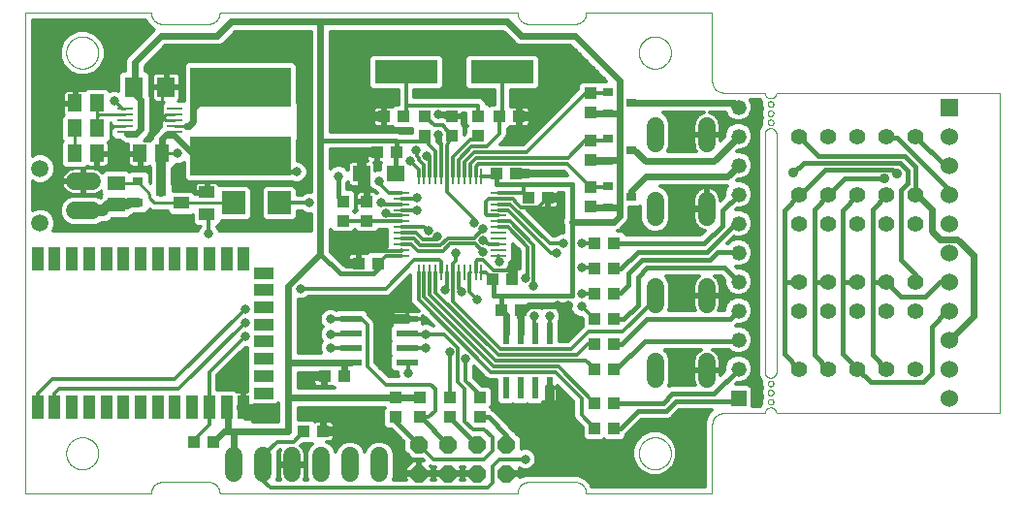
<source format=gtl>
G75*
%MOIN*%
%OFA0B0*%
%FSLAX25Y25*%
%IPPOS*%
%LPD*%
%AMOC8*
5,1,8,0,0,1.08239X$1,22.5*
%
%ADD10C,0.00000*%
%ADD11C,0.00394*%
%ADD12R,0.05906X0.05118*%
%ADD13R,0.07874X0.07874*%
%ADD14R,0.03543X0.03150*%
%ADD15R,0.05512X0.03937*%
%ADD16R,0.05600X0.01100*%
%ADD17R,0.04331X0.03937*%
%ADD18R,0.05118X0.05906*%
%ADD19R,0.06299X0.07087*%
%ADD20R,0.01100X0.05800*%
%ADD21R,0.05800X0.01100*%
%ADD22R,0.06299X0.05512*%
%ADD23R,0.03937X0.04331*%
%ADD24R,0.21654X0.07874*%
%ADD25R,0.02200X0.07800*%
%ADD26C,0.05543*%
%ADD27C,0.06000*%
%ADD28R,0.06000X0.06000*%
%ADD29R,0.05200X0.05200*%
%ADD30C,0.05200*%
%ADD31R,0.07800X0.02200*%
%ADD32R,0.03937X0.07874*%
%ADD33R,0.07087X0.03937*%
%ADD34R,0.34646X0.13386*%
%ADD35C,0.05937*%
%ADD36C,0.06000*%
%ADD37OC8,0.06000*%
%ADD38C,0.02400*%
%ADD39C,0.01000*%
%ADD40C,0.03169*%
%ADD41C,0.03200*%
%ADD42C,0.01600*%
%ADD43C,0.01200*%
%ADD44C,0.04000*%
%ADD45C,0.03562*%
%ADD46C,0.05906*%
D10*
X0048494Y0021469D02*
X0048496Y0021617D01*
X0048502Y0021765D01*
X0048512Y0021913D01*
X0048526Y0022060D01*
X0048544Y0022207D01*
X0048565Y0022353D01*
X0048591Y0022499D01*
X0048621Y0022644D01*
X0048654Y0022788D01*
X0048692Y0022931D01*
X0048733Y0023073D01*
X0048778Y0023214D01*
X0048826Y0023354D01*
X0048879Y0023493D01*
X0048935Y0023630D01*
X0048995Y0023765D01*
X0049058Y0023899D01*
X0049125Y0024031D01*
X0049196Y0024161D01*
X0049270Y0024289D01*
X0049347Y0024415D01*
X0049428Y0024539D01*
X0049512Y0024661D01*
X0049599Y0024780D01*
X0049690Y0024897D01*
X0049784Y0025012D01*
X0049880Y0025124D01*
X0049980Y0025234D01*
X0050082Y0025340D01*
X0050188Y0025444D01*
X0050296Y0025545D01*
X0050407Y0025643D01*
X0050520Y0025739D01*
X0050636Y0025831D01*
X0050754Y0025920D01*
X0050875Y0026005D01*
X0050998Y0026088D01*
X0051123Y0026167D01*
X0051250Y0026243D01*
X0051379Y0026315D01*
X0051510Y0026384D01*
X0051643Y0026449D01*
X0051778Y0026510D01*
X0051914Y0026568D01*
X0052051Y0026623D01*
X0052190Y0026673D01*
X0052331Y0026720D01*
X0052472Y0026763D01*
X0052615Y0026803D01*
X0052759Y0026838D01*
X0052903Y0026870D01*
X0053049Y0026897D01*
X0053195Y0026921D01*
X0053342Y0026941D01*
X0053489Y0026957D01*
X0053636Y0026969D01*
X0053784Y0026977D01*
X0053932Y0026981D01*
X0054080Y0026981D01*
X0054228Y0026977D01*
X0054376Y0026969D01*
X0054523Y0026957D01*
X0054670Y0026941D01*
X0054817Y0026921D01*
X0054963Y0026897D01*
X0055109Y0026870D01*
X0055253Y0026838D01*
X0055397Y0026803D01*
X0055540Y0026763D01*
X0055681Y0026720D01*
X0055822Y0026673D01*
X0055961Y0026623D01*
X0056098Y0026568D01*
X0056234Y0026510D01*
X0056369Y0026449D01*
X0056502Y0026384D01*
X0056633Y0026315D01*
X0056762Y0026243D01*
X0056889Y0026167D01*
X0057014Y0026088D01*
X0057137Y0026005D01*
X0057258Y0025920D01*
X0057376Y0025831D01*
X0057492Y0025739D01*
X0057605Y0025643D01*
X0057716Y0025545D01*
X0057824Y0025444D01*
X0057930Y0025340D01*
X0058032Y0025234D01*
X0058132Y0025124D01*
X0058228Y0025012D01*
X0058322Y0024897D01*
X0058413Y0024780D01*
X0058500Y0024661D01*
X0058584Y0024539D01*
X0058665Y0024415D01*
X0058742Y0024289D01*
X0058816Y0024161D01*
X0058887Y0024031D01*
X0058954Y0023899D01*
X0059017Y0023765D01*
X0059077Y0023630D01*
X0059133Y0023493D01*
X0059186Y0023354D01*
X0059234Y0023214D01*
X0059279Y0023073D01*
X0059320Y0022931D01*
X0059358Y0022788D01*
X0059391Y0022644D01*
X0059421Y0022499D01*
X0059447Y0022353D01*
X0059468Y0022207D01*
X0059486Y0022060D01*
X0059500Y0021913D01*
X0059510Y0021765D01*
X0059516Y0021617D01*
X0059518Y0021469D01*
X0059516Y0021321D01*
X0059510Y0021173D01*
X0059500Y0021025D01*
X0059486Y0020878D01*
X0059468Y0020731D01*
X0059447Y0020585D01*
X0059421Y0020439D01*
X0059391Y0020294D01*
X0059358Y0020150D01*
X0059320Y0020007D01*
X0059279Y0019865D01*
X0059234Y0019724D01*
X0059186Y0019584D01*
X0059133Y0019445D01*
X0059077Y0019308D01*
X0059017Y0019173D01*
X0058954Y0019039D01*
X0058887Y0018907D01*
X0058816Y0018777D01*
X0058742Y0018649D01*
X0058665Y0018523D01*
X0058584Y0018399D01*
X0058500Y0018277D01*
X0058413Y0018158D01*
X0058322Y0018041D01*
X0058228Y0017926D01*
X0058132Y0017814D01*
X0058032Y0017704D01*
X0057930Y0017598D01*
X0057824Y0017494D01*
X0057716Y0017393D01*
X0057605Y0017295D01*
X0057492Y0017199D01*
X0057376Y0017107D01*
X0057258Y0017018D01*
X0057137Y0016933D01*
X0057014Y0016850D01*
X0056889Y0016771D01*
X0056762Y0016695D01*
X0056633Y0016623D01*
X0056502Y0016554D01*
X0056369Y0016489D01*
X0056234Y0016428D01*
X0056098Y0016370D01*
X0055961Y0016315D01*
X0055822Y0016265D01*
X0055681Y0016218D01*
X0055540Y0016175D01*
X0055397Y0016135D01*
X0055253Y0016100D01*
X0055109Y0016068D01*
X0054963Y0016041D01*
X0054817Y0016017D01*
X0054670Y0015997D01*
X0054523Y0015981D01*
X0054376Y0015969D01*
X0054228Y0015961D01*
X0054080Y0015957D01*
X0053932Y0015957D01*
X0053784Y0015961D01*
X0053636Y0015969D01*
X0053489Y0015981D01*
X0053342Y0015997D01*
X0053195Y0016017D01*
X0053049Y0016041D01*
X0052903Y0016068D01*
X0052759Y0016100D01*
X0052615Y0016135D01*
X0052472Y0016175D01*
X0052331Y0016218D01*
X0052190Y0016265D01*
X0052051Y0016315D01*
X0051914Y0016370D01*
X0051778Y0016428D01*
X0051643Y0016489D01*
X0051510Y0016554D01*
X0051379Y0016623D01*
X0051250Y0016695D01*
X0051123Y0016771D01*
X0050998Y0016850D01*
X0050875Y0016933D01*
X0050754Y0017018D01*
X0050636Y0017107D01*
X0050520Y0017199D01*
X0050407Y0017295D01*
X0050296Y0017393D01*
X0050188Y0017494D01*
X0050082Y0017598D01*
X0049980Y0017704D01*
X0049880Y0017814D01*
X0049784Y0017926D01*
X0049690Y0018041D01*
X0049599Y0018158D01*
X0049512Y0018277D01*
X0049428Y0018399D01*
X0049347Y0018523D01*
X0049270Y0018649D01*
X0049196Y0018777D01*
X0049125Y0018907D01*
X0049058Y0019039D01*
X0048995Y0019173D01*
X0048935Y0019308D01*
X0048879Y0019445D01*
X0048826Y0019584D01*
X0048778Y0019724D01*
X0048733Y0019865D01*
X0048692Y0020007D01*
X0048654Y0020150D01*
X0048621Y0020294D01*
X0048591Y0020439D01*
X0048565Y0020585D01*
X0048544Y0020731D01*
X0048526Y0020878D01*
X0048512Y0021025D01*
X0048502Y0021173D01*
X0048496Y0021321D01*
X0048494Y0021469D01*
X0245344Y0021469D02*
X0245346Y0021617D01*
X0245352Y0021765D01*
X0245362Y0021913D01*
X0245376Y0022060D01*
X0245394Y0022207D01*
X0245415Y0022353D01*
X0245441Y0022499D01*
X0245471Y0022644D01*
X0245504Y0022788D01*
X0245542Y0022931D01*
X0245583Y0023073D01*
X0245628Y0023214D01*
X0245676Y0023354D01*
X0245729Y0023493D01*
X0245785Y0023630D01*
X0245845Y0023765D01*
X0245908Y0023899D01*
X0245975Y0024031D01*
X0246046Y0024161D01*
X0246120Y0024289D01*
X0246197Y0024415D01*
X0246278Y0024539D01*
X0246362Y0024661D01*
X0246449Y0024780D01*
X0246540Y0024897D01*
X0246634Y0025012D01*
X0246730Y0025124D01*
X0246830Y0025234D01*
X0246932Y0025340D01*
X0247038Y0025444D01*
X0247146Y0025545D01*
X0247257Y0025643D01*
X0247370Y0025739D01*
X0247486Y0025831D01*
X0247604Y0025920D01*
X0247725Y0026005D01*
X0247848Y0026088D01*
X0247973Y0026167D01*
X0248100Y0026243D01*
X0248229Y0026315D01*
X0248360Y0026384D01*
X0248493Y0026449D01*
X0248628Y0026510D01*
X0248764Y0026568D01*
X0248901Y0026623D01*
X0249040Y0026673D01*
X0249181Y0026720D01*
X0249322Y0026763D01*
X0249465Y0026803D01*
X0249609Y0026838D01*
X0249753Y0026870D01*
X0249899Y0026897D01*
X0250045Y0026921D01*
X0250192Y0026941D01*
X0250339Y0026957D01*
X0250486Y0026969D01*
X0250634Y0026977D01*
X0250782Y0026981D01*
X0250930Y0026981D01*
X0251078Y0026977D01*
X0251226Y0026969D01*
X0251373Y0026957D01*
X0251520Y0026941D01*
X0251667Y0026921D01*
X0251813Y0026897D01*
X0251959Y0026870D01*
X0252103Y0026838D01*
X0252247Y0026803D01*
X0252390Y0026763D01*
X0252531Y0026720D01*
X0252672Y0026673D01*
X0252811Y0026623D01*
X0252948Y0026568D01*
X0253084Y0026510D01*
X0253219Y0026449D01*
X0253352Y0026384D01*
X0253483Y0026315D01*
X0253612Y0026243D01*
X0253739Y0026167D01*
X0253864Y0026088D01*
X0253987Y0026005D01*
X0254108Y0025920D01*
X0254226Y0025831D01*
X0254342Y0025739D01*
X0254455Y0025643D01*
X0254566Y0025545D01*
X0254674Y0025444D01*
X0254780Y0025340D01*
X0254882Y0025234D01*
X0254982Y0025124D01*
X0255078Y0025012D01*
X0255172Y0024897D01*
X0255263Y0024780D01*
X0255350Y0024661D01*
X0255434Y0024539D01*
X0255515Y0024415D01*
X0255592Y0024289D01*
X0255666Y0024161D01*
X0255737Y0024031D01*
X0255804Y0023899D01*
X0255867Y0023765D01*
X0255927Y0023630D01*
X0255983Y0023493D01*
X0256036Y0023354D01*
X0256084Y0023214D01*
X0256129Y0023073D01*
X0256170Y0022931D01*
X0256208Y0022788D01*
X0256241Y0022644D01*
X0256271Y0022499D01*
X0256297Y0022353D01*
X0256318Y0022207D01*
X0256336Y0022060D01*
X0256350Y0021913D01*
X0256360Y0021765D01*
X0256366Y0021617D01*
X0256368Y0021469D01*
X0256366Y0021321D01*
X0256360Y0021173D01*
X0256350Y0021025D01*
X0256336Y0020878D01*
X0256318Y0020731D01*
X0256297Y0020585D01*
X0256271Y0020439D01*
X0256241Y0020294D01*
X0256208Y0020150D01*
X0256170Y0020007D01*
X0256129Y0019865D01*
X0256084Y0019724D01*
X0256036Y0019584D01*
X0255983Y0019445D01*
X0255927Y0019308D01*
X0255867Y0019173D01*
X0255804Y0019039D01*
X0255737Y0018907D01*
X0255666Y0018777D01*
X0255592Y0018649D01*
X0255515Y0018523D01*
X0255434Y0018399D01*
X0255350Y0018277D01*
X0255263Y0018158D01*
X0255172Y0018041D01*
X0255078Y0017926D01*
X0254982Y0017814D01*
X0254882Y0017704D01*
X0254780Y0017598D01*
X0254674Y0017494D01*
X0254566Y0017393D01*
X0254455Y0017295D01*
X0254342Y0017199D01*
X0254226Y0017107D01*
X0254108Y0017018D01*
X0253987Y0016933D01*
X0253864Y0016850D01*
X0253739Y0016771D01*
X0253612Y0016695D01*
X0253483Y0016623D01*
X0253352Y0016554D01*
X0253219Y0016489D01*
X0253084Y0016428D01*
X0252948Y0016370D01*
X0252811Y0016315D01*
X0252672Y0016265D01*
X0252531Y0016218D01*
X0252390Y0016175D01*
X0252247Y0016135D01*
X0252103Y0016100D01*
X0251959Y0016068D01*
X0251813Y0016041D01*
X0251667Y0016017D01*
X0251520Y0015997D01*
X0251373Y0015981D01*
X0251226Y0015969D01*
X0251078Y0015961D01*
X0250930Y0015957D01*
X0250782Y0015957D01*
X0250634Y0015961D01*
X0250486Y0015969D01*
X0250339Y0015981D01*
X0250192Y0015997D01*
X0250045Y0016017D01*
X0249899Y0016041D01*
X0249753Y0016068D01*
X0249609Y0016100D01*
X0249465Y0016135D01*
X0249322Y0016175D01*
X0249181Y0016218D01*
X0249040Y0016265D01*
X0248901Y0016315D01*
X0248764Y0016370D01*
X0248628Y0016428D01*
X0248493Y0016489D01*
X0248360Y0016554D01*
X0248229Y0016623D01*
X0248100Y0016695D01*
X0247973Y0016771D01*
X0247848Y0016850D01*
X0247725Y0016933D01*
X0247604Y0017018D01*
X0247486Y0017107D01*
X0247370Y0017199D01*
X0247257Y0017295D01*
X0247146Y0017393D01*
X0247038Y0017494D01*
X0246932Y0017598D01*
X0246830Y0017704D01*
X0246730Y0017814D01*
X0246634Y0017926D01*
X0246540Y0018041D01*
X0246449Y0018158D01*
X0246362Y0018277D01*
X0246278Y0018399D01*
X0246197Y0018523D01*
X0246120Y0018649D01*
X0246046Y0018777D01*
X0245975Y0018907D01*
X0245908Y0019039D01*
X0245845Y0019173D01*
X0245785Y0019308D01*
X0245729Y0019445D01*
X0245676Y0019584D01*
X0245628Y0019724D01*
X0245583Y0019865D01*
X0245542Y0020007D01*
X0245504Y0020150D01*
X0245471Y0020294D01*
X0245441Y0020439D01*
X0245415Y0020585D01*
X0245394Y0020731D01*
X0245376Y0020878D01*
X0245362Y0021025D01*
X0245352Y0021173D01*
X0245346Y0021321D01*
X0245344Y0021469D01*
X0289636Y0039185D02*
X0289638Y0039247D01*
X0289644Y0039310D01*
X0289654Y0039371D01*
X0289668Y0039432D01*
X0289685Y0039492D01*
X0289706Y0039551D01*
X0289732Y0039608D01*
X0289760Y0039663D01*
X0289792Y0039717D01*
X0289828Y0039768D01*
X0289866Y0039818D01*
X0289908Y0039864D01*
X0289952Y0039908D01*
X0290000Y0039949D01*
X0290049Y0039987D01*
X0290101Y0040021D01*
X0290155Y0040052D01*
X0290211Y0040080D01*
X0290269Y0040104D01*
X0290328Y0040125D01*
X0290388Y0040141D01*
X0290449Y0040154D01*
X0290511Y0040163D01*
X0290573Y0040168D01*
X0290636Y0040169D01*
X0290698Y0040166D01*
X0290760Y0040159D01*
X0290822Y0040148D01*
X0290882Y0040133D01*
X0290942Y0040115D01*
X0291000Y0040093D01*
X0291057Y0040067D01*
X0291112Y0040037D01*
X0291165Y0040004D01*
X0291216Y0039968D01*
X0291264Y0039929D01*
X0291310Y0039886D01*
X0291353Y0039841D01*
X0291393Y0039793D01*
X0291430Y0039743D01*
X0291464Y0039690D01*
X0291495Y0039636D01*
X0291521Y0039580D01*
X0291545Y0039522D01*
X0291564Y0039462D01*
X0291580Y0039402D01*
X0291592Y0039340D01*
X0291600Y0039279D01*
X0291604Y0039216D01*
X0291604Y0039154D01*
X0291600Y0039091D01*
X0291592Y0039030D01*
X0291580Y0038968D01*
X0291564Y0038908D01*
X0291545Y0038848D01*
X0291521Y0038790D01*
X0291495Y0038734D01*
X0291464Y0038680D01*
X0291430Y0038627D01*
X0291393Y0038577D01*
X0291353Y0038529D01*
X0291310Y0038484D01*
X0291264Y0038441D01*
X0291216Y0038402D01*
X0291165Y0038366D01*
X0291112Y0038333D01*
X0291057Y0038303D01*
X0291000Y0038277D01*
X0290942Y0038255D01*
X0290882Y0038237D01*
X0290822Y0038222D01*
X0290760Y0038211D01*
X0290698Y0038204D01*
X0290636Y0038201D01*
X0290573Y0038202D01*
X0290511Y0038207D01*
X0290449Y0038216D01*
X0290388Y0038229D01*
X0290328Y0038245D01*
X0290269Y0038266D01*
X0290211Y0038290D01*
X0290155Y0038318D01*
X0290101Y0038349D01*
X0290049Y0038383D01*
X0290000Y0038421D01*
X0289952Y0038462D01*
X0289908Y0038506D01*
X0289866Y0038552D01*
X0289828Y0038602D01*
X0289792Y0038653D01*
X0289760Y0038707D01*
X0289732Y0038762D01*
X0289706Y0038819D01*
X0289685Y0038878D01*
X0289668Y0038938D01*
X0289654Y0038999D01*
X0289644Y0039060D01*
X0289638Y0039123D01*
X0289636Y0039185D01*
X0289636Y0042335D02*
X0289638Y0042397D01*
X0289644Y0042460D01*
X0289654Y0042521D01*
X0289668Y0042582D01*
X0289685Y0042642D01*
X0289706Y0042701D01*
X0289732Y0042758D01*
X0289760Y0042813D01*
X0289792Y0042867D01*
X0289828Y0042918D01*
X0289866Y0042968D01*
X0289908Y0043014D01*
X0289952Y0043058D01*
X0290000Y0043099D01*
X0290049Y0043137D01*
X0290101Y0043171D01*
X0290155Y0043202D01*
X0290211Y0043230D01*
X0290269Y0043254D01*
X0290328Y0043275D01*
X0290388Y0043291D01*
X0290449Y0043304D01*
X0290511Y0043313D01*
X0290573Y0043318D01*
X0290636Y0043319D01*
X0290698Y0043316D01*
X0290760Y0043309D01*
X0290822Y0043298D01*
X0290882Y0043283D01*
X0290942Y0043265D01*
X0291000Y0043243D01*
X0291057Y0043217D01*
X0291112Y0043187D01*
X0291165Y0043154D01*
X0291216Y0043118D01*
X0291264Y0043079D01*
X0291310Y0043036D01*
X0291353Y0042991D01*
X0291393Y0042943D01*
X0291430Y0042893D01*
X0291464Y0042840D01*
X0291495Y0042786D01*
X0291521Y0042730D01*
X0291545Y0042672D01*
X0291564Y0042612D01*
X0291580Y0042552D01*
X0291592Y0042490D01*
X0291600Y0042429D01*
X0291604Y0042366D01*
X0291604Y0042304D01*
X0291600Y0042241D01*
X0291592Y0042180D01*
X0291580Y0042118D01*
X0291564Y0042058D01*
X0291545Y0041998D01*
X0291521Y0041940D01*
X0291495Y0041884D01*
X0291464Y0041830D01*
X0291430Y0041777D01*
X0291393Y0041727D01*
X0291353Y0041679D01*
X0291310Y0041634D01*
X0291264Y0041591D01*
X0291216Y0041552D01*
X0291165Y0041516D01*
X0291112Y0041483D01*
X0291057Y0041453D01*
X0291000Y0041427D01*
X0290942Y0041405D01*
X0290882Y0041387D01*
X0290822Y0041372D01*
X0290760Y0041361D01*
X0290698Y0041354D01*
X0290636Y0041351D01*
X0290573Y0041352D01*
X0290511Y0041357D01*
X0290449Y0041366D01*
X0290388Y0041379D01*
X0290328Y0041395D01*
X0290269Y0041416D01*
X0290211Y0041440D01*
X0290155Y0041468D01*
X0290101Y0041499D01*
X0290049Y0041533D01*
X0290000Y0041571D01*
X0289952Y0041612D01*
X0289908Y0041656D01*
X0289866Y0041702D01*
X0289828Y0041752D01*
X0289792Y0041803D01*
X0289760Y0041857D01*
X0289732Y0041912D01*
X0289706Y0041969D01*
X0289685Y0042028D01*
X0289668Y0042088D01*
X0289654Y0042149D01*
X0289644Y0042210D01*
X0289638Y0042273D01*
X0289636Y0042335D01*
X0289636Y0045484D02*
X0289638Y0045546D01*
X0289644Y0045609D01*
X0289654Y0045670D01*
X0289668Y0045731D01*
X0289685Y0045791D01*
X0289706Y0045850D01*
X0289732Y0045907D01*
X0289760Y0045962D01*
X0289792Y0046016D01*
X0289828Y0046067D01*
X0289866Y0046117D01*
X0289908Y0046163D01*
X0289952Y0046207D01*
X0290000Y0046248D01*
X0290049Y0046286D01*
X0290101Y0046320D01*
X0290155Y0046351D01*
X0290211Y0046379D01*
X0290269Y0046403D01*
X0290328Y0046424D01*
X0290388Y0046440D01*
X0290449Y0046453D01*
X0290511Y0046462D01*
X0290573Y0046467D01*
X0290636Y0046468D01*
X0290698Y0046465D01*
X0290760Y0046458D01*
X0290822Y0046447D01*
X0290882Y0046432D01*
X0290942Y0046414D01*
X0291000Y0046392D01*
X0291057Y0046366D01*
X0291112Y0046336D01*
X0291165Y0046303D01*
X0291216Y0046267D01*
X0291264Y0046228D01*
X0291310Y0046185D01*
X0291353Y0046140D01*
X0291393Y0046092D01*
X0291430Y0046042D01*
X0291464Y0045989D01*
X0291495Y0045935D01*
X0291521Y0045879D01*
X0291545Y0045821D01*
X0291564Y0045761D01*
X0291580Y0045701D01*
X0291592Y0045639D01*
X0291600Y0045578D01*
X0291604Y0045515D01*
X0291604Y0045453D01*
X0291600Y0045390D01*
X0291592Y0045329D01*
X0291580Y0045267D01*
X0291564Y0045207D01*
X0291545Y0045147D01*
X0291521Y0045089D01*
X0291495Y0045033D01*
X0291464Y0044979D01*
X0291430Y0044926D01*
X0291393Y0044876D01*
X0291353Y0044828D01*
X0291310Y0044783D01*
X0291264Y0044740D01*
X0291216Y0044701D01*
X0291165Y0044665D01*
X0291112Y0044632D01*
X0291057Y0044602D01*
X0291000Y0044576D01*
X0290942Y0044554D01*
X0290882Y0044536D01*
X0290822Y0044521D01*
X0290760Y0044510D01*
X0290698Y0044503D01*
X0290636Y0044500D01*
X0290573Y0044501D01*
X0290511Y0044506D01*
X0290449Y0044515D01*
X0290388Y0044528D01*
X0290328Y0044544D01*
X0290269Y0044565D01*
X0290211Y0044589D01*
X0290155Y0044617D01*
X0290101Y0044648D01*
X0290049Y0044682D01*
X0290000Y0044720D01*
X0289952Y0044761D01*
X0289908Y0044805D01*
X0289866Y0044851D01*
X0289828Y0044901D01*
X0289792Y0044952D01*
X0289760Y0045006D01*
X0289732Y0045061D01*
X0289706Y0045118D01*
X0289685Y0045177D01*
X0289668Y0045237D01*
X0289654Y0045298D01*
X0289644Y0045359D01*
X0289638Y0045422D01*
X0289636Y0045484D01*
X0289636Y0135248D02*
X0289638Y0135310D01*
X0289644Y0135373D01*
X0289654Y0135434D01*
X0289668Y0135495D01*
X0289685Y0135555D01*
X0289706Y0135614D01*
X0289732Y0135671D01*
X0289760Y0135726D01*
X0289792Y0135780D01*
X0289828Y0135831D01*
X0289866Y0135881D01*
X0289908Y0135927D01*
X0289952Y0135971D01*
X0290000Y0136012D01*
X0290049Y0136050D01*
X0290101Y0136084D01*
X0290155Y0136115D01*
X0290211Y0136143D01*
X0290269Y0136167D01*
X0290328Y0136188D01*
X0290388Y0136204D01*
X0290449Y0136217D01*
X0290511Y0136226D01*
X0290573Y0136231D01*
X0290636Y0136232D01*
X0290698Y0136229D01*
X0290760Y0136222D01*
X0290822Y0136211D01*
X0290882Y0136196D01*
X0290942Y0136178D01*
X0291000Y0136156D01*
X0291057Y0136130D01*
X0291112Y0136100D01*
X0291165Y0136067D01*
X0291216Y0136031D01*
X0291264Y0135992D01*
X0291310Y0135949D01*
X0291353Y0135904D01*
X0291393Y0135856D01*
X0291430Y0135806D01*
X0291464Y0135753D01*
X0291495Y0135699D01*
X0291521Y0135643D01*
X0291545Y0135585D01*
X0291564Y0135525D01*
X0291580Y0135465D01*
X0291592Y0135403D01*
X0291600Y0135342D01*
X0291604Y0135279D01*
X0291604Y0135217D01*
X0291600Y0135154D01*
X0291592Y0135093D01*
X0291580Y0135031D01*
X0291564Y0134971D01*
X0291545Y0134911D01*
X0291521Y0134853D01*
X0291495Y0134797D01*
X0291464Y0134743D01*
X0291430Y0134690D01*
X0291393Y0134640D01*
X0291353Y0134592D01*
X0291310Y0134547D01*
X0291264Y0134504D01*
X0291216Y0134465D01*
X0291165Y0134429D01*
X0291112Y0134396D01*
X0291057Y0134366D01*
X0291000Y0134340D01*
X0290942Y0134318D01*
X0290882Y0134300D01*
X0290822Y0134285D01*
X0290760Y0134274D01*
X0290698Y0134267D01*
X0290636Y0134264D01*
X0290573Y0134265D01*
X0290511Y0134270D01*
X0290449Y0134279D01*
X0290388Y0134292D01*
X0290328Y0134308D01*
X0290269Y0134329D01*
X0290211Y0134353D01*
X0290155Y0134381D01*
X0290101Y0134412D01*
X0290049Y0134446D01*
X0290000Y0134484D01*
X0289952Y0134525D01*
X0289908Y0134569D01*
X0289866Y0134615D01*
X0289828Y0134665D01*
X0289792Y0134716D01*
X0289760Y0134770D01*
X0289732Y0134825D01*
X0289706Y0134882D01*
X0289685Y0134941D01*
X0289668Y0135001D01*
X0289654Y0135062D01*
X0289644Y0135123D01*
X0289638Y0135186D01*
X0289636Y0135248D01*
X0289636Y0138398D02*
X0289638Y0138460D01*
X0289644Y0138523D01*
X0289654Y0138584D01*
X0289668Y0138645D01*
X0289685Y0138705D01*
X0289706Y0138764D01*
X0289732Y0138821D01*
X0289760Y0138876D01*
X0289792Y0138930D01*
X0289828Y0138981D01*
X0289866Y0139031D01*
X0289908Y0139077D01*
X0289952Y0139121D01*
X0290000Y0139162D01*
X0290049Y0139200D01*
X0290101Y0139234D01*
X0290155Y0139265D01*
X0290211Y0139293D01*
X0290269Y0139317D01*
X0290328Y0139338D01*
X0290388Y0139354D01*
X0290449Y0139367D01*
X0290511Y0139376D01*
X0290573Y0139381D01*
X0290636Y0139382D01*
X0290698Y0139379D01*
X0290760Y0139372D01*
X0290822Y0139361D01*
X0290882Y0139346D01*
X0290942Y0139328D01*
X0291000Y0139306D01*
X0291057Y0139280D01*
X0291112Y0139250D01*
X0291165Y0139217D01*
X0291216Y0139181D01*
X0291264Y0139142D01*
X0291310Y0139099D01*
X0291353Y0139054D01*
X0291393Y0139006D01*
X0291430Y0138956D01*
X0291464Y0138903D01*
X0291495Y0138849D01*
X0291521Y0138793D01*
X0291545Y0138735D01*
X0291564Y0138675D01*
X0291580Y0138615D01*
X0291592Y0138553D01*
X0291600Y0138492D01*
X0291604Y0138429D01*
X0291604Y0138367D01*
X0291600Y0138304D01*
X0291592Y0138243D01*
X0291580Y0138181D01*
X0291564Y0138121D01*
X0291545Y0138061D01*
X0291521Y0138003D01*
X0291495Y0137947D01*
X0291464Y0137893D01*
X0291430Y0137840D01*
X0291393Y0137790D01*
X0291353Y0137742D01*
X0291310Y0137697D01*
X0291264Y0137654D01*
X0291216Y0137615D01*
X0291165Y0137579D01*
X0291112Y0137546D01*
X0291057Y0137516D01*
X0291000Y0137490D01*
X0290942Y0137468D01*
X0290882Y0137450D01*
X0290822Y0137435D01*
X0290760Y0137424D01*
X0290698Y0137417D01*
X0290636Y0137414D01*
X0290573Y0137415D01*
X0290511Y0137420D01*
X0290449Y0137429D01*
X0290388Y0137442D01*
X0290328Y0137458D01*
X0290269Y0137479D01*
X0290211Y0137503D01*
X0290155Y0137531D01*
X0290101Y0137562D01*
X0290049Y0137596D01*
X0290000Y0137634D01*
X0289952Y0137675D01*
X0289908Y0137719D01*
X0289866Y0137765D01*
X0289828Y0137815D01*
X0289792Y0137866D01*
X0289760Y0137920D01*
X0289732Y0137975D01*
X0289706Y0138032D01*
X0289685Y0138091D01*
X0289668Y0138151D01*
X0289654Y0138212D01*
X0289644Y0138273D01*
X0289638Y0138336D01*
X0289636Y0138398D01*
X0289636Y0141547D02*
X0289638Y0141609D01*
X0289644Y0141672D01*
X0289654Y0141733D01*
X0289668Y0141794D01*
X0289685Y0141854D01*
X0289706Y0141913D01*
X0289732Y0141970D01*
X0289760Y0142025D01*
X0289792Y0142079D01*
X0289828Y0142130D01*
X0289866Y0142180D01*
X0289908Y0142226D01*
X0289952Y0142270D01*
X0290000Y0142311D01*
X0290049Y0142349D01*
X0290101Y0142383D01*
X0290155Y0142414D01*
X0290211Y0142442D01*
X0290269Y0142466D01*
X0290328Y0142487D01*
X0290388Y0142503D01*
X0290449Y0142516D01*
X0290511Y0142525D01*
X0290573Y0142530D01*
X0290636Y0142531D01*
X0290698Y0142528D01*
X0290760Y0142521D01*
X0290822Y0142510D01*
X0290882Y0142495D01*
X0290942Y0142477D01*
X0291000Y0142455D01*
X0291057Y0142429D01*
X0291112Y0142399D01*
X0291165Y0142366D01*
X0291216Y0142330D01*
X0291264Y0142291D01*
X0291310Y0142248D01*
X0291353Y0142203D01*
X0291393Y0142155D01*
X0291430Y0142105D01*
X0291464Y0142052D01*
X0291495Y0141998D01*
X0291521Y0141942D01*
X0291545Y0141884D01*
X0291564Y0141824D01*
X0291580Y0141764D01*
X0291592Y0141702D01*
X0291600Y0141641D01*
X0291604Y0141578D01*
X0291604Y0141516D01*
X0291600Y0141453D01*
X0291592Y0141392D01*
X0291580Y0141330D01*
X0291564Y0141270D01*
X0291545Y0141210D01*
X0291521Y0141152D01*
X0291495Y0141096D01*
X0291464Y0141042D01*
X0291430Y0140989D01*
X0291393Y0140939D01*
X0291353Y0140891D01*
X0291310Y0140846D01*
X0291264Y0140803D01*
X0291216Y0140764D01*
X0291165Y0140728D01*
X0291112Y0140695D01*
X0291057Y0140665D01*
X0291000Y0140639D01*
X0290942Y0140617D01*
X0290882Y0140599D01*
X0290822Y0140584D01*
X0290760Y0140573D01*
X0290698Y0140566D01*
X0290636Y0140563D01*
X0290573Y0140564D01*
X0290511Y0140569D01*
X0290449Y0140578D01*
X0290388Y0140591D01*
X0290328Y0140607D01*
X0290269Y0140628D01*
X0290211Y0140652D01*
X0290155Y0140680D01*
X0290101Y0140711D01*
X0290049Y0140745D01*
X0290000Y0140783D01*
X0289952Y0140824D01*
X0289908Y0140868D01*
X0289866Y0140914D01*
X0289828Y0140964D01*
X0289792Y0141015D01*
X0289760Y0141069D01*
X0289732Y0141124D01*
X0289706Y0141181D01*
X0289685Y0141240D01*
X0289668Y0141300D01*
X0289654Y0141361D01*
X0289644Y0141422D01*
X0289638Y0141485D01*
X0289636Y0141547D01*
X0245344Y0159264D02*
X0245346Y0159412D01*
X0245352Y0159560D01*
X0245362Y0159708D01*
X0245376Y0159855D01*
X0245394Y0160002D01*
X0245415Y0160148D01*
X0245441Y0160294D01*
X0245471Y0160439D01*
X0245504Y0160583D01*
X0245542Y0160726D01*
X0245583Y0160868D01*
X0245628Y0161009D01*
X0245676Y0161149D01*
X0245729Y0161288D01*
X0245785Y0161425D01*
X0245845Y0161560D01*
X0245908Y0161694D01*
X0245975Y0161826D01*
X0246046Y0161956D01*
X0246120Y0162084D01*
X0246197Y0162210D01*
X0246278Y0162334D01*
X0246362Y0162456D01*
X0246449Y0162575D01*
X0246540Y0162692D01*
X0246634Y0162807D01*
X0246730Y0162919D01*
X0246830Y0163029D01*
X0246932Y0163135D01*
X0247038Y0163239D01*
X0247146Y0163340D01*
X0247257Y0163438D01*
X0247370Y0163534D01*
X0247486Y0163626D01*
X0247604Y0163715D01*
X0247725Y0163800D01*
X0247848Y0163883D01*
X0247973Y0163962D01*
X0248100Y0164038D01*
X0248229Y0164110D01*
X0248360Y0164179D01*
X0248493Y0164244D01*
X0248628Y0164305D01*
X0248764Y0164363D01*
X0248901Y0164418D01*
X0249040Y0164468D01*
X0249181Y0164515D01*
X0249322Y0164558D01*
X0249465Y0164598D01*
X0249609Y0164633D01*
X0249753Y0164665D01*
X0249899Y0164692D01*
X0250045Y0164716D01*
X0250192Y0164736D01*
X0250339Y0164752D01*
X0250486Y0164764D01*
X0250634Y0164772D01*
X0250782Y0164776D01*
X0250930Y0164776D01*
X0251078Y0164772D01*
X0251226Y0164764D01*
X0251373Y0164752D01*
X0251520Y0164736D01*
X0251667Y0164716D01*
X0251813Y0164692D01*
X0251959Y0164665D01*
X0252103Y0164633D01*
X0252247Y0164598D01*
X0252390Y0164558D01*
X0252531Y0164515D01*
X0252672Y0164468D01*
X0252811Y0164418D01*
X0252948Y0164363D01*
X0253084Y0164305D01*
X0253219Y0164244D01*
X0253352Y0164179D01*
X0253483Y0164110D01*
X0253612Y0164038D01*
X0253739Y0163962D01*
X0253864Y0163883D01*
X0253987Y0163800D01*
X0254108Y0163715D01*
X0254226Y0163626D01*
X0254342Y0163534D01*
X0254455Y0163438D01*
X0254566Y0163340D01*
X0254674Y0163239D01*
X0254780Y0163135D01*
X0254882Y0163029D01*
X0254982Y0162919D01*
X0255078Y0162807D01*
X0255172Y0162692D01*
X0255263Y0162575D01*
X0255350Y0162456D01*
X0255434Y0162334D01*
X0255515Y0162210D01*
X0255592Y0162084D01*
X0255666Y0161956D01*
X0255737Y0161826D01*
X0255804Y0161694D01*
X0255867Y0161560D01*
X0255927Y0161425D01*
X0255983Y0161288D01*
X0256036Y0161149D01*
X0256084Y0161009D01*
X0256129Y0160868D01*
X0256170Y0160726D01*
X0256208Y0160583D01*
X0256241Y0160439D01*
X0256271Y0160294D01*
X0256297Y0160148D01*
X0256318Y0160002D01*
X0256336Y0159855D01*
X0256350Y0159708D01*
X0256360Y0159560D01*
X0256366Y0159412D01*
X0256368Y0159264D01*
X0256366Y0159116D01*
X0256360Y0158968D01*
X0256350Y0158820D01*
X0256336Y0158673D01*
X0256318Y0158526D01*
X0256297Y0158380D01*
X0256271Y0158234D01*
X0256241Y0158089D01*
X0256208Y0157945D01*
X0256170Y0157802D01*
X0256129Y0157660D01*
X0256084Y0157519D01*
X0256036Y0157379D01*
X0255983Y0157240D01*
X0255927Y0157103D01*
X0255867Y0156968D01*
X0255804Y0156834D01*
X0255737Y0156702D01*
X0255666Y0156572D01*
X0255592Y0156444D01*
X0255515Y0156318D01*
X0255434Y0156194D01*
X0255350Y0156072D01*
X0255263Y0155953D01*
X0255172Y0155836D01*
X0255078Y0155721D01*
X0254982Y0155609D01*
X0254882Y0155499D01*
X0254780Y0155393D01*
X0254674Y0155289D01*
X0254566Y0155188D01*
X0254455Y0155090D01*
X0254342Y0154994D01*
X0254226Y0154902D01*
X0254108Y0154813D01*
X0253987Y0154728D01*
X0253864Y0154645D01*
X0253739Y0154566D01*
X0253612Y0154490D01*
X0253483Y0154418D01*
X0253352Y0154349D01*
X0253219Y0154284D01*
X0253084Y0154223D01*
X0252948Y0154165D01*
X0252811Y0154110D01*
X0252672Y0154060D01*
X0252531Y0154013D01*
X0252390Y0153970D01*
X0252247Y0153930D01*
X0252103Y0153895D01*
X0251959Y0153863D01*
X0251813Y0153836D01*
X0251667Y0153812D01*
X0251520Y0153792D01*
X0251373Y0153776D01*
X0251226Y0153764D01*
X0251078Y0153756D01*
X0250930Y0153752D01*
X0250782Y0153752D01*
X0250634Y0153756D01*
X0250486Y0153764D01*
X0250339Y0153776D01*
X0250192Y0153792D01*
X0250045Y0153812D01*
X0249899Y0153836D01*
X0249753Y0153863D01*
X0249609Y0153895D01*
X0249465Y0153930D01*
X0249322Y0153970D01*
X0249181Y0154013D01*
X0249040Y0154060D01*
X0248901Y0154110D01*
X0248764Y0154165D01*
X0248628Y0154223D01*
X0248493Y0154284D01*
X0248360Y0154349D01*
X0248229Y0154418D01*
X0248100Y0154490D01*
X0247973Y0154566D01*
X0247848Y0154645D01*
X0247725Y0154728D01*
X0247604Y0154813D01*
X0247486Y0154902D01*
X0247370Y0154994D01*
X0247257Y0155090D01*
X0247146Y0155188D01*
X0247038Y0155289D01*
X0246932Y0155393D01*
X0246830Y0155499D01*
X0246730Y0155609D01*
X0246634Y0155721D01*
X0246540Y0155836D01*
X0246449Y0155953D01*
X0246362Y0156072D01*
X0246278Y0156194D01*
X0246197Y0156318D01*
X0246120Y0156444D01*
X0246046Y0156572D01*
X0245975Y0156702D01*
X0245908Y0156834D01*
X0245845Y0156968D01*
X0245785Y0157103D01*
X0245729Y0157240D01*
X0245676Y0157379D01*
X0245628Y0157519D01*
X0245583Y0157660D01*
X0245542Y0157802D01*
X0245504Y0157945D01*
X0245471Y0158089D01*
X0245441Y0158234D01*
X0245415Y0158380D01*
X0245394Y0158526D01*
X0245376Y0158673D01*
X0245362Y0158820D01*
X0245352Y0158968D01*
X0245346Y0159116D01*
X0245344Y0159264D01*
X0048494Y0159264D02*
X0048496Y0159412D01*
X0048502Y0159560D01*
X0048512Y0159708D01*
X0048526Y0159855D01*
X0048544Y0160002D01*
X0048565Y0160148D01*
X0048591Y0160294D01*
X0048621Y0160439D01*
X0048654Y0160583D01*
X0048692Y0160726D01*
X0048733Y0160868D01*
X0048778Y0161009D01*
X0048826Y0161149D01*
X0048879Y0161288D01*
X0048935Y0161425D01*
X0048995Y0161560D01*
X0049058Y0161694D01*
X0049125Y0161826D01*
X0049196Y0161956D01*
X0049270Y0162084D01*
X0049347Y0162210D01*
X0049428Y0162334D01*
X0049512Y0162456D01*
X0049599Y0162575D01*
X0049690Y0162692D01*
X0049784Y0162807D01*
X0049880Y0162919D01*
X0049980Y0163029D01*
X0050082Y0163135D01*
X0050188Y0163239D01*
X0050296Y0163340D01*
X0050407Y0163438D01*
X0050520Y0163534D01*
X0050636Y0163626D01*
X0050754Y0163715D01*
X0050875Y0163800D01*
X0050998Y0163883D01*
X0051123Y0163962D01*
X0051250Y0164038D01*
X0051379Y0164110D01*
X0051510Y0164179D01*
X0051643Y0164244D01*
X0051778Y0164305D01*
X0051914Y0164363D01*
X0052051Y0164418D01*
X0052190Y0164468D01*
X0052331Y0164515D01*
X0052472Y0164558D01*
X0052615Y0164598D01*
X0052759Y0164633D01*
X0052903Y0164665D01*
X0053049Y0164692D01*
X0053195Y0164716D01*
X0053342Y0164736D01*
X0053489Y0164752D01*
X0053636Y0164764D01*
X0053784Y0164772D01*
X0053932Y0164776D01*
X0054080Y0164776D01*
X0054228Y0164772D01*
X0054376Y0164764D01*
X0054523Y0164752D01*
X0054670Y0164736D01*
X0054817Y0164716D01*
X0054963Y0164692D01*
X0055109Y0164665D01*
X0055253Y0164633D01*
X0055397Y0164598D01*
X0055540Y0164558D01*
X0055681Y0164515D01*
X0055822Y0164468D01*
X0055961Y0164418D01*
X0056098Y0164363D01*
X0056234Y0164305D01*
X0056369Y0164244D01*
X0056502Y0164179D01*
X0056633Y0164110D01*
X0056762Y0164038D01*
X0056889Y0163962D01*
X0057014Y0163883D01*
X0057137Y0163800D01*
X0057258Y0163715D01*
X0057376Y0163626D01*
X0057492Y0163534D01*
X0057605Y0163438D01*
X0057716Y0163340D01*
X0057824Y0163239D01*
X0057930Y0163135D01*
X0058032Y0163029D01*
X0058132Y0162919D01*
X0058228Y0162807D01*
X0058322Y0162692D01*
X0058413Y0162575D01*
X0058500Y0162456D01*
X0058584Y0162334D01*
X0058665Y0162210D01*
X0058742Y0162084D01*
X0058816Y0161956D01*
X0058887Y0161826D01*
X0058954Y0161694D01*
X0059017Y0161560D01*
X0059077Y0161425D01*
X0059133Y0161288D01*
X0059186Y0161149D01*
X0059234Y0161009D01*
X0059279Y0160868D01*
X0059320Y0160726D01*
X0059358Y0160583D01*
X0059391Y0160439D01*
X0059421Y0160294D01*
X0059447Y0160148D01*
X0059468Y0160002D01*
X0059486Y0159855D01*
X0059500Y0159708D01*
X0059510Y0159560D01*
X0059516Y0159412D01*
X0059518Y0159264D01*
X0059516Y0159116D01*
X0059510Y0158968D01*
X0059500Y0158820D01*
X0059486Y0158673D01*
X0059468Y0158526D01*
X0059447Y0158380D01*
X0059421Y0158234D01*
X0059391Y0158089D01*
X0059358Y0157945D01*
X0059320Y0157802D01*
X0059279Y0157660D01*
X0059234Y0157519D01*
X0059186Y0157379D01*
X0059133Y0157240D01*
X0059077Y0157103D01*
X0059017Y0156968D01*
X0058954Y0156834D01*
X0058887Y0156702D01*
X0058816Y0156572D01*
X0058742Y0156444D01*
X0058665Y0156318D01*
X0058584Y0156194D01*
X0058500Y0156072D01*
X0058413Y0155953D01*
X0058322Y0155836D01*
X0058228Y0155721D01*
X0058132Y0155609D01*
X0058032Y0155499D01*
X0057930Y0155393D01*
X0057824Y0155289D01*
X0057716Y0155188D01*
X0057605Y0155090D01*
X0057492Y0154994D01*
X0057376Y0154902D01*
X0057258Y0154813D01*
X0057137Y0154728D01*
X0057014Y0154645D01*
X0056889Y0154566D01*
X0056762Y0154490D01*
X0056633Y0154418D01*
X0056502Y0154349D01*
X0056369Y0154284D01*
X0056234Y0154223D01*
X0056098Y0154165D01*
X0055961Y0154110D01*
X0055822Y0154060D01*
X0055681Y0154013D01*
X0055540Y0153970D01*
X0055397Y0153930D01*
X0055253Y0153895D01*
X0055109Y0153863D01*
X0054963Y0153836D01*
X0054817Y0153812D01*
X0054670Y0153792D01*
X0054523Y0153776D01*
X0054376Y0153764D01*
X0054228Y0153756D01*
X0054080Y0153752D01*
X0053932Y0153752D01*
X0053784Y0153756D01*
X0053636Y0153764D01*
X0053489Y0153776D01*
X0053342Y0153792D01*
X0053195Y0153812D01*
X0053049Y0153836D01*
X0052903Y0153863D01*
X0052759Y0153895D01*
X0052615Y0153930D01*
X0052472Y0153970D01*
X0052331Y0154013D01*
X0052190Y0154060D01*
X0052051Y0154110D01*
X0051914Y0154165D01*
X0051778Y0154223D01*
X0051643Y0154284D01*
X0051510Y0154349D01*
X0051379Y0154418D01*
X0051250Y0154490D01*
X0051123Y0154566D01*
X0050998Y0154645D01*
X0050875Y0154728D01*
X0050754Y0154813D01*
X0050636Y0154902D01*
X0050520Y0154994D01*
X0050407Y0155090D01*
X0050296Y0155188D01*
X0050188Y0155289D01*
X0050082Y0155393D01*
X0049980Y0155499D01*
X0049880Y0155609D01*
X0049784Y0155721D01*
X0049690Y0155836D01*
X0049599Y0155953D01*
X0049512Y0156072D01*
X0049428Y0156194D01*
X0049347Y0156318D01*
X0049270Y0156444D01*
X0049196Y0156572D01*
X0049125Y0156702D01*
X0049058Y0156834D01*
X0048995Y0156968D01*
X0048935Y0157103D01*
X0048879Y0157240D01*
X0048826Y0157379D01*
X0048778Y0157519D01*
X0048733Y0157660D01*
X0048692Y0157802D01*
X0048654Y0157945D01*
X0048621Y0158089D01*
X0048591Y0158234D01*
X0048565Y0158380D01*
X0048544Y0158526D01*
X0048526Y0158673D01*
X0048512Y0158820D01*
X0048502Y0158968D01*
X0048496Y0159116D01*
X0048494Y0159264D01*
D11*
X0034321Y0007689D02*
X0077628Y0007689D01*
X0077630Y0007813D01*
X0077636Y0007936D01*
X0077645Y0008060D01*
X0077659Y0008182D01*
X0077676Y0008305D01*
X0077698Y0008427D01*
X0077723Y0008548D01*
X0077752Y0008668D01*
X0077784Y0008787D01*
X0077821Y0008906D01*
X0077861Y0009023D01*
X0077904Y0009138D01*
X0077952Y0009253D01*
X0078003Y0009365D01*
X0078057Y0009476D01*
X0078115Y0009586D01*
X0078176Y0009693D01*
X0078241Y0009799D01*
X0078309Y0009902D01*
X0078380Y0010003D01*
X0078454Y0010102D01*
X0078531Y0010199D01*
X0078612Y0010293D01*
X0078695Y0010384D01*
X0078781Y0010473D01*
X0078870Y0010559D01*
X0078961Y0010642D01*
X0079055Y0010723D01*
X0079152Y0010800D01*
X0079251Y0010874D01*
X0079352Y0010945D01*
X0079455Y0011013D01*
X0079561Y0011078D01*
X0079668Y0011139D01*
X0079778Y0011197D01*
X0079889Y0011251D01*
X0080001Y0011302D01*
X0080116Y0011350D01*
X0080231Y0011393D01*
X0080348Y0011433D01*
X0080467Y0011470D01*
X0080586Y0011502D01*
X0080706Y0011531D01*
X0080827Y0011556D01*
X0080949Y0011578D01*
X0081072Y0011595D01*
X0081194Y0011609D01*
X0081318Y0011618D01*
X0081441Y0011624D01*
X0081565Y0011626D01*
X0097313Y0011626D01*
X0097437Y0011624D01*
X0097560Y0011618D01*
X0097684Y0011609D01*
X0097806Y0011595D01*
X0097929Y0011578D01*
X0098051Y0011556D01*
X0098172Y0011531D01*
X0098292Y0011502D01*
X0098411Y0011470D01*
X0098530Y0011433D01*
X0098647Y0011393D01*
X0098762Y0011350D01*
X0098877Y0011302D01*
X0098989Y0011251D01*
X0099100Y0011197D01*
X0099210Y0011139D01*
X0099317Y0011078D01*
X0099423Y0011013D01*
X0099526Y0010945D01*
X0099627Y0010874D01*
X0099726Y0010800D01*
X0099823Y0010723D01*
X0099917Y0010642D01*
X0100008Y0010559D01*
X0100097Y0010473D01*
X0100183Y0010384D01*
X0100266Y0010293D01*
X0100347Y0010199D01*
X0100424Y0010102D01*
X0100498Y0010003D01*
X0100569Y0009902D01*
X0100637Y0009799D01*
X0100702Y0009693D01*
X0100763Y0009586D01*
X0100821Y0009476D01*
X0100875Y0009365D01*
X0100926Y0009253D01*
X0100974Y0009138D01*
X0101017Y0009023D01*
X0101057Y0008906D01*
X0101094Y0008787D01*
X0101126Y0008668D01*
X0101155Y0008548D01*
X0101180Y0008427D01*
X0101202Y0008305D01*
X0101219Y0008182D01*
X0101233Y0008060D01*
X0101242Y0007936D01*
X0101248Y0007813D01*
X0101250Y0007689D01*
X0203612Y0007689D01*
X0203614Y0007813D01*
X0203620Y0007936D01*
X0203629Y0008060D01*
X0203643Y0008182D01*
X0203660Y0008305D01*
X0203682Y0008427D01*
X0203707Y0008548D01*
X0203736Y0008668D01*
X0203768Y0008787D01*
X0203805Y0008906D01*
X0203845Y0009023D01*
X0203888Y0009138D01*
X0203936Y0009253D01*
X0203987Y0009365D01*
X0204041Y0009476D01*
X0204099Y0009586D01*
X0204160Y0009693D01*
X0204225Y0009799D01*
X0204293Y0009902D01*
X0204364Y0010003D01*
X0204438Y0010102D01*
X0204515Y0010199D01*
X0204596Y0010293D01*
X0204679Y0010384D01*
X0204765Y0010473D01*
X0204854Y0010559D01*
X0204945Y0010642D01*
X0205039Y0010723D01*
X0205136Y0010800D01*
X0205235Y0010874D01*
X0205336Y0010945D01*
X0205439Y0011013D01*
X0205545Y0011078D01*
X0205652Y0011139D01*
X0205762Y0011197D01*
X0205873Y0011251D01*
X0205985Y0011302D01*
X0206100Y0011350D01*
X0206215Y0011393D01*
X0206332Y0011433D01*
X0206451Y0011470D01*
X0206570Y0011502D01*
X0206690Y0011531D01*
X0206811Y0011556D01*
X0206933Y0011578D01*
X0207056Y0011595D01*
X0207178Y0011609D01*
X0207302Y0011618D01*
X0207425Y0011624D01*
X0207549Y0011626D01*
X0223297Y0011626D01*
X0223421Y0011624D01*
X0223544Y0011618D01*
X0223668Y0011609D01*
X0223790Y0011595D01*
X0223913Y0011578D01*
X0224035Y0011556D01*
X0224156Y0011531D01*
X0224276Y0011502D01*
X0224395Y0011470D01*
X0224514Y0011433D01*
X0224631Y0011393D01*
X0224746Y0011350D01*
X0224861Y0011302D01*
X0224973Y0011251D01*
X0225084Y0011197D01*
X0225194Y0011139D01*
X0225301Y0011078D01*
X0225407Y0011013D01*
X0225510Y0010945D01*
X0225611Y0010874D01*
X0225710Y0010800D01*
X0225807Y0010723D01*
X0225901Y0010642D01*
X0225992Y0010559D01*
X0226081Y0010473D01*
X0226167Y0010384D01*
X0226250Y0010293D01*
X0226331Y0010199D01*
X0226408Y0010102D01*
X0226482Y0010003D01*
X0226553Y0009902D01*
X0226621Y0009799D01*
X0226686Y0009693D01*
X0226747Y0009586D01*
X0226805Y0009476D01*
X0226859Y0009365D01*
X0226910Y0009253D01*
X0226958Y0009138D01*
X0227001Y0009023D01*
X0227041Y0008906D01*
X0227078Y0008787D01*
X0227110Y0008668D01*
X0227139Y0008548D01*
X0227164Y0008427D01*
X0227186Y0008305D01*
X0227203Y0008182D01*
X0227217Y0008060D01*
X0227226Y0007936D01*
X0227232Y0007813D01*
X0227234Y0007689D01*
X0270541Y0007689D01*
X0270541Y0031311D01*
X0270543Y0031435D01*
X0270549Y0031558D01*
X0270558Y0031682D01*
X0270572Y0031804D01*
X0270589Y0031927D01*
X0270611Y0032049D01*
X0270636Y0032170D01*
X0270665Y0032290D01*
X0270697Y0032409D01*
X0270734Y0032528D01*
X0270774Y0032645D01*
X0270817Y0032760D01*
X0270865Y0032875D01*
X0270916Y0032987D01*
X0270970Y0033098D01*
X0271028Y0033208D01*
X0271089Y0033315D01*
X0271154Y0033421D01*
X0271222Y0033524D01*
X0271293Y0033625D01*
X0271367Y0033724D01*
X0271444Y0033821D01*
X0271525Y0033915D01*
X0271608Y0034006D01*
X0271694Y0034095D01*
X0271783Y0034181D01*
X0271874Y0034264D01*
X0271968Y0034345D01*
X0272065Y0034422D01*
X0272164Y0034496D01*
X0272265Y0034567D01*
X0272368Y0034635D01*
X0272474Y0034700D01*
X0272581Y0034761D01*
X0272691Y0034819D01*
X0272802Y0034873D01*
X0272914Y0034924D01*
X0273029Y0034972D01*
X0273144Y0035015D01*
X0273261Y0035055D01*
X0273380Y0035092D01*
X0273499Y0035124D01*
X0273619Y0035153D01*
X0273740Y0035178D01*
X0273862Y0035200D01*
X0273985Y0035217D01*
X0274107Y0035231D01*
X0274231Y0035240D01*
X0274354Y0035246D01*
X0274478Y0035248D01*
X0288652Y0035248D01*
X0288651Y0035248D02*
X0288653Y0035335D01*
X0288659Y0035422D01*
X0288668Y0035509D01*
X0288682Y0035595D01*
X0288699Y0035680D01*
X0288720Y0035765D01*
X0288745Y0035848D01*
X0288773Y0035931D01*
X0288805Y0036012D01*
X0288841Y0036091D01*
X0288880Y0036169D01*
X0288922Y0036245D01*
X0288968Y0036319D01*
X0289017Y0036391D01*
X0289069Y0036461D01*
X0289124Y0036528D01*
X0289182Y0036593D01*
X0289243Y0036656D01*
X0289307Y0036715D01*
X0289373Y0036772D01*
X0289442Y0036825D01*
X0289513Y0036876D01*
X0289586Y0036923D01*
X0289661Y0036968D01*
X0289738Y0037008D01*
X0289816Y0037046D01*
X0289897Y0037079D01*
X0289978Y0037110D01*
X0290061Y0037136D01*
X0290146Y0037159D01*
X0290231Y0037178D01*
X0290316Y0037193D01*
X0290403Y0037205D01*
X0290489Y0037213D01*
X0290576Y0037217D01*
X0290664Y0037217D01*
X0290751Y0037213D01*
X0290837Y0037205D01*
X0290924Y0037193D01*
X0291009Y0037178D01*
X0291094Y0037159D01*
X0291179Y0037136D01*
X0291262Y0037110D01*
X0291343Y0037079D01*
X0291424Y0037046D01*
X0291502Y0037008D01*
X0291579Y0036968D01*
X0291654Y0036923D01*
X0291727Y0036876D01*
X0291798Y0036825D01*
X0291867Y0036772D01*
X0291933Y0036715D01*
X0291997Y0036656D01*
X0292058Y0036593D01*
X0292116Y0036528D01*
X0292171Y0036461D01*
X0292223Y0036391D01*
X0292272Y0036319D01*
X0292318Y0036245D01*
X0292360Y0036169D01*
X0292399Y0036091D01*
X0292435Y0036012D01*
X0292467Y0035931D01*
X0292495Y0035848D01*
X0292520Y0035765D01*
X0292541Y0035680D01*
X0292558Y0035595D01*
X0292572Y0035509D01*
X0292581Y0035422D01*
X0292587Y0035335D01*
X0292589Y0035248D01*
X0369360Y0035248D01*
X0369360Y0145484D01*
X0292589Y0145484D01*
X0292587Y0145397D01*
X0292581Y0145310D01*
X0292572Y0145223D01*
X0292558Y0145137D01*
X0292541Y0145052D01*
X0292520Y0144967D01*
X0292495Y0144884D01*
X0292467Y0144801D01*
X0292435Y0144720D01*
X0292399Y0144641D01*
X0292360Y0144563D01*
X0292318Y0144487D01*
X0292272Y0144413D01*
X0292223Y0144341D01*
X0292171Y0144271D01*
X0292116Y0144204D01*
X0292058Y0144139D01*
X0291997Y0144076D01*
X0291933Y0144017D01*
X0291867Y0143960D01*
X0291798Y0143907D01*
X0291727Y0143856D01*
X0291654Y0143809D01*
X0291579Y0143764D01*
X0291502Y0143724D01*
X0291424Y0143686D01*
X0291343Y0143653D01*
X0291262Y0143622D01*
X0291179Y0143596D01*
X0291094Y0143573D01*
X0291009Y0143554D01*
X0290924Y0143539D01*
X0290837Y0143527D01*
X0290751Y0143519D01*
X0290664Y0143515D01*
X0290576Y0143515D01*
X0290489Y0143519D01*
X0290403Y0143527D01*
X0290316Y0143539D01*
X0290231Y0143554D01*
X0290146Y0143573D01*
X0290061Y0143596D01*
X0289978Y0143622D01*
X0289897Y0143653D01*
X0289816Y0143686D01*
X0289738Y0143724D01*
X0289661Y0143764D01*
X0289586Y0143809D01*
X0289513Y0143856D01*
X0289442Y0143907D01*
X0289373Y0143960D01*
X0289307Y0144017D01*
X0289243Y0144076D01*
X0289182Y0144139D01*
X0289124Y0144204D01*
X0289069Y0144271D01*
X0289017Y0144341D01*
X0288968Y0144413D01*
X0288922Y0144487D01*
X0288880Y0144563D01*
X0288841Y0144641D01*
X0288805Y0144720D01*
X0288773Y0144801D01*
X0288745Y0144884D01*
X0288720Y0144967D01*
X0288699Y0145052D01*
X0288682Y0145137D01*
X0288668Y0145223D01*
X0288659Y0145310D01*
X0288653Y0145397D01*
X0288651Y0145484D01*
X0288652Y0145484D02*
X0274478Y0145484D01*
X0274354Y0145486D01*
X0274231Y0145492D01*
X0274107Y0145501D01*
X0273985Y0145515D01*
X0273862Y0145532D01*
X0273740Y0145554D01*
X0273619Y0145579D01*
X0273499Y0145608D01*
X0273380Y0145640D01*
X0273261Y0145677D01*
X0273144Y0145717D01*
X0273029Y0145760D01*
X0272914Y0145808D01*
X0272802Y0145859D01*
X0272691Y0145913D01*
X0272581Y0145971D01*
X0272474Y0146032D01*
X0272368Y0146097D01*
X0272265Y0146165D01*
X0272164Y0146236D01*
X0272065Y0146310D01*
X0271968Y0146387D01*
X0271874Y0146468D01*
X0271783Y0146551D01*
X0271694Y0146637D01*
X0271608Y0146726D01*
X0271525Y0146817D01*
X0271444Y0146911D01*
X0271367Y0147008D01*
X0271293Y0147107D01*
X0271222Y0147208D01*
X0271154Y0147311D01*
X0271089Y0147417D01*
X0271028Y0147524D01*
X0270970Y0147634D01*
X0270916Y0147745D01*
X0270865Y0147857D01*
X0270817Y0147972D01*
X0270774Y0148087D01*
X0270734Y0148204D01*
X0270697Y0148323D01*
X0270665Y0148442D01*
X0270636Y0148562D01*
X0270611Y0148683D01*
X0270589Y0148805D01*
X0270572Y0148928D01*
X0270558Y0149050D01*
X0270549Y0149174D01*
X0270543Y0149297D01*
X0270541Y0149421D01*
X0270541Y0173043D01*
X0227234Y0173043D01*
X0227232Y0172919D01*
X0227226Y0172796D01*
X0227217Y0172672D01*
X0227203Y0172550D01*
X0227186Y0172427D01*
X0227164Y0172305D01*
X0227139Y0172184D01*
X0227110Y0172064D01*
X0227078Y0171945D01*
X0227041Y0171826D01*
X0227001Y0171709D01*
X0226958Y0171594D01*
X0226910Y0171479D01*
X0226859Y0171367D01*
X0226805Y0171256D01*
X0226747Y0171146D01*
X0226686Y0171039D01*
X0226621Y0170933D01*
X0226553Y0170830D01*
X0226482Y0170729D01*
X0226408Y0170630D01*
X0226331Y0170533D01*
X0226250Y0170439D01*
X0226167Y0170348D01*
X0226081Y0170259D01*
X0225992Y0170173D01*
X0225901Y0170090D01*
X0225807Y0170009D01*
X0225710Y0169932D01*
X0225611Y0169858D01*
X0225510Y0169787D01*
X0225407Y0169719D01*
X0225301Y0169654D01*
X0225194Y0169593D01*
X0225084Y0169535D01*
X0224973Y0169481D01*
X0224861Y0169430D01*
X0224746Y0169382D01*
X0224631Y0169339D01*
X0224514Y0169299D01*
X0224395Y0169262D01*
X0224276Y0169230D01*
X0224156Y0169201D01*
X0224035Y0169176D01*
X0223913Y0169154D01*
X0223790Y0169137D01*
X0223668Y0169123D01*
X0223544Y0169114D01*
X0223421Y0169108D01*
X0223297Y0169106D01*
X0207549Y0169106D01*
X0207425Y0169108D01*
X0207302Y0169114D01*
X0207178Y0169123D01*
X0207056Y0169137D01*
X0206933Y0169154D01*
X0206811Y0169176D01*
X0206690Y0169201D01*
X0206570Y0169230D01*
X0206451Y0169262D01*
X0206332Y0169299D01*
X0206215Y0169339D01*
X0206100Y0169382D01*
X0205985Y0169430D01*
X0205873Y0169481D01*
X0205762Y0169535D01*
X0205652Y0169593D01*
X0205545Y0169654D01*
X0205439Y0169719D01*
X0205336Y0169787D01*
X0205235Y0169858D01*
X0205136Y0169932D01*
X0205039Y0170009D01*
X0204945Y0170090D01*
X0204854Y0170173D01*
X0204765Y0170259D01*
X0204679Y0170348D01*
X0204596Y0170439D01*
X0204515Y0170533D01*
X0204438Y0170630D01*
X0204364Y0170729D01*
X0204293Y0170830D01*
X0204225Y0170933D01*
X0204160Y0171039D01*
X0204099Y0171146D01*
X0204041Y0171256D01*
X0203987Y0171367D01*
X0203936Y0171479D01*
X0203888Y0171594D01*
X0203845Y0171709D01*
X0203805Y0171826D01*
X0203768Y0171945D01*
X0203736Y0172064D01*
X0203707Y0172184D01*
X0203682Y0172305D01*
X0203660Y0172427D01*
X0203643Y0172550D01*
X0203629Y0172672D01*
X0203620Y0172796D01*
X0203614Y0172919D01*
X0203612Y0173043D01*
X0101250Y0173043D01*
X0101248Y0172919D01*
X0101242Y0172796D01*
X0101233Y0172672D01*
X0101219Y0172550D01*
X0101202Y0172427D01*
X0101180Y0172305D01*
X0101155Y0172184D01*
X0101126Y0172064D01*
X0101094Y0171945D01*
X0101057Y0171826D01*
X0101017Y0171709D01*
X0100974Y0171594D01*
X0100926Y0171479D01*
X0100875Y0171367D01*
X0100821Y0171256D01*
X0100763Y0171146D01*
X0100702Y0171039D01*
X0100637Y0170933D01*
X0100569Y0170830D01*
X0100498Y0170729D01*
X0100424Y0170630D01*
X0100347Y0170533D01*
X0100266Y0170439D01*
X0100183Y0170348D01*
X0100097Y0170259D01*
X0100008Y0170173D01*
X0099917Y0170090D01*
X0099823Y0170009D01*
X0099726Y0169932D01*
X0099627Y0169858D01*
X0099526Y0169787D01*
X0099423Y0169719D01*
X0099317Y0169654D01*
X0099210Y0169593D01*
X0099100Y0169535D01*
X0098989Y0169481D01*
X0098877Y0169430D01*
X0098762Y0169382D01*
X0098647Y0169339D01*
X0098530Y0169299D01*
X0098411Y0169262D01*
X0098292Y0169230D01*
X0098172Y0169201D01*
X0098051Y0169176D01*
X0097929Y0169154D01*
X0097806Y0169137D01*
X0097684Y0169123D01*
X0097560Y0169114D01*
X0097437Y0169108D01*
X0097313Y0169106D01*
X0081565Y0169106D01*
X0081441Y0169108D01*
X0081318Y0169114D01*
X0081194Y0169123D01*
X0081072Y0169137D01*
X0080949Y0169154D01*
X0080827Y0169176D01*
X0080706Y0169201D01*
X0080586Y0169230D01*
X0080467Y0169262D01*
X0080348Y0169299D01*
X0080231Y0169339D01*
X0080116Y0169382D01*
X0080001Y0169430D01*
X0079889Y0169481D01*
X0079778Y0169535D01*
X0079668Y0169593D01*
X0079561Y0169654D01*
X0079455Y0169719D01*
X0079352Y0169787D01*
X0079251Y0169858D01*
X0079152Y0169932D01*
X0079055Y0170009D01*
X0078961Y0170090D01*
X0078870Y0170173D01*
X0078781Y0170259D01*
X0078695Y0170348D01*
X0078612Y0170439D01*
X0078531Y0170533D01*
X0078454Y0170630D01*
X0078380Y0170729D01*
X0078309Y0170830D01*
X0078241Y0170933D01*
X0078176Y0171039D01*
X0078115Y0171146D01*
X0078057Y0171256D01*
X0078003Y0171367D01*
X0077952Y0171479D01*
X0077904Y0171594D01*
X0077861Y0171709D01*
X0077821Y0171826D01*
X0077784Y0171945D01*
X0077752Y0172064D01*
X0077723Y0172184D01*
X0077698Y0172305D01*
X0077676Y0172427D01*
X0077659Y0172550D01*
X0077645Y0172672D01*
X0077636Y0172796D01*
X0077630Y0172919D01*
X0077628Y0173043D01*
X0034321Y0173043D01*
X0034321Y0007689D01*
X0288652Y0049421D02*
X0288652Y0131311D01*
X0288651Y0131311D02*
X0288653Y0131398D01*
X0288659Y0131485D01*
X0288668Y0131572D01*
X0288682Y0131658D01*
X0288699Y0131743D01*
X0288720Y0131828D01*
X0288745Y0131911D01*
X0288773Y0131994D01*
X0288805Y0132075D01*
X0288841Y0132154D01*
X0288880Y0132232D01*
X0288922Y0132308D01*
X0288968Y0132382D01*
X0289017Y0132454D01*
X0289069Y0132524D01*
X0289124Y0132591D01*
X0289182Y0132656D01*
X0289243Y0132719D01*
X0289307Y0132778D01*
X0289373Y0132835D01*
X0289442Y0132888D01*
X0289513Y0132939D01*
X0289586Y0132986D01*
X0289661Y0133031D01*
X0289738Y0133071D01*
X0289816Y0133109D01*
X0289897Y0133142D01*
X0289978Y0133173D01*
X0290061Y0133199D01*
X0290146Y0133222D01*
X0290231Y0133241D01*
X0290316Y0133256D01*
X0290403Y0133268D01*
X0290489Y0133276D01*
X0290576Y0133280D01*
X0290664Y0133280D01*
X0290751Y0133276D01*
X0290837Y0133268D01*
X0290924Y0133256D01*
X0291009Y0133241D01*
X0291094Y0133222D01*
X0291179Y0133199D01*
X0291262Y0133173D01*
X0291343Y0133142D01*
X0291424Y0133109D01*
X0291502Y0133071D01*
X0291579Y0133031D01*
X0291654Y0132986D01*
X0291727Y0132939D01*
X0291798Y0132888D01*
X0291867Y0132835D01*
X0291933Y0132778D01*
X0291997Y0132719D01*
X0292058Y0132656D01*
X0292116Y0132591D01*
X0292171Y0132524D01*
X0292223Y0132454D01*
X0292272Y0132382D01*
X0292318Y0132308D01*
X0292360Y0132232D01*
X0292399Y0132154D01*
X0292435Y0132075D01*
X0292467Y0131994D01*
X0292495Y0131911D01*
X0292520Y0131828D01*
X0292541Y0131743D01*
X0292558Y0131658D01*
X0292572Y0131572D01*
X0292581Y0131485D01*
X0292587Y0131398D01*
X0292589Y0131311D01*
X0292589Y0049421D01*
X0292587Y0049334D01*
X0292581Y0049247D01*
X0292572Y0049160D01*
X0292558Y0049074D01*
X0292541Y0048989D01*
X0292520Y0048904D01*
X0292495Y0048821D01*
X0292467Y0048738D01*
X0292435Y0048657D01*
X0292399Y0048578D01*
X0292360Y0048500D01*
X0292318Y0048424D01*
X0292272Y0048350D01*
X0292223Y0048278D01*
X0292171Y0048208D01*
X0292116Y0048141D01*
X0292058Y0048076D01*
X0291997Y0048013D01*
X0291933Y0047954D01*
X0291867Y0047897D01*
X0291798Y0047844D01*
X0291727Y0047793D01*
X0291654Y0047746D01*
X0291579Y0047701D01*
X0291502Y0047661D01*
X0291424Y0047623D01*
X0291343Y0047590D01*
X0291262Y0047559D01*
X0291179Y0047533D01*
X0291094Y0047510D01*
X0291009Y0047491D01*
X0290924Y0047476D01*
X0290837Y0047464D01*
X0290751Y0047456D01*
X0290664Y0047452D01*
X0290576Y0047452D01*
X0290489Y0047456D01*
X0290403Y0047464D01*
X0290316Y0047476D01*
X0290231Y0047491D01*
X0290146Y0047510D01*
X0290061Y0047533D01*
X0289978Y0047559D01*
X0289897Y0047590D01*
X0289816Y0047623D01*
X0289738Y0047661D01*
X0289661Y0047701D01*
X0289586Y0047746D01*
X0289513Y0047793D01*
X0289442Y0047844D01*
X0289373Y0047897D01*
X0289307Y0047954D01*
X0289243Y0048013D01*
X0289182Y0048076D01*
X0289124Y0048141D01*
X0289069Y0048208D01*
X0289017Y0048278D01*
X0288968Y0048350D01*
X0288922Y0048424D01*
X0288880Y0048500D01*
X0288841Y0048578D01*
X0288805Y0048657D01*
X0288773Y0048738D01*
X0288745Y0048821D01*
X0288720Y0048904D01*
X0288699Y0048989D01*
X0288682Y0049074D01*
X0288668Y0049160D01*
X0288659Y0049247D01*
X0288653Y0049334D01*
X0288651Y0049421D01*
D12*
X0065620Y0106862D03*
X0065620Y0114343D03*
D13*
X0105935Y0107610D03*
X0121683Y0107610D03*
D14*
X0081093Y0111390D03*
X0073219Y0115130D03*
X0073219Y0107650D03*
X0234715Y0105917D03*
X0242589Y0109657D03*
X0234715Y0113398D03*
X0234715Y0122059D03*
X0242589Y0125799D03*
X0234715Y0129539D03*
X0234715Y0138201D03*
X0242589Y0141941D03*
X0234715Y0145681D03*
D15*
X0096841Y0111272D03*
X0088179Y0107531D03*
X0096841Y0103791D03*
D16*
X0085834Y0132135D03*
X0085834Y0134035D03*
X0085834Y0136035D03*
X0085834Y0138035D03*
X0085834Y0139935D03*
X0068634Y0139935D03*
X0068634Y0138035D03*
X0068634Y0136035D03*
X0068634Y0134035D03*
X0068634Y0132135D03*
D17*
X0143612Y0108122D03*
X0151880Y0108043D03*
X0151880Y0101350D03*
X0143612Y0101429D03*
X0149085Y0086823D03*
X0155778Y0086823D03*
X0195148Y0081311D03*
X0201841Y0081311D03*
X0204596Y0070681D03*
X0197904Y0070681D03*
X0143967Y0047846D03*
X0137274Y0047846D03*
X0161880Y0040563D03*
X0170148Y0040563D03*
X0180384Y0040563D03*
X0190620Y0040563D03*
X0190620Y0033870D03*
X0180384Y0033870D03*
X0170148Y0033870D03*
X0161880Y0033870D03*
X0136880Y0028949D03*
X0130187Y0028949D03*
X0228809Y0106311D03*
X0228809Y0113004D03*
X0214045Y0109264D03*
X0207352Y0109264D03*
X0203022Y0117531D03*
X0196329Y0117531D03*
X0190226Y0130720D03*
X0190226Y0137413D03*
X0197510Y0137217D03*
X0204203Y0137217D03*
X0228809Y0138594D03*
X0228809Y0145287D03*
X0228809Y0129146D03*
X0228809Y0122453D03*
X0171722Y0130720D03*
X0162077Y0125012D03*
X0155384Y0125012D03*
X0157746Y0137217D03*
X0164439Y0137217D03*
X0171722Y0137413D03*
D18*
X0081368Y0124618D03*
X0073888Y0124618D03*
X0058927Y0124618D03*
X0051447Y0124618D03*
X0051447Y0133280D03*
X0058927Y0133280D03*
X0058927Y0141941D03*
X0051447Y0141941D03*
D19*
X0071722Y0147453D03*
X0082746Y0147453D03*
D20*
X0169584Y0116809D03*
X0171484Y0116809D03*
X0173484Y0116809D03*
X0175484Y0116809D03*
X0177384Y0116809D03*
X0179384Y0116809D03*
X0181384Y0116809D03*
X0183384Y0116809D03*
X0185284Y0116809D03*
X0187284Y0116809D03*
X0189284Y0116809D03*
X0191184Y0116809D03*
X0191184Y0083609D03*
X0189284Y0083609D03*
X0187284Y0083609D03*
X0185284Y0083609D03*
X0183384Y0083609D03*
X0181384Y0083609D03*
X0179384Y0083609D03*
X0177384Y0083609D03*
X0175484Y0083609D03*
X0173484Y0083609D03*
X0171484Y0083609D03*
X0169584Y0083609D03*
D21*
X0163784Y0089409D03*
X0163784Y0091309D03*
X0163784Y0093309D03*
X0163784Y0095309D03*
X0163784Y0097209D03*
X0163784Y0099209D03*
X0163784Y0101209D03*
X0163784Y0103209D03*
X0163784Y0105109D03*
X0163784Y0107109D03*
X0163784Y0109109D03*
X0163784Y0111009D03*
X0196984Y0111009D03*
X0196984Y0109109D03*
X0196984Y0107109D03*
X0196984Y0105109D03*
X0196984Y0103209D03*
X0196984Y0101209D03*
X0196984Y0099209D03*
X0196984Y0097209D03*
X0196984Y0095309D03*
X0196984Y0093309D03*
X0196984Y0091309D03*
X0196984Y0089409D03*
D22*
X0161880Y0117531D03*
X0150069Y0117531D03*
D23*
X0181171Y0130720D03*
X0181171Y0137413D03*
X0230187Y0093516D03*
X0236880Y0093516D03*
X0236880Y0084854D03*
X0230187Y0084854D03*
X0230187Y0076193D03*
X0236880Y0076193D03*
X0236880Y0067531D03*
X0230187Y0067531D03*
X0230187Y0058870D03*
X0236880Y0058870D03*
X0236880Y0050209D03*
X0230187Y0050209D03*
X0230187Y0038791D03*
X0236880Y0038791D03*
X0236880Y0030130D03*
X0230187Y0030130D03*
X0099085Y0025406D03*
X0092392Y0025406D03*
D24*
X0165423Y0152571D03*
X0198494Y0152571D03*
D25*
X0199656Y0062658D03*
X0204656Y0062658D03*
X0209656Y0062658D03*
X0214656Y0062658D03*
X0214656Y0044058D03*
X0209656Y0044058D03*
X0204656Y0044058D03*
X0199656Y0044058D03*
D26*
X0300541Y0050445D03*
X0310541Y0050445D03*
X0320541Y0050445D03*
X0330541Y0050445D03*
X0340541Y0050445D03*
X0340541Y0070445D03*
X0330541Y0070445D03*
X0320541Y0070445D03*
X0310541Y0070445D03*
X0300541Y0070445D03*
X0300541Y0080366D03*
X0310541Y0080366D03*
X0320541Y0080366D03*
X0330541Y0080366D03*
X0340541Y0080366D03*
X0340541Y0100366D03*
X0330541Y0100366D03*
X0320541Y0100366D03*
X0310541Y0100366D03*
X0300541Y0100366D03*
X0300541Y0110287D03*
X0310541Y0110287D03*
X0320541Y0110287D03*
X0330541Y0110287D03*
X0340541Y0110287D03*
X0340541Y0130287D03*
X0330541Y0130287D03*
X0320541Y0130287D03*
X0310541Y0130287D03*
X0300541Y0130287D03*
D27*
X0352037Y0130248D03*
X0352037Y0120248D03*
X0352037Y0110248D03*
X0352037Y0100248D03*
X0352037Y0090248D03*
X0352037Y0080248D03*
X0352037Y0070248D03*
X0352037Y0060248D03*
X0352037Y0050248D03*
X0352037Y0040248D03*
D28*
X0352037Y0140248D03*
D29*
X0279596Y0040484D03*
D30*
X0279596Y0050484D03*
X0279596Y0060484D03*
X0279596Y0070484D03*
X0279596Y0080484D03*
X0279596Y0090484D03*
X0279596Y0100484D03*
X0279596Y0110484D03*
X0279596Y0120484D03*
X0279596Y0130484D03*
X0279596Y0140484D03*
D31*
X0165674Y0067551D03*
X0165674Y0062551D03*
X0165674Y0057551D03*
X0165674Y0052551D03*
X0146274Y0052551D03*
X0146274Y0057551D03*
X0146274Y0062551D03*
X0146274Y0067551D03*
D32*
X0109518Y0088398D03*
X0103612Y0088398D03*
X0097707Y0088398D03*
X0091801Y0088398D03*
X0085896Y0088398D03*
X0079990Y0088398D03*
X0074085Y0088398D03*
X0068179Y0088398D03*
X0062274Y0088398D03*
X0056368Y0088398D03*
X0050463Y0088398D03*
X0044557Y0088398D03*
X0038652Y0088398D03*
X0038652Y0037217D03*
X0044557Y0037217D03*
X0050463Y0037217D03*
X0056368Y0037217D03*
X0062274Y0037217D03*
X0068179Y0037217D03*
X0074085Y0037217D03*
X0079990Y0037217D03*
X0085896Y0037217D03*
X0091801Y0037217D03*
X0097707Y0037217D03*
X0103612Y0037217D03*
X0109518Y0037217D03*
D33*
X0116407Y0042138D03*
X0116407Y0048043D03*
X0116407Y0053949D03*
X0116407Y0059854D03*
X0116407Y0065760D03*
X0116407Y0071665D03*
X0116407Y0077571D03*
X0116407Y0083476D03*
D34*
X0108337Y0123831D03*
X0108337Y0147453D03*
D35*
X0251053Y0134083D02*
X0251053Y0128146D01*
X0268770Y0128146D02*
X0268770Y0134083D01*
X0268770Y0108492D02*
X0268770Y0102555D01*
X0251053Y0102555D02*
X0251053Y0108492D01*
X0251053Y0078571D02*
X0251053Y0072634D01*
X0268770Y0072634D02*
X0268770Y0078571D01*
X0268770Y0052980D02*
X0268770Y0047043D01*
X0251053Y0047043D02*
X0251053Y0052980D01*
D36*
X0156171Y0020531D02*
X0156171Y0014531D01*
X0146171Y0014531D02*
X0146171Y0020531D01*
X0136171Y0020531D02*
X0136171Y0014531D01*
X0126171Y0014531D02*
X0126171Y0020531D01*
X0116171Y0020531D02*
X0116171Y0014531D01*
X0106171Y0014531D02*
X0106171Y0020531D01*
X0057400Y0105051D02*
X0051400Y0105051D01*
X0051400Y0115051D02*
X0057400Y0115051D01*
D37*
X0169715Y0024500D03*
X0179715Y0024500D03*
X0189715Y0024500D03*
X0199715Y0024500D03*
X0199715Y0014500D03*
X0189715Y0014500D03*
X0179715Y0014500D03*
X0169715Y0014500D03*
D38*
X0124872Y0028949D02*
X0105581Y0028949D01*
X0106171Y0028358D01*
X0106171Y0017531D01*
X0099085Y0025406D02*
X0102628Y0028949D01*
X0104006Y0028949D01*
X0104006Y0036823D01*
X0103612Y0037217D01*
X0108730Y0036823D02*
X0108730Y0036035D01*
X0110305Y0034461D01*
X0108730Y0036823D02*
X0109124Y0037217D01*
X0109518Y0037217D01*
X0124872Y0040366D02*
X0125069Y0040563D01*
X0161880Y0040563D01*
X0170148Y0040563D01*
X0146274Y0052551D02*
X0143376Y0052551D01*
X0125679Y0052551D01*
X0124872Y0053358D01*
X0124872Y0040366D01*
X0124872Y0028949D01*
X0105581Y0028949D02*
X0104006Y0028949D01*
X0143967Y0047846D02*
X0143967Y0051961D01*
X0143376Y0052551D01*
X0124872Y0053358D02*
X0124872Y0078949D01*
X0135896Y0089972D01*
X0135896Y0129343D01*
X0135896Y0169894D01*
X0200069Y0169894D01*
X0204793Y0165169D01*
X0223297Y0165169D01*
X0238652Y0149815D01*
X0238652Y0138398D01*
X0238455Y0138201D01*
X0234715Y0138201D01*
X0229203Y0138201D01*
X0228809Y0138594D01*
X0238652Y0138398D02*
X0238652Y0121469D01*
X0237667Y0122453D01*
X0228809Y0122453D01*
X0229203Y0122059D01*
X0234715Y0122059D01*
X0238652Y0121469D02*
X0238652Y0106114D01*
X0238455Y0105917D01*
X0234715Y0105917D01*
X0229203Y0105917D01*
X0228809Y0106311D01*
X0236683Y0100996D02*
X0238652Y0102965D01*
X0238652Y0106114D01*
X0242589Y0109657D02*
X0242589Y0111626D01*
X0247707Y0116744D01*
X0275856Y0116744D01*
X0279596Y0120484D01*
X0270974Y0121862D02*
X0279596Y0130484D01*
X0270974Y0121862D02*
X0247707Y0121862D01*
X0243770Y0125799D01*
X0242589Y0125799D01*
X0242589Y0141941D02*
X0278140Y0141941D01*
X0279596Y0140484D01*
X0341171Y0110287D02*
X0346132Y0105327D01*
X0346132Y0097846D01*
X0348888Y0095091D01*
X0354793Y0095091D01*
X0360305Y0089579D01*
X0360305Y0068516D01*
X0352037Y0060248D01*
X0236683Y0100996D02*
X0222510Y0100996D01*
X0202037Y0085642D02*
X0201841Y0085445D01*
X0201841Y0081311D01*
X0195344Y0081114D02*
X0195148Y0081311D01*
X0205974Y0070681D02*
X0207549Y0072256D01*
X0217392Y0072256D01*
X0220935Y0072256D01*
X0221329Y0072256D01*
X0205974Y0070681D02*
X0204596Y0070681D01*
X0204656Y0070622D01*
X0204656Y0062658D01*
X0199656Y0062658D02*
X0199656Y0068929D01*
X0197904Y0070681D01*
X0198100Y0070878D01*
X0151880Y0108043D02*
X0151880Y0115720D01*
X0150069Y0117531D01*
X0108337Y0123831D02*
X0107549Y0124618D01*
X0091801Y0124618D01*
X0085502Y0130917D01*
X0082746Y0130917D01*
X0081368Y0129539D01*
X0081368Y0124618D01*
X0074085Y0132886D02*
X0072510Y0131311D01*
X0069459Y0131311D01*
X0074085Y0132886D02*
X0074085Y0143122D01*
X0071722Y0145484D01*
X0071722Y0147453D01*
X0072116Y0147846D01*
X0072116Y0156114D01*
X0081171Y0165169D01*
X0100463Y0165169D01*
X0105187Y0169894D01*
X0135896Y0169894D01*
X0108337Y0147453D02*
X0099281Y0147453D01*
X0092195Y0140366D01*
X0092195Y0135642D01*
X0090620Y0134067D01*
X0089833Y0134067D01*
D39*
X0085866Y0134067D01*
X0085834Y0134035D01*
X0085834Y0132135D02*
X0085834Y0131250D01*
X0085502Y0130917D01*
X0079948Y0132787D02*
X0078571Y0131409D01*
X0078068Y0130196D01*
X0078068Y0129671D01*
X0077939Y0129671D01*
X0077160Y0128891D01*
X0077026Y0128969D01*
X0076644Y0129071D01*
X0074937Y0129071D01*
X0075307Y0129442D01*
X0075954Y0130088D01*
X0076882Y0131017D01*
X0077385Y0132229D01*
X0077385Y0143778D01*
X0076972Y0144775D01*
X0076972Y0151866D01*
X0075742Y0153096D01*
X0075416Y0153096D01*
X0075416Y0154747D01*
X0082538Y0161869D01*
X0101119Y0161869D01*
X0102332Y0162372D01*
X0106554Y0166594D01*
X0132596Y0166594D01*
X0132596Y0111373D01*
X0131226Y0111373D01*
X0129872Y0110812D01*
X0129448Y0110389D01*
X0127720Y0110389D01*
X0127720Y0112417D01*
X0126490Y0113647D01*
X0116876Y0113647D01*
X0115646Y0112417D01*
X0115646Y0102803D01*
X0116876Y0101573D01*
X0126490Y0101573D01*
X0127720Y0102803D01*
X0127720Y0104989D01*
X0129448Y0104989D01*
X0129872Y0104566D01*
X0131226Y0104005D01*
X0132596Y0104005D01*
X0132596Y0097846D01*
X0100975Y0097846D01*
X0100436Y0099146D01*
X0100013Y0099569D01*
X0100013Y0099723D01*
X0100466Y0099723D01*
X0101696Y0100953D01*
X0101696Y0101573D01*
X0110742Y0101573D01*
X0111972Y0102803D01*
X0111972Y0112417D01*
X0110742Y0113647D01*
X0101128Y0113647D01*
X0101059Y0113578D01*
X0100994Y0113819D01*
X0100797Y0114161D01*
X0100517Y0114440D01*
X0100175Y0114638D01*
X0099794Y0114740D01*
X0097325Y0114740D01*
X0097325Y0111756D01*
X0096356Y0111756D01*
X0096356Y0110787D01*
X0092617Y0110787D01*
X0091805Y0111600D01*
X0084964Y0111600D01*
X0084964Y0113834D01*
X0084793Y0114006D01*
X0084793Y0119565D01*
X0084797Y0119565D01*
X0086027Y0120795D01*
X0086027Y0120934D01*
X0087416Y0120934D01*
X0088770Y0121495D01*
X0088914Y0121639D01*
X0088914Y0116268D01*
X0090144Y0115038D01*
X0125922Y0115038D01*
X0126895Y0114635D01*
X0128361Y0114635D01*
X0129715Y0115196D01*
X0130751Y0116232D01*
X0131312Y0117586D01*
X0131312Y0119052D01*
X0130751Y0120406D01*
X0129715Y0121442D01*
X0128361Y0122003D01*
X0127759Y0122003D01*
X0127759Y0129241D01*
X0128187Y0129668D01*
X0128187Y0141615D01*
X0127759Y0142042D01*
X0127759Y0155016D01*
X0126529Y0156246D01*
X0090144Y0156246D01*
X0088914Y0155016D01*
X0088914Y0142585D01*
X0086602Y0142585D01*
X0086817Y0142709D01*
X0087096Y0142988D01*
X0087293Y0143330D01*
X0087396Y0143712D01*
X0087396Y0146953D01*
X0083246Y0146953D01*
X0083246Y0147953D01*
X0082246Y0147953D01*
X0082246Y0152496D01*
X0079399Y0152496D01*
X0079017Y0152394D01*
X0078675Y0152196D01*
X0078396Y0151917D01*
X0078199Y0151575D01*
X0078096Y0151194D01*
X0078096Y0147953D01*
X0082246Y0147953D01*
X0082246Y0146953D01*
X0078096Y0146953D01*
X0078096Y0143712D01*
X0078199Y0143330D01*
X0078396Y0142988D01*
X0078675Y0142709D01*
X0079017Y0142512D01*
X0079399Y0142409D01*
X0081988Y0142409D01*
X0080934Y0141355D01*
X0080934Y0138516D01*
X0081534Y0137916D01*
X0081534Y0137288D01*
X0081602Y0137035D01*
X0081534Y0136783D01*
X0081534Y0136055D01*
X0080934Y0135455D01*
X0080934Y0133739D01*
X0080877Y0133715D01*
X0079948Y0132787D01*
X0079665Y0132503D02*
X0077385Y0132503D01*
X0077385Y0133501D02*
X0080663Y0133501D01*
X0080934Y0134500D02*
X0077385Y0134500D01*
X0077385Y0135498D02*
X0080977Y0135498D01*
X0081534Y0136497D02*
X0077385Y0136497D01*
X0077385Y0137495D02*
X0081534Y0137495D01*
X0081565Y0137217D02*
X0081565Y0146272D01*
X0082746Y0147453D01*
X0081171Y0145878D01*
X0082246Y0147481D02*
X0076972Y0147481D01*
X0076972Y0148479D02*
X0078096Y0148479D01*
X0078096Y0149478D02*
X0076972Y0149478D01*
X0076972Y0150476D02*
X0078096Y0150476D01*
X0078172Y0151475D02*
X0076972Y0151475D01*
X0076365Y0152473D02*
X0079313Y0152473D01*
X0082246Y0152473D02*
X0083246Y0152473D01*
X0083246Y0152496D02*
X0083246Y0147953D01*
X0087396Y0147953D01*
X0087396Y0151194D01*
X0087293Y0151575D01*
X0087096Y0151917D01*
X0086817Y0152196D01*
X0086475Y0152394D01*
X0086093Y0152496D01*
X0083246Y0152496D01*
X0083246Y0151475D02*
X0082246Y0151475D01*
X0082246Y0150476D02*
X0083246Y0150476D01*
X0083246Y0149478D02*
X0082246Y0149478D01*
X0082246Y0148479D02*
X0083246Y0148479D01*
X0083246Y0147481D02*
X0088914Y0147481D01*
X0088914Y0148479D02*
X0087396Y0148479D01*
X0087396Y0149478D02*
X0088914Y0149478D01*
X0088914Y0150476D02*
X0087396Y0150476D01*
X0087320Y0151475D02*
X0088914Y0151475D01*
X0088914Y0152473D02*
X0086179Y0152473D01*
X0088914Y0153472D02*
X0075416Y0153472D01*
X0075416Y0154470D02*
X0088914Y0154470D01*
X0089367Y0155469D02*
X0076138Y0155469D01*
X0077136Y0156467D02*
X0132596Y0156467D01*
X0132596Y0155469D02*
X0127306Y0155469D01*
X0127759Y0154470D02*
X0132596Y0154470D01*
X0132596Y0153472D02*
X0127759Y0153472D01*
X0127759Y0152473D02*
X0132596Y0152473D01*
X0132596Y0151475D02*
X0127759Y0151475D01*
X0127759Y0150476D02*
X0132596Y0150476D01*
X0132596Y0149478D02*
X0127759Y0149478D01*
X0127759Y0148479D02*
X0132596Y0148479D01*
X0132596Y0147481D02*
X0127759Y0147481D01*
X0127759Y0146482D02*
X0132596Y0146482D01*
X0132596Y0145484D02*
X0127759Y0145484D01*
X0127759Y0144485D02*
X0132596Y0144485D01*
X0132596Y0143487D02*
X0127759Y0143487D01*
X0127759Y0142488D02*
X0132596Y0142488D01*
X0132596Y0141489D02*
X0128187Y0141489D01*
X0128187Y0140491D02*
X0132596Y0140491D01*
X0132596Y0139492D02*
X0128187Y0139492D01*
X0128187Y0138494D02*
X0132596Y0138494D01*
X0132596Y0137495D02*
X0128187Y0137495D01*
X0128187Y0136497D02*
X0132596Y0136497D01*
X0132596Y0135498D02*
X0128187Y0135498D01*
X0128187Y0134500D02*
X0132596Y0134500D01*
X0132596Y0133501D02*
X0128187Y0133501D01*
X0128187Y0132503D02*
X0132596Y0132503D01*
X0132596Y0131504D02*
X0128187Y0131504D01*
X0128187Y0130506D02*
X0132596Y0130506D01*
X0132596Y0129507D02*
X0128026Y0129507D01*
X0127759Y0128509D02*
X0132596Y0128509D01*
X0132596Y0127510D02*
X0127759Y0127510D01*
X0127759Y0126512D02*
X0132596Y0126512D01*
X0132596Y0125513D02*
X0127759Y0125513D01*
X0127759Y0124515D02*
X0132596Y0124515D01*
X0132596Y0123516D02*
X0127759Y0123516D01*
X0127759Y0122518D02*
X0132596Y0122518D01*
X0132596Y0121519D02*
X0129529Y0121519D01*
X0130636Y0120521D02*
X0132596Y0120521D01*
X0132596Y0119522D02*
X0131117Y0119522D01*
X0131312Y0118524D02*
X0132596Y0118524D01*
X0132596Y0117525D02*
X0131287Y0117525D01*
X0130873Y0116527D02*
X0132596Y0116527D01*
X0132596Y0115528D02*
X0130048Y0115528D01*
X0132596Y0114530D02*
X0100363Y0114530D01*
X0097325Y0114530D02*
X0096356Y0114530D01*
X0096356Y0114740D02*
X0093887Y0114740D01*
X0093506Y0114638D01*
X0093164Y0114440D01*
X0092884Y0114161D01*
X0092687Y0113819D01*
X0092585Y0113438D01*
X0092585Y0111756D01*
X0096356Y0111756D01*
X0096356Y0114740D01*
X0096356Y0113531D02*
X0097325Y0113531D01*
X0097325Y0112533D02*
X0096356Y0112533D01*
X0096356Y0111534D02*
X0091871Y0111534D01*
X0092585Y0112533D02*
X0084964Y0112533D01*
X0084964Y0113531D02*
X0092610Y0113531D01*
X0093318Y0114530D02*
X0084793Y0114530D01*
X0084793Y0115528D02*
X0089654Y0115528D01*
X0088914Y0116527D02*
X0084793Y0116527D01*
X0084793Y0117525D02*
X0088914Y0117525D01*
X0088914Y0118524D02*
X0084793Y0118524D01*
X0084793Y0119522D02*
X0088914Y0119522D01*
X0088914Y0120521D02*
X0085752Y0120521D01*
X0088795Y0121519D02*
X0088914Y0121519D01*
X0086683Y0124618D02*
X0081368Y0124618D01*
X0074388Y0124118D02*
X0074388Y0120165D01*
X0076644Y0120165D01*
X0077026Y0120268D01*
X0077160Y0120345D01*
X0077393Y0120112D01*
X0077393Y0114357D01*
X0077090Y0114660D01*
X0077090Y0117575D01*
X0075860Y0118805D01*
X0070577Y0118805D01*
X0070108Y0118336D01*
X0069443Y0119002D01*
X0061797Y0119002D01*
X0060805Y0118009D01*
X0060331Y0118484D01*
X0059758Y0118900D01*
X0059127Y0119221D01*
X0058453Y0119440D01*
X0057754Y0119551D01*
X0054900Y0119551D01*
X0054900Y0115551D01*
X0053900Y0115551D01*
X0053900Y0119551D01*
X0051045Y0119551D01*
X0050346Y0119440D01*
X0049672Y0119221D01*
X0049041Y0118900D01*
X0048468Y0118484D01*
X0047967Y0117983D01*
X0047551Y0117410D01*
X0047229Y0116779D01*
X0047010Y0116105D01*
X0046923Y0115551D01*
X0053900Y0115551D01*
X0053900Y0114551D01*
X0054900Y0114551D01*
X0054900Y0110551D01*
X0057754Y0110551D01*
X0058453Y0110662D01*
X0059127Y0110881D01*
X0059758Y0111202D01*
X0060331Y0111619D01*
X0060567Y0111855D01*
X0060567Y0110914D01*
X0060879Y0110602D01*
X0060567Y0110291D01*
X0060567Y0109640D01*
X0060295Y0109368D01*
X0060289Y0109375D01*
X0058414Y0110151D01*
X0050385Y0110151D01*
X0048511Y0109375D01*
X0047076Y0107940D01*
X0046300Y0106066D01*
X0046300Y0104037D01*
X0047076Y0102162D01*
X0048511Y0100728D01*
X0050385Y0099951D01*
X0058414Y0099951D01*
X0060289Y0100728D01*
X0060433Y0100872D01*
X0061947Y0100872D01*
X0063454Y0101497D01*
X0064161Y0102203D01*
X0069443Y0102203D01*
X0070646Y0103406D01*
X0071417Y0103725D01*
X0071666Y0103975D01*
X0072422Y0103975D01*
X0072483Y0103950D01*
X0073954Y0103950D01*
X0074015Y0103975D01*
X0075860Y0103975D01*
X0077090Y0105205D01*
X0077090Y0105731D01*
X0077336Y0105485D01*
X0078292Y0105089D01*
X0083323Y0105089D01*
X0083323Y0104693D01*
X0084553Y0103463D01*
X0091805Y0103463D01*
X0091985Y0103643D01*
X0091985Y0100953D01*
X0093215Y0099723D01*
X0094613Y0099723D01*
X0094613Y0099569D01*
X0094190Y0099146D01*
X0093651Y0097846D01*
X0043766Y0097846D01*
X0044492Y0099597D01*
X0044492Y0101607D01*
X0043722Y0103465D01*
X0042301Y0104886D01*
X0040444Y0105655D01*
X0038434Y0105655D01*
X0036618Y0104903D01*
X0036618Y0115200D01*
X0038434Y0114447D01*
X0040444Y0114447D01*
X0042301Y0115216D01*
X0043722Y0116638D01*
X0044492Y0118495D01*
X0044492Y0120505D01*
X0043722Y0122362D01*
X0042301Y0123784D01*
X0040444Y0124553D01*
X0038434Y0124553D01*
X0036618Y0123800D01*
X0036618Y0170746D01*
X0075769Y0170746D01*
X0076280Y0169512D01*
X0078034Y0167759D01*
X0078783Y0167448D01*
X0078374Y0167039D01*
X0069319Y0157983D01*
X0068816Y0156771D01*
X0068816Y0155458D01*
X0068816Y0153096D01*
X0067703Y0153096D01*
X0066473Y0151866D01*
X0066473Y0146118D01*
X0065762Y0146413D01*
X0064297Y0146413D01*
X0063335Y0146014D01*
X0062356Y0146994D01*
X0055498Y0146994D01*
X0054719Y0146214D01*
X0054585Y0146291D01*
X0054203Y0146394D01*
X0051947Y0146394D01*
X0051947Y0142441D01*
X0050947Y0142441D01*
X0050947Y0146394D01*
X0048690Y0146394D01*
X0048309Y0146291D01*
X0047967Y0146094D01*
X0047687Y0145815D01*
X0047490Y0145473D01*
X0047388Y0145091D01*
X0047388Y0142441D01*
X0050947Y0142441D01*
X0050947Y0141441D01*
X0047388Y0141441D01*
X0047388Y0138791D01*
X0047490Y0138409D01*
X0047687Y0138067D01*
X0047720Y0138034D01*
X0046788Y0137102D01*
X0046788Y0129457D01*
X0047296Y0128949D01*
X0046788Y0128441D01*
X0046788Y0120795D01*
X0048018Y0119565D01*
X0054876Y0119565D01*
X0055655Y0120345D01*
X0055789Y0120268D01*
X0056171Y0120165D01*
X0058427Y0120165D01*
X0058427Y0124118D01*
X0059427Y0124118D01*
X0059427Y0120165D01*
X0061684Y0120165D01*
X0062065Y0120268D01*
X0062407Y0120465D01*
X0062687Y0120744D01*
X0062884Y0121086D01*
X0062986Y0121468D01*
X0062986Y0124118D01*
X0059427Y0124118D01*
X0059427Y0125118D01*
X0062986Y0125118D01*
X0062986Y0127768D01*
X0062884Y0128150D01*
X0062687Y0128492D01*
X0062654Y0128525D01*
X0063586Y0129457D01*
X0063586Y0135435D01*
X0063734Y0135435D01*
X0063734Y0134616D01*
X0064264Y0134085D01*
X0063734Y0133555D01*
X0063734Y0130716D01*
X0064964Y0129485D01*
X0066643Y0129485D01*
X0066661Y0129442D01*
X0067589Y0128513D01*
X0068802Y0128011D01*
X0069894Y0128011D01*
X0069829Y0127768D01*
X0069829Y0125118D01*
X0073388Y0125118D01*
X0073388Y0124118D01*
X0074388Y0124118D01*
X0074388Y0123516D02*
X0073388Y0123516D01*
X0073388Y0124118D02*
X0073388Y0120165D01*
X0071131Y0120165D01*
X0070750Y0120268D01*
X0070408Y0120465D01*
X0070128Y0120744D01*
X0069931Y0121086D01*
X0069829Y0121468D01*
X0069829Y0124118D01*
X0073388Y0124118D01*
X0073388Y0124515D02*
X0059427Y0124515D01*
X0058927Y0124618D02*
X0063061Y0124618D01*
X0063848Y0125406D01*
X0063848Y0132886D01*
X0065030Y0134067D01*
X0068603Y0134067D01*
X0068634Y0134035D01*
X0068634Y0132135D02*
X0069459Y0131311D01*
X0064942Y0129507D02*
X0063586Y0129507D01*
X0063586Y0130506D02*
X0063944Y0130506D01*
X0063734Y0131504D02*
X0063586Y0131504D01*
X0063586Y0132503D02*
X0063734Y0132503D01*
X0063734Y0133501D02*
X0063586Y0133501D01*
X0063586Y0134500D02*
X0063850Y0134500D01*
X0058927Y0133280D02*
X0058927Y0137217D01*
X0059746Y0138035D01*
X0068634Y0138035D01*
X0068634Y0139935D02*
X0067822Y0139935D01*
X0065030Y0142728D01*
X0058927Y0141941D02*
X0058927Y0137217D01*
X0051447Y0133280D02*
X0051447Y0124618D01*
X0058427Y0123516D02*
X0059427Y0123516D01*
X0059427Y0122518D02*
X0058427Y0122518D01*
X0058427Y0121519D02*
X0059427Y0121519D01*
X0059427Y0120521D02*
X0058427Y0120521D01*
X0057936Y0119522D02*
X0077393Y0119522D01*
X0077393Y0118524D02*
X0076141Y0118524D01*
X0077090Y0117525D02*
X0077393Y0117525D01*
X0077393Y0116527D02*
X0077090Y0116527D01*
X0077090Y0115528D02*
X0077393Y0115528D01*
X0077393Y0114530D02*
X0077220Y0114530D01*
X0077234Y0110839D02*
X0073219Y0114854D01*
X0073219Y0115130D01*
X0072431Y0114343D01*
X0065620Y0114343D01*
X0060567Y0111534D02*
X0060215Y0111534D01*
X0060812Y0110536D02*
X0036618Y0110536D01*
X0036618Y0111534D02*
X0048585Y0111534D01*
X0048468Y0111619D02*
X0049041Y0111202D01*
X0049672Y0110881D01*
X0050346Y0110662D01*
X0051045Y0110551D01*
X0053900Y0110551D01*
X0053900Y0114551D01*
X0046923Y0114551D01*
X0047010Y0113997D01*
X0047229Y0113324D01*
X0047551Y0112693D01*
X0047967Y0112120D01*
X0048468Y0111619D01*
X0047667Y0112533D02*
X0036618Y0112533D01*
X0036618Y0113531D02*
X0047162Y0113531D01*
X0046926Y0114530D02*
X0040643Y0114530D01*
X0042613Y0115528D02*
X0053900Y0115528D01*
X0053900Y0114530D02*
X0054900Y0114530D01*
X0054900Y0113531D02*
X0053900Y0113531D01*
X0053900Y0112533D02*
X0054900Y0112533D01*
X0054900Y0111534D02*
X0053900Y0111534D01*
X0048903Y0109537D02*
X0036618Y0109537D01*
X0036618Y0108539D02*
X0047675Y0108539D01*
X0046910Y0107540D02*
X0036618Y0107540D01*
X0036618Y0106542D02*
X0046497Y0106542D01*
X0046300Y0105543D02*
X0040714Y0105543D01*
X0042642Y0104545D02*
X0046300Y0104545D01*
X0046503Y0103546D02*
X0043641Y0103546D01*
X0044102Y0102548D02*
X0046916Y0102548D01*
X0047689Y0101549D02*
X0044492Y0101549D01*
X0044492Y0100551D02*
X0048938Y0100551D01*
X0044473Y0099552D02*
X0094596Y0099552D01*
X0093944Y0098554D02*
X0044059Y0098554D01*
X0038163Y0105543D02*
X0036618Y0105543D01*
X0036618Y0114530D02*
X0038235Y0114530D01*
X0043611Y0116527D02*
X0047147Y0116527D01*
X0047635Y0117525D02*
X0044090Y0117525D01*
X0044492Y0118524D02*
X0048523Y0118524D01*
X0050863Y0119522D02*
X0044492Y0119522D01*
X0044485Y0120521D02*
X0047063Y0120521D01*
X0046788Y0121519D02*
X0044072Y0121519D01*
X0043567Y0122518D02*
X0046788Y0122518D01*
X0046788Y0123516D02*
X0042568Y0123516D01*
X0040536Y0124515D02*
X0046788Y0124515D01*
X0046788Y0125513D02*
X0036618Y0125513D01*
X0036618Y0124515D02*
X0038342Y0124515D01*
X0036618Y0126512D02*
X0046788Y0126512D01*
X0046788Y0127510D02*
X0036618Y0127510D01*
X0036618Y0128509D02*
X0046856Y0128509D01*
X0046788Y0129507D02*
X0036618Y0129507D01*
X0036618Y0130506D02*
X0046788Y0130506D01*
X0046788Y0131504D02*
X0036618Y0131504D01*
X0036618Y0132503D02*
X0046788Y0132503D01*
X0046788Y0133501D02*
X0036618Y0133501D01*
X0036618Y0134500D02*
X0046788Y0134500D01*
X0046788Y0135498D02*
X0036618Y0135498D01*
X0036618Y0136497D02*
X0046788Y0136497D01*
X0047181Y0137495D02*
X0036618Y0137495D01*
X0036618Y0138494D02*
X0047467Y0138494D01*
X0047388Y0139492D02*
X0036618Y0139492D01*
X0036618Y0140491D02*
X0047388Y0140491D01*
X0047388Y0142488D02*
X0036618Y0142488D01*
X0036618Y0141489D02*
X0050947Y0141489D01*
X0050947Y0142488D02*
X0051947Y0142488D01*
X0051947Y0143487D02*
X0050947Y0143487D01*
X0050947Y0144485D02*
X0051947Y0144485D01*
X0051947Y0145484D02*
X0050947Y0145484D01*
X0047496Y0145484D02*
X0036618Y0145484D01*
X0036618Y0146482D02*
X0054987Y0146482D01*
X0047388Y0144485D02*
X0036618Y0144485D01*
X0036618Y0143487D02*
X0047388Y0143487D01*
X0036618Y0147481D02*
X0066473Y0147481D01*
X0066473Y0148479D02*
X0036618Y0148479D01*
X0036618Y0149478D02*
X0066473Y0149478D01*
X0066473Y0150476D02*
X0036618Y0150476D01*
X0036618Y0151475D02*
X0066473Y0151475D01*
X0067080Y0152473D02*
X0057502Y0152473D01*
X0058318Y0152811D02*
X0060459Y0154952D01*
X0061618Y0157750D01*
X0061618Y0160778D01*
X0060459Y0163576D01*
X0058318Y0165717D01*
X0055520Y0166876D01*
X0052492Y0166876D01*
X0049694Y0165717D01*
X0047553Y0163576D01*
X0046394Y0160778D01*
X0046394Y0157750D01*
X0047553Y0154952D01*
X0049694Y0152811D01*
X0052492Y0151652D01*
X0055520Y0151652D01*
X0058318Y0152811D01*
X0058978Y0153472D02*
X0068816Y0153472D01*
X0068816Y0154470D02*
X0059977Y0154470D01*
X0060673Y0155469D02*
X0068816Y0155469D01*
X0068816Y0156467D02*
X0061086Y0156467D01*
X0061500Y0157466D02*
X0069104Y0157466D01*
X0069799Y0158464D02*
X0061618Y0158464D01*
X0061618Y0159463D02*
X0070798Y0159463D01*
X0071796Y0160461D02*
X0061618Y0160461D01*
X0061335Y0161460D02*
X0072795Y0161460D01*
X0073793Y0162458D02*
X0060922Y0162458D01*
X0060508Y0163457D02*
X0074792Y0163457D01*
X0075790Y0164455D02*
X0059579Y0164455D01*
X0058581Y0165454D02*
X0076789Y0165454D01*
X0077787Y0166452D02*
X0056542Y0166452D01*
X0051470Y0166452D02*
X0036618Y0166452D01*
X0036618Y0165454D02*
X0049431Y0165454D01*
X0048433Y0164455D02*
X0036618Y0164455D01*
X0036618Y0163457D02*
X0047504Y0163457D01*
X0047090Y0162458D02*
X0036618Y0162458D01*
X0036618Y0161460D02*
X0046677Y0161460D01*
X0046394Y0160461D02*
X0036618Y0160461D01*
X0036618Y0159463D02*
X0046394Y0159463D01*
X0046394Y0158464D02*
X0036618Y0158464D01*
X0036618Y0157466D02*
X0046512Y0157466D01*
X0046925Y0156467D02*
X0036618Y0156467D01*
X0036618Y0155469D02*
X0047339Y0155469D01*
X0048035Y0154470D02*
X0036618Y0154470D01*
X0036618Y0153472D02*
X0049033Y0153472D01*
X0050509Y0152473D02*
X0036618Y0152473D01*
X0062868Y0146482D02*
X0066473Y0146482D01*
X0076972Y0146482D02*
X0078096Y0146482D01*
X0078096Y0145484D02*
X0076972Y0145484D01*
X0077092Y0144485D02*
X0078096Y0144485D01*
X0078157Y0143487D02*
X0077385Y0143487D01*
X0077385Y0142488D02*
X0079106Y0142488D01*
X0077385Y0141489D02*
X0081068Y0141489D01*
X0080934Y0140491D02*
X0077385Y0140491D01*
X0077385Y0139492D02*
X0080934Y0139492D01*
X0080956Y0138494D02*
X0077385Y0138494D01*
X0081565Y0137217D02*
X0081762Y0137020D01*
X0082778Y0138035D01*
X0085834Y0138035D01*
X0082746Y0136035D02*
X0081762Y0137020D01*
X0082746Y0136035D02*
X0085834Y0136035D01*
X0078666Y0131504D02*
X0077084Y0131504D01*
X0076372Y0130506D02*
X0078197Y0130506D01*
X0077776Y0129507D02*
X0075373Y0129507D01*
X0069829Y0127510D02*
X0062986Y0127510D01*
X0062986Y0126512D02*
X0069829Y0126512D01*
X0069829Y0125513D02*
X0062986Y0125513D01*
X0062986Y0123516D02*
X0069829Y0123516D01*
X0069829Y0122518D02*
X0062986Y0122518D01*
X0062986Y0121519D02*
X0069829Y0121519D01*
X0070352Y0120521D02*
X0062463Y0120521D01*
X0061320Y0118524D02*
X0060276Y0118524D01*
X0054900Y0118524D02*
X0053900Y0118524D01*
X0053900Y0119522D02*
X0054900Y0119522D01*
X0054900Y0117525D02*
X0053900Y0117525D01*
X0053900Y0116527D02*
X0054900Y0116527D01*
X0059896Y0109537D02*
X0060464Y0109537D01*
X0070984Y0103546D02*
X0084470Y0103546D01*
X0083472Y0104545D02*
X0076430Y0104545D01*
X0077090Y0105543D02*
X0077278Y0105543D01*
X0078809Y0107689D02*
X0088022Y0107689D01*
X0088179Y0107531D01*
X0105856Y0107531D01*
X0105935Y0107610D01*
X0111972Y0107540D02*
X0115646Y0107540D01*
X0115646Y0106542D02*
X0111972Y0106542D01*
X0111972Y0105543D02*
X0115646Y0105543D01*
X0115646Y0104545D02*
X0111972Y0104545D01*
X0111972Y0103546D02*
X0115646Y0103546D01*
X0115902Y0102548D02*
X0111716Y0102548D01*
X0101696Y0101549D02*
X0132596Y0101549D01*
X0132596Y0100551D02*
X0101294Y0100551D01*
X0100030Y0099552D02*
X0132596Y0099552D01*
X0132596Y0098554D02*
X0100682Y0098554D01*
X0092387Y0100551D02*
X0059861Y0100551D01*
X0063507Y0101549D02*
X0091985Y0101549D01*
X0091985Y0102548D02*
X0069787Y0102548D01*
X0077234Y0109264D02*
X0078809Y0107689D01*
X0077234Y0109264D02*
X0077234Y0110839D01*
X0070296Y0118524D02*
X0069921Y0118524D01*
X0073388Y0120521D02*
X0074388Y0120521D01*
X0074388Y0121519D02*
X0073388Y0121519D01*
X0073388Y0122518D02*
X0074388Y0122518D01*
X0067600Y0128509D02*
X0062670Y0128509D01*
X0087335Y0143487D02*
X0088914Y0143487D01*
X0088914Y0144485D02*
X0087396Y0144485D01*
X0087396Y0145484D02*
X0088914Y0145484D01*
X0088914Y0146482D02*
X0087396Y0146482D01*
X0078135Y0157466D02*
X0132596Y0157466D01*
X0132596Y0158464D02*
X0079133Y0158464D01*
X0080132Y0159463D02*
X0132596Y0159463D01*
X0132596Y0160461D02*
X0081130Y0160461D01*
X0082129Y0161460D02*
X0132596Y0161460D01*
X0132596Y0162458D02*
X0102418Y0162458D01*
X0103417Y0163457D02*
X0132596Y0163457D01*
X0132596Y0164455D02*
X0104415Y0164455D01*
X0105414Y0165454D02*
X0132596Y0165454D01*
X0132596Y0166452D02*
X0106412Y0166452D01*
X0078777Y0167451D02*
X0036618Y0167451D01*
X0036618Y0168449D02*
X0077343Y0168449D01*
X0078034Y0167759D02*
X0078034Y0167759D01*
X0076344Y0169448D02*
X0036618Y0169448D01*
X0036618Y0170446D02*
X0075893Y0170446D01*
X0076280Y0169512D02*
X0076280Y0169512D01*
X0110858Y0113531D02*
X0116760Y0113531D01*
X0115762Y0112533D02*
X0111856Y0112533D01*
X0111972Y0111534D02*
X0115646Y0111534D01*
X0115646Y0110536D02*
X0111972Y0110536D01*
X0111972Y0109537D02*
X0115646Y0109537D01*
X0115646Y0108539D02*
X0111972Y0108539D01*
X0126606Y0113531D02*
X0132596Y0113531D01*
X0132596Y0112533D02*
X0127604Y0112533D01*
X0127720Y0111534D02*
X0132596Y0111534D01*
X0129595Y0110536D02*
X0127720Y0110536D01*
X0127720Y0104545D02*
X0129922Y0104545D01*
X0127720Y0103546D02*
X0132596Y0103546D01*
X0132596Y0102548D02*
X0127464Y0102548D01*
X0091985Y0103546D02*
X0091888Y0103546D01*
D40*
X0097313Y0097059D03*
X0131959Y0107689D03*
X0142195Y0116744D03*
X0155974Y0115169D03*
X0156762Y0107689D03*
X0158337Y0104146D03*
X0168967Y0104933D03*
X0168967Y0109264D03*
X0188652Y0100602D03*
X0191801Y0098634D03*
X0191801Y0094697D03*
X0191801Y0090760D03*
X0197313Y0087217D03*
X0202037Y0085642D03*
X0206368Y0081705D03*
X0209124Y0078949D03*
X0217392Y0072256D03*
X0220935Y0072256D03*
X0225659Y0071862D03*
X0225659Y0076193D03*
X0214636Y0068713D03*
X0209518Y0068713D03*
X0189833Y0074224D03*
X0184321Y0076980D03*
X0178809Y0077768D03*
X0154400Y0072650D03*
X0151250Y0072650D03*
X0139439Y0067531D03*
X0139439Y0062413D03*
X0139439Y0057689D03*
X0133140Y0047846D03*
X0129596Y0047846D03*
X0109518Y0048240D03*
X0105974Y0048240D03*
X0105974Y0044697D03*
X0109518Y0044697D03*
X0109518Y0051783D03*
X0105974Y0051783D03*
X0109911Y0061626D03*
X0109911Y0066350D03*
X0109911Y0071075D03*
X0129203Y0078161D03*
X0144951Y0086823D03*
X0172904Y0097846D03*
X0176053Y0095878D03*
X0182352Y0090366D03*
X0216998Y0090366D03*
X0219360Y0093516D03*
X0225659Y0093516D03*
X0225659Y0085248D03*
X0218179Y0109264D03*
X0207156Y0117531D03*
X0176447Y0130917D03*
X0168573Y0125799D03*
X0172510Y0123831D03*
X0166604Y0121862D03*
X0151644Y0125012D03*
X0148494Y0125012D03*
X0145344Y0125012D03*
X0127628Y0118319D03*
X0086683Y0124618D03*
X0065030Y0142728D03*
X0041801Y0141547D03*
X0038258Y0141547D03*
X0038258Y0138004D03*
X0041801Y0138004D03*
X0041801Y0134461D03*
X0038258Y0134461D03*
X0038258Y0130917D03*
X0041801Y0130917D03*
X0041801Y0145091D03*
X0038258Y0145091D03*
X0124085Y0161626D03*
X0127628Y0161626D03*
X0131171Y0161626D03*
X0131171Y0165169D03*
X0127628Y0165169D03*
X0124085Y0165169D03*
X0140620Y0165169D03*
X0144163Y0165169D03*
X0147707Y0165169D03*
X0147707Y0161626D03*
X0144163Y0161626D03*
X0140620Y0161626D03*
X0176447Y0138004D03*
X0153612Y0137217D03*
X0208337Y0137217D03*
X0172116Y0062413D03*
X0172116Y0057689D03*
X0180384Y0056508D03*
X0185896Y0054146D03*
X0166211Y0049028D03*
X0141014Y0028949D03*
X0119754Y0034461D03*
X0116604Y0034461D03*
X0113455Y0034461D03*
X0206368Y0019500D03*
X0214636Y0034854D03*
X0214636Y0038004D03*
D41*
X0214656Y0034874D02*
X0214636Y0034854D01*
X0214656Y0034874D02*
X0214656Y0044058D01*
X0165674Y0067551D02*
X0159892Y0067551D01*
X0154793Y0072650D01*
X0154400Y0072650D01*
X0151250Y0072650D01*
X0149085Y0086823D02*
X0144951Y0086823D01*
X0202037Y0085642D02*
X0202037Y0081508D01*
X0201841Y0081311D01*
X0213848Y0109264D02*
X0218179Y0109264D01*
X0207156Y0117531D02*
X0203022Y0117531D01*
X0204203Y0137217D02*
X0208337Y0137217D01*
X0157746Y0137217D02*
X0153612Y0137217D01*
X0155384Y0125012D02*
X0151644Y0125012D01*
X0148494Y0125012D01*
X0145344Y0125012D01*
X0150069Y0124618D02*
X0150463Y0125012D01*
X0151644Y0125012D01*
X0150069Y0124618D02*
X0150069Y0117531D01*
X0081368Y0124618D02*
X0081093Y0124343D01*
X0081093Y0111390D01*
X0073219Y0107650D02*
X0073179Y0107689D01*
X0070148Y0107689D01*
X0069321Y0106862D01*
X0065620Y0106862D01*
X0065581Y0106902D01*
X0063061Y0106902D01*
X0061132Y0104972D01*
X0133140Y0047846D02*
X0137274Y0047846D01*
X0119754Y0034461D02*
X0116604Y0034461D01*
X0113455Y0034461D01*
X0110305Y0034461D01*
X0136880Y0028949D02*
X0141014Y0028949D01*
D42*
X0161880Y0032335D02*
X0169715Y0024500D01*
X0170344Y0033870D02*
X0179715Y0024500D01*
X0180384Y0033831D02*
X0189715Y0024500D01*
X0199675Y0024539D02*
X0199715Y0024500D01*
X0199675Y0024539D02*
X0199675Y0027768D01*
X0193573Y0033870D01*
X0190620Y0033870D01*
X0190344Y0033870D01*
X0180384Y0033831D02*
X0180384Y0033870D01*
X0170344Y0033870D02*
X0170148Y0033870D01*
X0161880Y0033870D02*
X0161880Y0032335D01*
X0236880Y0030130D02*
X0239045Y0030130D01*
X0244951Y0036035D01*
X0254793Y0036035D01*
X0257943Y0039185D01*
X0278297Y0039185D01*
X0279596Y0040484D01*
X0271053Y0041941D02*
X0279596Y0050484D01*
X0271053Y0041941D02*
X0256762Y0041941D01*
X0253612Y0038791D01*
X0236880Y0038791D01*
X0236880Y0050209D02*
X0237470Y0050209D01*
X0247313Y0060051D01*
X0279163Y0060051D01*
X0279596Y0060484D01*
X0276644Y0067531D02*
X0279596Y0070484D01*
X0276644Y0067531D02*
X0248100Y0067531D01*
X0239439Y0058870D01*
X0236880Y0058870D01*
X0236880Y0067531D02*
X0240226Y0067531D01*
X0244951Y0072256D01*
X0244951Y0082098D01*
X0248100Y0085248D01*
X0274833Y0085248D01*
X0279596Y0080484D01*
X0269754Y0088004D02*
X0272510Y0090760D01*
X0279321Y0090760D01*
X0279596Y0090484D01*
X0277628Y0099815D02*
X0268573Y0090760D01*
X0244951Y0090760D01*
X0239045Y0084854D01*
X0236880Y0084854D01*
X0241801Y0083280D02*
X0246526Y0088004D01*
X0269754Y0088004D01*
X0267785Y0093516D02*
X0274085Y0099815D01*
X0274085Y0104972D01*
X0279596Y0110484D01*
X0295344Y0105091D02*
X0300541Y0110287D01*
X0304478Y0114067D01*
X0309518Y0119106D01*
X0332352Y0119106D01*
X0333927Y0117531D01*
X0337864Y0118713D02*
X0335108Y0121469D01*
X0302037Y0121469D01*
X0298494Y0117925D01*
X0306998Y0123831D02*
X0300541Y0130287D01*
X0306998Y0123831D02*
X0336683Y0123831D01*
X0340541Y0119972D01*
X0340541Y0110287D01*
X0341171Y0110287D01*
X0337864Y0114382D02*
X0335502Y0112020D01*
X0335502Y0088004D01*
X0340541Y0082965D01*
X0340541Y0080366D01*
X0343770Y0075406D02*
X0348612Y0080248D01*
X0352037Y0080248D01*
X0343770Y0075406D02*
X0335502Y0075406D01*
X0330541Y0080366D01*
X0326289Y0080366D01*
X0325659Y0079736D01*
X0325659Y0055327D01*
X0330541Y0050445D01*
X0325108Y0045878D02*
X0320541Y0050445D01*
X0320541Y0050602D01*
X0315423Y0055720D01*
X0315423Y0079736D01*
X0316053Y0080366D01*
X0320541Y0080366D01*
X0315423Y0079736D02*
X0315423Y0105169D01*
X0320541Y0110287D01*
X0316211Y0115957D02*
X0310541Y0110287D01*
X0305581Y0105327D01*
X0305581Y0080524D01*
X0305581Y0055406D01*
X0310541Y0050445D01*
X0300541Y0050445D02*
X0295344Y0055642D01*
X0295344Y0080130D01*
X0295581Y0080366D01*
X0300541Y0080366D01*
X0305581Y0080524D02*
X0305738Y0080366D01*
X0310541Y0080366D01*
X0325659Y0079736D02*
X0325659Y0105406D01*
X0330541Y0110287D01*
X0337864Y0114382D02*
X0337864Y0118713D01*
X0329596Y0115957D02*
X0316211Y0115957D01*
X0295344Y0105091D02*
X0295344Y0080130D01*
X0267785Y0093516D02*
X0236880Y0093516D01*
X0222510Y0100996D02*
X0222510Y0113988D01*
X0205581Y0113988D01*
X0196526Y0113988D01*
X0196329Y0114185D01*
X0196329Y0117531D01*
X0161880Y0117531D02*
X0161880Y0124815D01*
X0162077Y0125012D01*
X0162077Y0128752D01*
X0161880Y0128949D01*
X0135896Y0128949D01*
X0135896Y0129343D01*
X0125266Y0118319D02*
X0118967Y0123831D01*
X0108337Y0123831D01*
X0125266Y0118319D02*
X0127628Y0118319D01*
X0142195Y0116744D02*
X0142195Y0109539D01*
X0143612Y0108122D01*
X0135896Y0089972D02*
X0142589Y0083280D01*
X0154006Y0083280D01*
X0155778Y0085051D01*
X0155778Y0086823D01*
X0195344Y0081114D02*
X0195344Y0075799D01*
X0197313Y0075799D01*
X0198100Y0075012D01*
X0198100Y0070878D01*
X0197313Y0075799D02*
X0222510Y0075799D01*
X0222510Y0100996D01*
X0241801Y0083280D02*
X0241801Y0079343D01*
X0239045Y0076587D01*
X0237077Y0076587D01*
X0236880Y0076390D01*
X0236880Y0076193D01*
X0277628Y0099815D02*
X0278927Y0099815D01*
X0279596Y0100484D01*
X0340541Y0100366D02*
X0340620Y0100287D01*
X0352037Y0110248D02*
X0352037Y0112020D01*
X0333927Y0130130D01*
X0330699Y0130130D01*
X0330541Y0130287D01*
X0340541Y0130287D02*
X0350581Y0120248D01*
X0352037Y0120248D01*
X0352037Y0070248D02*
X0351211Y0070248D01*
X0346132Y0065169D01*
X0346132Y0049028D01*
X0342982Y0045878D01*
X0325108Y0045878D01*
D43*
X0287826Y0043909D02*
X0287436Y0042968D01*
X0287436Y0041701D01*
X0287826Y0040760D01*
X0287436Y0039818D01*
X0287436Y0038552D01*
X0287470Y0038470D01*
X0287424Y0038444D01*
X0287424Y0038444D01*
X0287424Y0038444D01*
X0287424Y0038444D01*
X0287424Y0038444D01*
X0286963Y0037645D01*
X0284396Y0037645D01*
X0284396Y0043996D01*
X0283108Y0045284D01*
X0278639Y0045284D01*
X0279039Y0045684D01*
X0280551Y0045684D01*
X0282315Y0046415D01*
X0283666Y0047765D01*
X0284396Y0049529D01*
X0284396Y0051439D01*
X0283666Y0053203D01*
X0282315Y0054553D01*
X0280551Y0055284D01*
X0278642Y0055284D01*
X0276877Y0054553D01*
X0275527Y0053203D01*
X0274796Y0051439D01*
X0274796Y0049927D01*
X0273338Y0048469D01*
X0273338Y0049628D01*
X0269154Y0049628D01*
X0269154Y0050396D01*
X0273338Y0050396D01*
X0273338Y0053340D01*
X0273226Y0054050D01*
X0273003Y0054734D01*
X0272677Y0055375D01*
X0272254Y0055956D01*
X0271746Y0056465D01*
X0271164Y0056888D01*
X0270843Y0057051D01*
X0276241Y0057051D01*
X0276877Y0056415D01*
X0278642Y0055684D01*
X0280551Y0055684D01*
X0282315Y0056415D01*
X0283666Y0057765D01*
X0284396Y0059529D01*
X0284396Y0061439D01*
X0283666Y0063203D01*
X0282315Y0064553D01*
X0280551Y0065284D01*
X0278642Y0065284D01*
X0278637Y0065282D01*
X0279039Y0065684D01*
X0280551Y0065684D01*
X0282315Y0066415D01*
X0283666Y0067765D01*
X0284396Y0069529D01*
X0284396Y0071439D01*
X0283666Y0073203D01*
X0282315Y0074553D01*
X0280551Y0075284D01*
X0278642Y0075284D01*
X0276877Y0074553D01*
X0275527Y0073203D01*
X0274796Y0071439D01*
X0274796Y0070531D01*
X0272826Y0070531D01*
X0273003Y0070880D01*
X0273226Y0071564D01*
X0273338Y0072274D01*
X0273338Y0075218D01*
X0269154Y0075218D01*
X0269154Y0075987D01*
X0273338Y0075987D01*
X0273338Y0078930D01*
X0273226Y0079641D01*
X0273003Y0080325D01*
X0272677Y0080965D01*
X0272254Y0081547D01*
X0271746Y0082056D01*
X0271481Y0082248D01*
X0273590Y0082248D01*
X0274796Y0081042D01*
X0274796Y0079529D01*
X0275527Y0077765D01*
X0276877Y0076415D01*
X0278642Y0075684D01*
X0280551Y0075684D01*
X0282315Y0076415D01*
X0283666Y0077765D01*
X0284396Y0079529D01*
X0284396Y0081439D01*
X0283666Y0083203D01*
X0282315Y0084553D01*
X0280551Y0085284D01*
X0279039Y0085284D01*
X0278637Y0085686D01*
X0278642Y0085684D01*
X0280551Y0085684D01*
X0282315Y0086415D01*
X0283666Y0087765D01*
X0284396Y0089529D01*
X0284396Y0091439D01*
X0283666Y0093203D01*
X0282315Y0094553D01*
X0280551Y0095284D01*
X0278642Y0095284D01*
X0276877Y0094553D01*
X0276084Y0093760D01*
X0275815Y0093760D01*
X0278004Y0095948D01*
X0278642Y0095684D01*
X0280551Y0095684D01*
X0282315Y0096415D01*
X0283666Y0097765D01*
X0284396Y0099529D01*
X0284396Y0101439D01*
X0283666Y0103203D01*
X0282315Y0104553D01*
X0280551Y0105284D01*
X0278642Y0105284D01*
X0278637Y0105282D01*
X0279039Y0105684D01*
X0280551Y0105684D01*
X0282315Y0106415D01*
X0283666Y0107765D01*
X0284396Y0109529D01*
X0284396Y0111439D01*
X0283666Y0113203D01*
X0282315Y0114553D01*
X0280551Y0115284D01*
X0279205Y0115284D01*
X0279605Y0115684D01*
X0280551Y0115684D01*
X0282315Y0116415D01*
X0283666Y0117765D01*
X0284396Y0119529D01*
X0284396Y0121439D01*
X0283666Y0123203D01*
X0282315Y0124553D01*
X0280551Y0125284D01*
X0279205Y0125284D01*
X0279605Y0125684D01*
X0280551Y0125684D01*
X0282315Y0126415D01*
X0283666Y0127765D01*
X0284396Y0129529D01*
X0284396Y0131439D01*
X0283666Y0133203D01*
X0282315Y0134553D01*
X0280551Y0135284D01*
X0278642Y0135284D01*
X0276877Y0134553D01*
X0275527Y0133203D01*
X0274796Y0131439D01*
X0274796Y0130493D01*
X0273338Y0129034D01*
X0273338Y0130730D01*
X0269154Y0130730D01*
X0269154Y0131498D01*
X0273338Y0131498D01*
X0273338Y0134442D01*
X0273226Y0135152D01*
X0273003Y0135836D01*
X0272677Y0136477D01*
X0272254Y0137059D01*
X0271746Y0137567D01*
X0271164Y0137990D01*
X0270523Y0138316D01*
X0269839Y0138539D01*
X0269825Y0138541D01*
X0275206Y0138541D01*
X0275527Y0137765D01*
X0276877Y0136415D01*
X0278642Y0135684D01*
X0280551Y0135684D01*
X0282315Y0136415D01*
X0283666Y0137765D01*
X0284396Y0139529D01*
X0284396Y0141439D01*
X0283714Y0143087D01*
X0286963Y0143087D01*
X0287424Y0142289D01*
X0287424Y0142289D01*
X0287424Y0142289D01*
X0286963Y0143087D01*
X0283714Y0143087D01*
X0284396Y0141439D01*
X0284396Y0139529D01*
X0283666Y0137765D01*
X0282315Y0136415D01*
X0280551Y0135684D01*
X0278642Y0135684D01*
X0276877Y0136415D01*
X0275527Y0137765D01*
X0275206Y0138541D01*
X0269825Y0138541D01*
X0269839Y0138539D01*
X0270523Y0138316D01*
X0271164Y0137990D01*
X0271746Y0137567D01*
X0272254Y0137059D01*
X0272677Y0136477D01*
X0273003Y0135836D01*
X0273226Y0135152D01*
X0273338Y0134442D01*
X0273338Y0131498D01*
X0269154Y0131498D01*
X0269154Y0130730D01*
X0273338Y0130730D01*
X0273338Y0129034D01*
X0274796Y0130493D01*
X0274796Y0131439D01*
X0275527Y0133203D01*
X0276877Y0134553D01*
X0278642Y0135284D01*
X0280551Y0135284D01*
X0282315Y0134553D01*
X0283666Y0133203D01*
X0284396Y0131439D01*
X0284396Y0129529D01*
X0283666Y0127765D01*
X0282315Y0126415D01*
X0280551Y0125684D01*
X0279605Y0125684D01*
X0279205Y0125284D01*
X0280551Y0125284D01*
X0282315Y0124553D01*
X0283666Y0123203D01*
X0284396Y0121439D01*
X0284396Y0119529D01*
X0283666Y0117765D01*
X0282315Y0116415D01*
X0280551Y0115684D01*
X0279605Y0115684D01*
X0279205Y0115284D01*
X0280551Y0115284D01*
X0282315Y0114553D01*
X0283666Y0113203D01*
X0284396Y0111439D01*
X0284396Y0109529D01*
X0283666Y0107765D01*
X0282315Y0106415D01*
X0280551Y0105684D01*
X0279039Y0105684D01*
X0278637Y0105282D01*
X0278642Y0105284D01*
X0280551Y0105284D01*
X0282315Y0104553D01*
X0283666Y0103203D01*
X0284396Y0101439D01*
X0284396Y0099529D01*
X0283666Y0097765D01*
X0282315Y0096415D01*
X0280551Y0095684D01*
X0278642Y0095684D01*
X0278004Y0095948D01*
X0275815Y0093760D01*
X0276084Y0093760D01*
X0276877Y0094553D01*
X0278642Y0095284D01*
X0280551Y0095284D01*
X0282315Y0094553D01*
X0283666Y0093203D01*
X0284396Y0091439D01*
X0284396Y0089529D01*
X0283666Y0087765D01*
X0282315Y0086415D01*
X0280551Y0085684D01*
X0278642Y0085684D01*
X0278637Y0085686D01*
X0279039Y0085284D01*
X0280551Y0085284D01*
X0282315Y0084553D01*
X0283666Y0083203D01*
X0284396Y0081439D01*
X0284396Y0079529D01*
X0283666Y0077765D01*
X0282315Y0076415D01*
X0280551Y0075684D01*
X0278642Y0075684D01*
X0276877Y0076415D01*
X0275527Y0077765D01*
X0274796Y0079529D01*
X0274796Y0081042D01*
X0273590Y0082248D01*
X0271481Y0082248D01*
X0271746Y0082056D01*
X0272254Y0081547D01*
X0272677Y0080965D01*
X0273003Y0080325D01*
X0273226Y0079641D01*
X0273338Y0078930D01*
X0273338Y0075987D01*
X0269154Y0075987D01*
X0269154Y0075218D01*
X0273338Y0075218D01*
X0273338Y0072274D01*
X0273226Y0071564D01*
X0273003Y0070880D01*
X0272826Y0070531D01*
X0274796Y0070531D01*
X0274796Y0071439D01*
X0275527Y0073203D01*
X0276877Y0074553D01*
X0278642Y0075284D01*
X0280551Y0075284D01*
X0282315Y0074553D01*
X0283666Y0073203D01*
X0284396Y0071439D01*
X0284396Y0069529D01*
X0283666Y0067765D01*
X0282315Y0066415D01*
X0280551Y0065684D01*
X0279039Y0065684D01*
X0278637Y0065282D01*
X0278642Y0065284D01*
X0280551Y0065284D01*
X0282315Y0064553D01*
X0283666Y0063203D01*
X0284396Y0061439D01*
X0284396Y0059529D01*
X0283666Y0057765D01*
X0282315Y0056415D01*
X0280551Y0055684D01*
X0278642Y0055684D01*
X0276877Y0056415D01*
X0276241Y0057051D01*
X0270843Y0057051D01*
X0271164Y0056888D01*
X0271746Y0056465D01*
X0272254Y0055956D01*
X0272677Y0055375D01*
X0273003Y0054734D01*
X0273226Y0054050D01*
X0273338Y0053340D01*
X0273338Y0050396D01*
X0269154Y0050396D01*
X0269154Y0049628D01*
X0273338Y0049628D01*
X0273338Y0048469D01*
X0274796Y0049927D01*
X0274796Y0051439D01*
X0275527Y0053203D01*
X0276877Y0054553D01*
X0278642Y0055284D01*
X0280551Y0055284D01*
X0282315Y0054553D01*
X0283666Y0053203D01*
X0284396Y0051439D01*
X0284396Y0049529D01*
X0283666Y0047765D01*
X0282315Y0046415D01*
X0280551Y0045684D01*
X0279039Y0045684D01*
X0278639Y0045284D01*
X0283108Y0045284D01*
X0284396Y0043996D01*
X0284396Y0037645D01*
X0286963Y0037645D01*
X0287424Y0038444D01*
X0287470Y0038470D01*
X0287436Y0038552D01*
X0287436Y0039818D01*
X0287826Y0040760D01*
X0287436Y0041701D01*
X0287436Y0042968D01*
X0287826Y0043909D01*
X0287436Y0044851D01*
X0287436Y0046118D01*
X0287470Y0046199D01*
X0287424Y0046226D01*
X0287424Y0046226D01*
X0286255Y0048252D01*
X0286255Y0132481D01*
X0287424Y0134507D01*
X0287424Y0134507D01*
X0287424Y0134507D01*
X0287470Y0134533D01*
X0287436Y0134615D01*
X0287436Y0135881D01*
X0287826Y0136823D01*
X0287436Y0137764D01*
X0287436Y0139031D01*
X0287826Y0139972D01*
X0287436Y0140914D01*
X0287436Y0142181D01*
X0287470Y0142262D01*
X0287424Y0142289D01*
X0287424Y0142289D01*
X0287424Y0142289D01*
X0287470Y0142262D01*
X0287436Y0142181D01*
X0287436Y0140914D01*
X0287826Y0139972D01*
X0287436Y0139031D01*
X0287436Y0137764D01*
X0287826Y0136823D01*
X0287436Y0135881D01*
X0287436Y0134615D01*
X0287470Y0134533D01*
X0287424Y0134507D01*
X0286255Y0132481D01*
X0286255Y0048252D01*
X0287424Y0046226D01*
X0287424Y0046226D01*
X0287424Y0046226D01*
X0287424Y0046226D01*
X0287470Y0046199D01*
X0287436Y0046118D01*
X0287436Y0044851D01*
X0287826Y0043909D01*
X0287716Y0043644D02*
X0284396Y0043644D01*
X0287716Y0043644D01*
X0287439Y0044843D02*
X0283549Y0044843D01*
X0287439Y0044843D01*
X0287436Y0046041D02*
X0281413Y0046041D01*
X0287436Y0046041D01*
X0286839Y0047240D02*
X0283140Y0047240D01*
X0286839Y0047240D01*
X0286255Y0048438D02*
X0283944Y0048438D01*
X0286255Y0048438D01*
X0286255Y0049637D02*
X0284396Y0049637D01*
X0286255Y0049637D01*
X0286255Y0050835D02*
X0284396Y0050835D01*
X0286255Y0050835D01*
X0286255Y0052034D02*
X0284150Y0052034D01*
X0286255Y0052034D01*
X0286255Y0053232D02*
X0283637Y0053232D01*
X0286255Y0053232D01*
X0286255Y0054431D02*
X0282438Y0054431D01*
X0286255Y0054431D01*
X0286255Y0055629D02*
X0272492Y0055629D01*
X0286255Y0055629D01*
X0286255Y0056828D02*
X0282728Y0056828D01*
X0286255Y0056828D01*
X0286255Y0058026D02*
X0283774Y0058026D01*
X0286255Y0058026D01*
X0286255Y0059225D02*
X0284270Y0059225D01*
X0286255Y0059225D01*
X0286255Y0060423D02*
X0284396Y0060423D01*
X0286255Y0060423D01*
X0286255Y0061622D02*
X0284321Y0061622D01*
X0286255Y0061622D01*
X0286255Y0062820D02*
X0283824Y0062820D01*
X0286255Y0062820D01*
X0286255Y0064019D02*
X0282850Y0064019D01*
X0286255Y0064019D01*
X0286255Y0065218D02*
X0280712Y0065218D01*
X0286255Y0065218D01*
X0286255Y0066416D02*
X0282316Y0066416D01*
X0286255Y0066416D01*
X0286255Y0067615D02*
X0283515Y0067615D01*
X0286255Y0067615D01*
X0286255Y0068813D02*
X0284100Y0068813D01*
X0286255Y0068813D01*
X0286255Y0070012D02*
X0284396Y0070012D01*
X0286255Y0070012D01*
X0286255Y0071210D02*
X0284396Y0071210D01*
X0286255Y0071210D01*
X0286255Y0072409D02*
X0283995Y0072409D01*
X0286255Y0072409D01*
X0286255Y0073607D02*
X0283262Y0073607D01*
X0286255Y0073607D01*
X0286255Y0074806D02*
X0281707Y0074806D01*
X0286255Y0074806D01*
X0286255Y0076004D02*
X0281323Y0076004D01*
X0286255Y0076004D01*
X0286255Y0077203D02*
X0283103Y0077203D01*
X0286255Y0077203D01*
X0286255Y0078401D02*
X0283929Y0078401D01*
X0286255Y0078401D01*
X0286255Y0079600D02*
X0284396Y0079600D01*
X0286255Y0079600D01*
X0286255Y0080798D02*
X0284396Y0080798D01*
X0286255Y0080798D01*
X0286255Y0081997D02*
X0284165Y0081997D01*
X0286255Y0081997D01*
X0286255Y0083195D02*
X0283669Y0083195D01*
X0286255Y0083195D01*
X0286255Y0084394D02*
X0282475Y0084394D01*
X0286255Y0084394D01*
X0286255Y0085592D02*
X0278731Y0085592D01*
X0286255Y0085592D01*
X0286255Y0086791D02*
X0282691Y0086791D01*
X0286255Y0086791D01*
X0286255Y0087989D02*
X0283758Y0087989D01*
X0286255Y0087989D01*
X0286255Y0089188D02*
X0284255Y0089188D01*
X0286255Y0089188D01*
X0286255Y0090386D02*
X0284396Y0090386D01*
X0286255Y0090386D01*
X0286255Y0091585D02*
X0284336Y0091585D01*
X0286255Y0091585D01*
X0286255Y0092783D02*
X0283840Y0092783D01*
X0286255Y0092783D01*
X0286255Y0093982D02*
X0282887Y0093982D01*
X0286255Y0093982D01*
X0286255Y0095180D02*
X0280802Y0095180D01*
X0286255Y0095180D01*
X0286255Y0096379D02*
X0282228Y0096379D01*
X0286255Y0096379D01*
X0286255Y0097577D02*
X0283478Y0097577D01*
X0286255Y0097577D01*
X0286255Y0098776D02*
X0284084Y0098776D01*
X0286255Y0098776D01*
X0286255Y0099974D02*
X0284396Y0099974D01*
X0286255Y0099974D01*
X0286255Y0101173D02*
X0284396Y0101173D01*
X0286255Y0101173D01*
X0286255Y0102371D02*
X0284010Y0102371D01*
X0286255Y0102371D01*
X0286255Y0103570D02*
X0283299Y0103570D01*
X0286255Y0103570D01*
X0286255Y0104768D02*
X0281797Y0104768D01*
X0286255Y0104768D01*
X0286255Y0105967D02*
X0281234Y0105967D01*
X0286255Y0105967D01*
X0286255Y0107165D02*
X0283066Y0107165D01*
X0286255Y0107165D01*
X0286255Y0108364D02*
X0283914Y0108364D01*
X0286255Y0108364D01*
X0286255Y0109562D02*
X0284396Y0109562D01*
X0286255Y0109562D01*
X0286255Y0110761D02*
X0284396Y0110761D01*
X0286255Y0110761D01*
X0286255Y0111959D02*
X0284181Y0111959D01*
X0286255Y0111959D01*
X0286255Y0113158D02*
X0283684Y0113158D01*
X0286255Y0113158D01*
X0286255Y0114356D02*
X0282512Y0114356D01*
X0286255Y0114356D01*
X0286255Y0115555D02*
X0279476Y0115555D01*
X0286255Y0115555D01*
X0286255Y0116754D02*
X0282654Y0116754D01*
X0286255Y0116754D01*
X0286255Y0117952D02*
X0283743Y0117952D01*
X0286255Y0117952D01*
X0286255Y0119151D02*
X0284239Y0119151D01*
X0286255Y0119151D01*
X0286255Y0120349D02*
X0284396Y0120349D01*
X0286255Y0120349D01*
X0286255Y0121548D02*
X0284352Y0121548D01*
X0286255Y0121548D01*
X0286255Y0122746D02*
X0283855Y0122746D01*
X0286255Y0122746D01*
X0286255Y0123945D02*
X0282924Y0123945D01*
X0286255Y0123945D01*
X0286255Y0125143D02*
X0280892Y0125143D01*
X0286255Y0125143D01*
X0286255Y0126342D02*
X0282138Y0126342D01*
X0286255Y0126342D01*
X0286255Y0127540D02*
X0283441Y0127540D01*
X0286255Y0127540D01*
X0286255Y0128739D02*
X0284069Y0128739D01*
X0286255Y0128739D01*
X0286255Y0129937D02*
X0284396Y0129937D01*
X0286255Y0129937D01*
X0286255Y0131136D02*
X0284396Y0131136D01*
X0286255Y0131136D01*
X0286255Y0132334D02*
X0284026Y0132334D01*
X0286255Y0132334D01*
X0286862Y0133533D02*
X0283336Y0133533D01*
X0286862Y0133533D01*
X0287424Y0134507D02*
X0287424Y0134507D01*
X0287424Y0134507D01*
X0287436Y0134731D02*
X0281886Y0134731D01*
X0287436Y0134731D01*
X0287456Y0135930D02*
X0281144Y0135930D01*
X0287456Y0135930D01*
X0287699Y0137128D02*
X0283029Y0137128D01*
X0287699Y0137128D01*
X0287436Y0138327D02*
X0283898Y0138327D01*
X0287436Y0138327D01*
X0287641Y0139525D02*
X0284395Y0139525D01*
X0287641Y0139525D01*
X0287515Y0140724D02*
X0284396Y0140724D01*
X0287515Y0140724D01*
X0287436Y0141922D02*
X0284196Y0141922D01*
X0287436Y0141922D01*
X0276164Y0137128D02*
X0272185Y0137128D01*
X0276164Y0137128D01*
X0275295Y0138327D02*
X0270492Y0138327D01*
X0275295Y0138327D01*
X0272956Y0135930D02*
X0278049Y0135930D01*
X0272956Y0135930D01*
X0273292Y0134731D02*
X0277306Y0134731D01*
X0273292Y0134731D01*
X0273338Y0133533D02*
X0275857Y0133533D01*
X0273338Y0133533D01*
X0273338Y0132334D02*
X0275167Y0132334D01*
X0273338Y0132334D01*
X0274796Y0131136D02*
X0269154Y0131136D01*
X0274796Y0131136D01*
X0274241Y0129937D02*
X0273338Y0129937D01*
X0274241Y0129937D01*
X0268385Y0130730D02*
X0268385Y0131498D01*
X0264201Y0131498D01*
X0264201Y0134442D01*
X0264314Y0135152D01*
X0264536Y0135836D01*
X0264862Y0136477D01*
X0265285Y0137059D01*
X0265794Y0137567D01*
X0266375Y0137990D01*
X0267016Y0138316D01*
X0267700Y0138539D01*
X0267714Y0138541D01*
X0253796Y0138541D01*
X0253981Y0138464D01*
X0255435Y0137010D01*
X0256222Y0135111D01*
X0256222Y0127118D01*
X0255453Y0125262D01*
X0265218Y0125262D01*
X0264862Y0125751D01*
X0264536Y0126392D01*
X0264314Y0127076D01*
X0264201Y0127786D01*
X0264201Y0130730D01*
X0268385Y0130730D01*
X0264201Y0130730D01*
X0264201Y0127786D01*
X0264314Y0127076D01*
X0264536Y0126392D01*
X0264862Y0125751D01*
X0265218Y0125262D01*
X0255453Y0125262D01*
X0256222Y0127118D01*
X0256222Y0135111D01*
X0255435Y0137010D01*
X0253981Y0138464D01*
X0253796Y0138541D01*
X0267714Y0138541D01*
X0267700Y0138539D01*
X0267016Y0138316D01*
X0266375Y0137990D01*
X0265794Y0137567D01*
X0265285Y0137059D01*
X0264862Y0136477D01*
X0264536Y0135836D01*
X0264314Y0135152D01*
X0264201Y0134442D01*
X0264201Y0131498D01*
X0268385Y0131498D01*
X0268385Y0130730D01*
X0268385Y0131136D02*
X0256222Y0131136D01*
X0268385Y0131136D01*
X0264201Y0132334D02*
X0256222Y0132334D01*
X0264201Y0132334D01*
X0264201Y0133533D02*
X0256222Y0133533D01*
X0264201Y0133533D01*
X0264247Y0134731D02*
X0256222Y0134731D01*
X0264247Y0134731D01*
X0264583Y0135930D02*
X0255882Y0135930D01*
X0264583Y0135930D01*
X0265354Y0137128D02*
X0255317Y0137128D01*
X0265354Y0137128D01*
X0267048Y0138327D02*
X0254118Y0138327D01*
X0267048Y0138327D01*
X0264201Y0129937D02*
X0256222Y0129937D01*
X0264201Y0129937D01*
X0264201Y0128739D02*
X0256222Y0128739D01*
X0264201Y0128739D01*
X0264240Y0127540D02*
X0256222Y0127540D01*
X0264240Y0127540D01*
X0264562Y0126342D02*
X0255900Y0126342D01*
X0264562Y0126342D01*
X0267700Y0112948D02*
X0267016Y0112726D01*
X0266375Y0112399D01*
X0265794Y0111977D01*
X0265285Y0111468D01*
X0264862Y0110887D01*
X0264536Y0110246D01*
X0264314Y0109562D01*
X0264201Y0108852D01*
X0264201Y0105908D01*
X0268385Y0105908D01*
X0268385Y0105139D01*
X0264201Y0105139D01*
X0264201Y0102196D01*
X0264314Y0101485D01*
X0264536Y0100801D01*
X0264862Y0100161D01*
X0265285Y0099579D01*
X0265794Y0099070D01*
X0266375Y0098648D01*
X0267016Y0098321D01*
X0267700Y0098099D01*
X0268068Y0098041D01*
X0266543Y0096516D01*
X0241048Y0096516D01*
X0241048Y0096592D01*
X0239760Y0097881D01*
X0238047Y0097881D01*
X0238609Y0098114D01*
X0241534Y0101039D01*
X0242052Y0102288D01*
X0242052Y0105883D01*
X0245272Y0105883D01*
X0245885Y0106496D01*
X0245885Y0101527D01*
X0246672Y0099627D01*
X0248125Y0098173D01*
X0250025Y0097387D01*
X0252081Y0097387D01*
X0253981Y0098173D01*
X0255435Y0099627D01*
X0256222Y0101527D01*
X0256222Y0109520D01*
X0255435Y0111420D01*
X0253981Y0112874D01*
X0252845Y0113344D01*
X0275668Y0113344D01*
X0275527Y0113203D01*
X0274796Y0111439D01*
X0274796Y0109927D01*
X0273338Y0108469D01*
X0273338Y0108852D01*
X0273226Y0109562D01*
X0273003Y0110246D01*
X0272677Y0110887D01*
X0272254Y0111468D01*
X0271746Y0111977D01*
X0271164Y0112399D01*
X0270523Y0112726D01*
X0269839Y0112948D01*
X0269154Y0113057D01*
X0269154Y0105908D01*
X0268385Y0105908D01*
X0268385Y0105139D01*
X0264201Y0105139D01*
X0264201Y0102196D01*
X0264314Y0101485D01*
X0264536Y0100801D01*
X0264862Y0100161D01*
X0265285Y0099579D01*
X0265794Y0099070D01*
X0266375Y0098648D01*
X0267016Y0098321D01*
X0267700Y0098099D01*
X0268068Y0098041D01*
X0266543Y0096516D01*
X0241048Y0096516D01*
X0241048Y0096592D01*
X0239760Y0097881D01*
X0238047Y0097881D01*
X0238609Y0098114D01*
X0241534Y0101039D01*
X0242052Y0102288D01*
X0242052Y0105883D01*
X0245272Y0105883D01*
X0245885Y0106496D01*
X0245885Y0101527D01*
X0246672Y0099627D01*
X0248125Y0098173D01*
X0250025Y0097387D01*
X0252081Y0097387D01*
X0253981Y0098173D01*
X0255435Y0099627D01*
X0256222Y0101527D01*
X0256222Y0109520D01*
X0255435Y0111420D01*
X0253981Y0112874D01*
X0252845Y0113344D01*
X0275668Y0113344D01*
X0275527Y0113203D01*
X0274796Y0111439D01*
X0274796Y0109927D01*
X0273338Y0108469D01*
X0273338Y0108852D01*
X0273226Y0109562D01*
X0273003Y0110246D01*
X0272677Y0110887D01*
X0272254Y0111468D01*
X0271746Y0111977D01*
X0271164Y0112399D01*
X0270523Y0112726D01*
X0269839Y0112948D01*
X0269154Y0113057D01*
X0269154Y0105908D01*
X0268385Y0105908D01*
X0264201Y0105908D01*
X0264201Y0108852D01*
X0264314Y0109562D01*
X0264536Y0110246D01*
X0264862Y0110887D01*
X0265285Y0111468D01*
X0265794Y0111977D01*
X0266375Y0112399D01*
X0267016Y0112726D01*
X0267700Y0112948D01*
X0268385Y0113057D01*
X0268385Y0105908D01*
X0268385Y0113057D01*
X0267700Y0112948D01*
X0268385Y0111959D02*
X0269154Y0111959D01*
X0268385Y0111959D01*
X0268385Y0110761D02*
X0269154Y0110761D01*
X0268385Y0110761D01*
X0268385Y0109562D02*
X0269154Y0109562D01*
X0268385Y0109562D01*
X0268385Y0108364D02*
X0269154Y0108364D01*
X0268385Y0108364D01*
X0268385Y0107165D02*
X0269154Y0107165D01*
X0268385Y0107165D01*
X0268385Y0105967D02*
X0269154Y0105967D01*
X0268385Y0105967D01*
X0264201Y0105967D02*
X0256222Y0105967D01*
X0264201Y0105967D01*
X0264201Y0107165D02*
X0256222Y0107165D01*
X0264201Y0107165D01*
X0264201Y0108364D02*
X0256222Y0108364D01*
X0264201Y0108364D01*
X0264314Y0109562D02*
X0256204Y0109562D01*
X0264314Y0109562D01*
X0264798Y0110761D02*
X0255708Y0110761D01*
X0264798Y0110761D01*
X0265776Y0111959D02*
X0254895Y0111959D01*
X0265776Y0111959D01*
X0271763Y0111959D02*
X0275012Y0111959D01*
X0271763Y0111959D01*
X0272741Y0110761D02*
X0274796Y0110761D01*
X0272741Y0110761D01*
X0273226Y0109562D02*
X0274432Y0109562D01*
X0273226Y0109562D01*
X0275508Y0113158D02*
X0253295Y0113158D01*
X0275508Y0113158D01*
X0264201Y0104768D02*
X0256222Y0104768D01*
X0264201Y0104768D01*
X0264201Y0103570D02*
X0256222Y0103570D01*
X0264201Y0103570D01*
X0264201Y0102371D02*
X0256222Y0102371D01*
X0264201Y0102371D01*
X0264415Y0101173D02*
X0256075Y0101173D01*
X0264415Y0101173D01*
X0264998Y0099974D02*
X0255578Y0099974D01*
X0264998Y0099974D01*
X0266199Y0098776D02*
X0254583Y0098776D01*
X0266199Y0098776D01*
X0267604Y0097577D02*
X0252542Y0097577D01*
X0267604Y0097577D01*
X0276037Y0093982D02*
X0276306Y0093982D01*
X0276037Y0093982D01*
X0277236Y0095180D02*
X0278391Y0095180D01*
X0277236Y0095180D01*
X0266059Y0082248D02*
X0254685Y0082248D01*
X0255435Y0081499D01*
X0256222Y0079599D01*
X0256222Y0071606D01*
X0255777Y0070531D01*
X0264714Y0070531D01*
X0264536Y0070880D01*
X0264314Y0071564D01*
X0264201Y0072274D01*
X0264201Y0075218D01*
X0268385Y0075218D01*
X0268385Y0075987D01*
X0264201Y0075987D01*
X0264201Y0078930D01*
X0264314Y0079641D01*
X0264536Y0080325D01*
X0264862Y0080965D01*
X0265285Y0081547D01*
X0265794Y0082056D01*
X0266059Y0082248D01*
X0265794Y0082056D01*
X0265285Y0081547D01*
X0264862Y0080965D01*
X0264536Y0080325D01*
X0264314Y0079641D01*
X0264201Y0078930D01*
X0264201Y0075987D01*
X0268385Y0075987D01*
X0268385Y0075218D01*
X0264201Y0075218D01*
X0264201Y0072274D01*
X0264314Y0071564D01*
X0264536Y0070880D01*
X0264714Y0070531D01*
X0255777Y0070531D01*
X0256222Y0071606D01*
X0256222Y0079599D01*
X0255435Y0081499D01*
X0254685Y0082248D01*
X0266059Y0082248D01*
X0265735Y0081997D02*
X0254937Y0081997D01*
X0265735Y0081997D01*
X0264777Y0080798D02*
X0255725Y0080798D01*
X0264777Y0080798D01*
X0264307Y0079600D02*
X0256221Y0079600D01*
X0264307Y0079600D01*
X0264201Y0078401D02*
X0256222Y0078401D01*
X0264201Y0078401D01*
X0264201Y0077203D02*
X0256222Y0077203D01*
X0264201Y0077203D01*
X0264201Y0076004D02*
X0256222Y0076004D01*
X0264201Y0076004D01*
X0264201Y0074806D02*
X0256222Y0074806D01*
X0264201Y0074806D01*
X0264201Y0073607D02*
X0256222Y0073607D01*
X0264201Y0073607D01*
X0264201Y0072409D02*
X0256222Y0072409D01*
X0264201Y0072409D01*
X0264429Y0071210D02*
X0256058Y0071210D01*
X0264429Y0071210D01*
X0273111Y0071210D02*
X0274796Y0071210D01*
X0273111Y0071210D01*
X0273338Y0072409D02*
X0275198Y0072409D01*
X0273338Y0072409D01*
X0273338Y0073607D02*
X0275931Y0073607D01*
X0273338Y0073607D01*
X0273338Y0074806D02*
X0277486Y0074806D01*
X0273338Y0074806D01*
X0273338Y0076004D02*
X0277869Y0076004D01*
X0273338Y0076004D01*
X0273338Y0077203D02*
X0276090Y0077203D01*
X0273338Y0077203D01*
X0273338Y0078401D02*
X0275264Y0078401D01*
X0273338Y0078401D01*
X0273232Y0079600D02*
X0274796Y0079600D01*
X0273232Y0079600D01*
X0272762Y0080798D02*
X0274796Y0080798D01*
X0272762Y0080798D01*
X0271805Y0081997D02*
X0273841Y0081997D01*
X0271805Y0081997D01*
X0251053Y0075602D02*
X0251053Y0074421D01*
X0239833Y0063201D01*
X0228022Y0063201D01*
X0222116Y0057295D01*
X0197707Y0057295D01*
X0181565Y0073831D01*
X0181565Y0080130D01*
X0181384Y0080343D01*
X0181384Y0083609D01*
X0181384Y0086642D01*
X0182352Y0087610D01*
X0182352Y0090366D01*
X0180384Y0093516D02*
X0178022Y0091154D01*
X0169360Y0091154D01*
X0167205Y0093309D01*
X0163784Y0093309D01*
X0163784Y0095309D02*
X0167961Y0095309D01*
X0170148Y0093122D01*
X0177234Y0093122D01*
X0179596Y0095484D01*
X0188652Y0095484D01*
X0191801Y0098634D01*
X0188652Y0100602D02*
X0188652Y0102177D01*
X0179384Y0111445D01*
X0179384Y0116809D01*
X0179384Y0127358D01*
X0181171Y0130720D01*
X0181171Y0130130D01*
X0178022Y0134461D01*
X0175069Y0134461D01*
X0171722Y0137413D01*
X0176088Y0137296D02*
X0176088Y0138354D01*
X0177603Y0138354D01*
X0177603Y0137798D01*
X0180787Y0137798D01*
X0180787Y0137029D01*
X0179189Y0137029D01*
X0179008Y0137139D01*
X0178786Y0137175D01*
X0178579Y0137261D01*
X0178241Y0137261D01*
X0177908Y0137313D01*
X0177690Y0137261D01*
X0176128Y0137261D01*
X0176088Y0137296D01*
X0176088Y0138354D01*
X0177603Y0138354D01*
X0177603Y0137798D01*
X0180787Y0137798D01*
X0180787Y0137029D01*
X0179189Y0137029D01*
X0179008Y0137139D01*
X0178786Y0137175D01*
X0178579Y0137261D01*
X0178241Y0137261D01*
X0177908Y0137313D01*
X0177690Y0137261D01*
X0176128Y0137261D01*
X0176088Y0137296D01*
X0176447Y0138004D02*
X0176841Y0138398D01*
X0180974Y0138398D01*
X0181171Y0137413D01*
X0181762Y0137413D01*
X0181556Y0137128D02*
X0185861Y0137128D01*
X0181556Y0137128D01*
X0181556Y0137029D02*
X0181556Y0137798D01*
X0184740Y0137798D01*
X0184740Y0138354D01*
X0185861Y0138354D01*
X0185861Y0134534D01*
X0186328Y0134067D01*
X0185861Y0133600D01*
X0185861Y0131693D01*
X0185340Y0131172D01*
X0185340Y0133797D01*
X0184585Y0134552D01*
X0184631Y0134630D01*
X0184740Y0135037D01*
X0184740Y0137029D01*
X0181556Y0137029D01*
X0181556Y0137798D01*
X0184740Y0137798D01*
X0184740Y0138354D01*
X0185861Y0138354D01*
X0185861Y0134534D01*
X0186328Y0134067D01*
X0185861Y0133600D01*
X0185861Y0131693D01*
X0185340Y0131172D01*
X0185340Y0133797D01*
X0184585Y0134552D01*
X0184631Y0134630D01*
X0184740Y0135037D01*
X0184740Y0137029D01*
X0181556Y0137029D01*
X0180787Y0137128D02*
X0179027Y0137128D01*
X0180787Y0137128D01*
X0177603Y0138327D02*
X0176088Y0138327D01*
X0177603Y0138327D01*
X0184740Y0138327D02*
X0185861Y0138327D01*
X0184740Y0138327D01*
X0190226Y0137413D02*
X0190226Y0141154D01*
X0165817Y0141154D01*
X0165423Y0140760D01*
X0165423Y0137020D01*
X0164439Y0137217D01*
X0158130Y0137601D02*
X0157362Y0137601D01*
X0157362Y0140785D01*
X0155370Y0140785D01*
X0154963Y0140676D01*
X0154598Y0140465D01*
X0154300Y0140167D01*
X0154090Y0139803D01*
X0153981Y0139396D01*
X0153981Y0137601D01*
X0157362Y0137601D01*
X0157362Y0140785D01*
X0155370Y0140785D01*
X0154963Y0140676D01*
X0154598Y0140465D01*
X0154300Y0140167D01*
X0154090Y0139803D01*
X0153981Y0139396D01*
X0153981Y0137601D01*
X0157362Y0137601D01*
X0158130Y0137601D01*
X0158130Y0140785D01*
X0160122Y0140785D01*
X0160529Y0140676D01*
X0160608Y0140630D01*
X0161362Y0141385D01*
X0162623Y0141385D01*
X0162623Y0146434D01*
X0153685Y0146434D01*
X0152396Y0147723D01*
X0152396Y0157419D01*
X0153685Y0158708D01*
X0177161Y0158708D01*
X0178450Y0157419D01*
X0178450Y0147723D01*
X0177161Y0146434D01*
X0168223Y0146434D01*
X0168223Y0143954D01*
X0190783Y0143954D01*
X0191812Y0143527D01*
X0192600Y0142740D01*
X0193026Y0141710D01*
X0193026Y0141582D01*
X0193303Y0141582D01*
X0193967Y0140918D01*
X0194433Y0141385D01*
X0195694Y0141385D01*
X0195694Y0146434D01*
X0186756Y0146434D01*
X0185467Y0147723D01*
X0185467Y0157419D01*
X0186756Y0158708D01*
X0210232Y0158708D01*
X0211521Y0157419D01*
X0211521Y0147723D01*
X0210232Y0146434D01*
X0201294Y0146434D01*
X0201294Y0140677D01*
X0201341Y0140630D01*
X0201420Y0140676D01*
X0201827Y0140785D01*
X0203818Y0140785D01*
X0203818Y0137601D01*
X0204587Y0137601D01*
X0204587Y0140785D01*
X0206579Y0140785D01*
X0206986Y0140676D01*
X0207351Y0140465D01*
X0207648Y0140167D01*
X0207859Y0139803D01*
X0207968Y0139396D01*
X0207968Y0137601D01*
X0204587Y0137601D01*
X0203818Y0137601D01*
X0203818Y0140785D01*
X0201827Y0140785D01*
X0201420Y0140676D01*
X0201341Y0140630D01*
X0201294Y0140677D01*
X0201294Y0146434D01*
X0210232Y0146434D01*
X0211521Y0147723D01*
X0211521Y0157419D01*
X0210232Y0158708D01*
X0186756Y0158708D01*
X0185467Y0157419D01*
X0185467Y0147723D01*
X0186756Y0146434D01*
X0195694Y0146434D01*
X0195694Y0141385D01*
X0194433Y0141385D01*
X0193967Y0140918D01*
X0193303Y0141582D01*
X0193026Y0141582D01*
X0193026Y0141710D01*
X0192600Y0142740D01*
X0191812Y0143527D01*
X0190783Y0143954D01*
X0168223Y0143954D01*
X0168223Y0146434D01*
X0177161Y0146434D01*
X0178450Y0147723D01*
X0178450Y0157419D01*
X0177161Y0158708D01*
X0153685Y0158708D01*
X0152396Y0157419D01*
X0152396Y0147723D01*
X0153685Y0146434D01*
X0162623Y0146434D01*
X0162623Y0141385D01*
X0161362Y0141385D01*
X0160608Y0140630D01*
X0160529Y0140676D01*
X0160122Y0140785D01*
X0158130Y0140785D01*
X0158130Y0137601D01*
X0158130Y0138327D02*
X0157362Y0138327D01*
X0158130Y0138327D01*
X0157362Y0137601D02*
X0157362Y0136832D01*
X0158130Y0136832D01*
X0158130Y0133648D01*
X0160122Y0133648D01*
X0160529Y0133757D01*
X0160608Y0133803D01*
X0161362Y0133048D01*
X0167357Y0133048D01*
X0167357Y0131552D01*
X0163435Y0131552D01*
X0162477Y0131949D01*
X0139296Y0131949D01*
X0139296Y0166494D01*
X0198661Y0166494D01*
X0201911Y0163243D01*
X0202867Y0162287D01*
X0204117Y0161769D01*
X0221889Y0161769D01*
X0234202Y0149456D01*
X0232032Y0149456D01*
X0231959Y0149383D01*
X0231886Y0149456D01*
X0225732Y0149456D01*
X0224444Y0148167D01*
X0224444Y0146653D01*
X0205602Y0127812D01*
X0197774Y0127812D01*
X0199096Y0129134D01*
X0199884Y0129922D01*
X0200310Y0130951D01*
X0200310Y0133048D01*
X0200586Y0133048D01*
X0201341Y0133803D01*
X0201420Y0133757D01*
X0201827Y0133648D01*
X0203818Y0133648D01*
X0203818Y0136832D01*
X0204587Y0136832D01*
X0204587Y0133648D01*
X0206579Y0133648D01*
X0206986Y0133757D01*
X0207351Y0133968D01*
X0207648Y0134266D01*
X0207859Y0134630D01*
X0207968Y0135037D01*
X0207968Y0136832D01*
X0204587Y0136832D01*
X0204587Y0133648D01*
X0206579Y0133648D01*
X0206986Y0133757D01*
X0207351Y0133968D01*
X0207648Y0134266D01*
X0207859Y0134630D01*
X0207968Y0135037D01*
X0207968Y0136832D01*
X0204587Y0136832D01*
X0203818Y0136832D01*
X0203818Y0133648D01*
X0201827Y0133648D01*
X0201420Y0133757D01*
X0201341Y0133803D01*
X0200586Y0133048D01*
X0200310Y0133048D01*
X0200310Y0130951D01*
X0199884Y0129922D01*
X0199096Y0129134D01*
X0197774Y0127812D01*
X0205602Y0127812D01*
X0224444Y0146653D01*
X0224444Y0148167D01*
X0225732Y0149456D01*
X0231886Y0149456D01*
X0231959Y0149383D01*
X0232032Y0149456D01*
X0234202Y0149456D01*
X0221889Y0161769D01*
X0204117Y0161769D01*
X0202867Y0162287D01*
X0201911Y0163243D01*
X0198661Y0166494D01*
X0139296Y0166494D01*
X0139296Y0131949D01*
X0162477Y0131949D01*
X0163435Y0131552D01*
X0167357Y0131552D01*
X0167357Y0133048D01*
X0161362Y0133048D01*
X0160608Y0133803D01*
X0160529Y0133757D01*
X0160122Y0133648D01*
X0158130Y0133648D01*
X0158130Y0136832D01*
X0157362Y0136832D01*
X0157362Y0133648D01*
X0155370Y0133648D01*
X0154963Y0133757D01*
X0154598Y0133968D01*
X0154300Y0134266D01*
X0154090Y0134630D01*
X0153981Y0135037D01*
X0153981Y0136832D01*
X0157362Y0136832D01*
X0157362Y0133648D01*
X0155370Y0133648D01*
X0154963Y0133757D01*
X0154598Y0133968D01*
X0154300Y0134266D01*
X0154090Y0134630D01*
X0153981Y0135037D01*
X0153981Y0136832D01*
X0157362Y0136832D01*
X0157362Y0137601D01*
X0157362Y0137128D02*
X0139296Y0137128D01*
X0157362Y0137128D01*
X0157362Y0135930D02*
X0158130Y0135930D01*
X0157362Y0135930D01*
X0157362Y0134731D02*
X0158130Y0134731D01*
X0157362Y0134731D01*
X0154063Y0134731D02*
X0139296Y0134731D01*
X0154063Y0134731D01*
X0153981Y0135930D02*
X0139296Y0135930D01*
X0153981Y0135930D01*
X0160878Y0133533D02*
X0139296Y0133533D01*
X0160878Y0133533D01*
X0167357Y0132334D02*
X0139296Y0132334D01*
X0167357Y0132334D01*
X0171722Y0130720D02*
X0172904Y0129539D01*
X0172904Y0128555D01*
X0172707Y0128752D01*
X0162077Y0128752D01*
X0168573Y0125799D02*
X0168967Y0125406D01*
X0168967Y0123831D01*
X0169754Y0123043D01*
X0169754Y0122256D01*
X0171484Y0120526D01*
X0171484Y0116809D01*
X0169584Y0116809D02*
X0169584Y0118883D01*
X0166604Y0121862D01*
X0172510Y0123831D02*
X0173484Y0122857D01*
X0173484Y0116809D01*
X0175484Y0116809D02*
X0175484Y0125187D01*
X0172904Y0127768D01*
X0172904Y0128555D01*
X0176088Y0128543D02*
X0176088Y0131661D01*
X0176596Y0131661D01*
X0177003Y0131101D01*
X0177003Y0128927D01*
X0176848Y0128554D01*
X0176650Y0128181D01*
X0176637Y0128043D01*
X0176623Y0128009D01*
X0176088Y0128543D01*
X0176088Y0131661D01*
X0176596Y0131661D01*
X0177003Y0131101D01*
X0177003Y0128927D01*
X0176848Y0128554D01*
X0176650Y0128181D01*
X0176637Y0128043D01*
X0176623Y0128009D01*
X0176088Y0128543D01*
X0176088Y0128739D02*
X0176925Y0128739D01*
X0176088Y0128739D01*
X0176088Y0129937D02*
X0177003Y0129937D01*
X0176088Y0129937D01*
X0176447Y0130917D02*
X0177085Y0130280D01*
X0177085Y0127917D01*
X0177384Y0127917D01*
X0177384Y0116809D01*
X0181384Y0116809D02*
X0181384Y0123256D01*
X0187470Y0129343D01*
X0188848Y0129343D01*
X0190226Y0130720D01*
X0190423Y0129343D01*
X0185861Y0132334D02*
X0185340Y0132334D01*
X0185861Y0132334D01*
X0185861Y0133533D02*
X0185340Y0133533D01*
X0185861Y0133533D01*
X0185861Y0134731D02*
X0184658Y0134731D01*
X0185861Y0134731D01*
X0185861Y0135930D02*
X0184740Y0135930D01*
X0185861Y0135930D01*
X0176978Y0131136D02*
X0176088Y0131136D01*
X0176978Y0131136D01*
X0183384Y0122500D02*
X0187864Y0126980D01*
X0192982Y0126980D01*
X0197510Y0131508D01*
X0197510Y0137217D01*
X0198494Y0136626D01*
X0198494Y0152571D01*
X0185467Y0152709D02*
X0178450Y0152709D01*
X0185467Y0152709D01*
X0185467Y0153907D02*
X0178450Y0153907D01*
X0185467Y0153907D01*
X0185467Y0155106D02*
X0178450Y0155106D01*
X0185467Y0155106D01*
X0185467Y0156304D02*
X0178450Y0156304D01*
X0185467Y0156304D01*
X0185551Y0157503D02*
X0178366Y0157503D01*
X0185551Y0157503D01*
X0186750Y0158701D02*
X0177168Y0158701D01*
X0186750Y0158701D01*
X0185467Y0151510D02*
X0178450Y0151510D01*
X0185467Y0151510D01*
X0185467Y0150312D02*
X0178450Y0150312D01*
X0185467Y0150312D01*
X0185467Y0149113D02*
X0178450Y0149113D01*
X0185467Y0149113D01*
X0185467Y0147915D02*
X0178450Y0147915D01*
X0185467Y0147915D01*
X0186474Y0146716D02*
X0177444Y0146716D01*
X0186474Y0146716D01*
X0195694Y0145518D02*
X0168223Y0145518D01*
X0195694Y0145518D01*
X0195694Y0144319D02*
X0168223Y0144319D01*
X0195694Y0144319D01*
X0195694Y0143121D02*
X0192219Y0143121D01*
X0195694Y0143121D01*
X0195694Y0141922D02*
X0192939Y0141922D01*
X0195694Y0141922D01*
X0201294Y0141922D02*
X0219712Y0141922D01*
X0201294Y0141922D01*
X0201294Y0140724D02*
X0201598Y0140724D01*
X0201294Y0140724D01*
X0201294Y0143121D02*
X0220911Y0143121D01*
X0201294Y0143121D01*
X0201294Y0144319D02*
X0222109Y0144319D01*
X0201294Y0144319D01*
X0201294Y0145518D02*
X0223308Y0145518D01*
X0201294Y0145518D01*
X0210515Y0146716D02*
X0224444Y0146716D01*
X0210515Y0146716D01*
X0211521Y0147915D02*
X0224444Y0147915D01*
X0211521Y0147915D01*
X0211521Y0149113D02*
X0225390Y0149113D01*
X0211521Y0149113D01*
X0211521Y0150312D02*
X0233346Y0150312D01*
X0211521Y0150312D01*
X0211521Y0151510D02*
X0232148Y0151510D01*
X0211521Y0151510D01*
X0211521Y0152709D02*
X0230949Y0152709D01*
X0211521Y0152709D01*
X0211521Y0153907D02*
X0229751Y0153907D01*
X0211521Y0153907D01*
X0211521Y0155106D02*
X0228552Y0155106D01*
X0211521Y0155106D01*
X0211521Y0156304D02*
X0227354Y0156304D01*
X0211521Y0156304D01*
X0211437Y0157503D02*
X0226155Y0157503D01*
X0211437Y0157503D01*
X0210239Y0158701D02*
X0224957Y0158701D01*
X0210239Y0158701D01*
X0202857Y0162297D02*
X0139296Y0162297D01*
X0202857Y0162297D01*
X0201659Y0163495D02*
X0139296Y0163495D01*
X0201659Y0163495D01*
X0200460Y0164694D02*
X0139296Y0164694D01*
X0200460Y0164694D01*
X0199262Y0165892D02*
X0139296Y0165892D01*
X0199262Y0165892D01*
X0222560Y0161098D02*
X0139296Y0161098D01*
X0222560Y0161098D01*
X0223758Y0159900D02*
X0139296Y0159900D01*
X0223758Y0159900D01*
X0226841Y0145091D02*
X0228612Y0145091D01*
X0228809Y0145287D01*
X0234321Y0145287D01*
X0234715Y0145681D01*
X0226841Y0145091D02*
X0206762Y0125012D01*
X0188652Y0125012D01*
X0185284Y0121644D01*
X0185284Y0116809D01*
X0183384Y0116809D02*
X0183384Y0122500D01*
X0187284Y0120888D02*
X0189439Y0123043D01*
X0220935Y0123043D01*
X0226841Y0128949D01*
X0228612Y0128949D01*
X0228809Y0129146D01*
X0234321Y0129146D01*
X0234715Y0129539D01*
X0228809Y0129146D02*
X0228612Y0129343D01*
X0227628Y0129343D01*
X0213720Y0135930D02*
X0207968Y0135930D01*
X0213720Y0135930D01*
X0214918Y0137128D02*
X0204587Y0137128D01*
X0214918Y0137128D01*
X0216117Y0138327D02*
X0207968Y0138327D01*
X0216117Y0138327D01*
X0217315Y0139525D02*
X0207933Y0139525D01*
X0217315Y0139525D01*
X0218514Y0140724D02*
X0206808Y0140724D01*
X0218514Y0140724D01*
X0212521Y0134731D02*
X0207886Y0134731D01*
X0212521Y0134731D01*
X0211323Y0133533D02*
X0201071Y0133533D01*
X0211323Y0133533D01*
X0210124Y0132334D02*
X0200310Y0132334D01*
X0210124Y0132334D01*
X0208926Y0131136D02*
X0200310Y0131136D01*
X0208926Y0131136D01*
X0207727Y0129937D02*
X0199890Y0129937D01*
X0207727Y0129937D01*
X0206529Y0128739D02*
X0198700Y0128739D01*
X0206529Y0128739D01*
X0204587Y0134731D02*
X0203818Y0134731D01*
X0204587Y0134731D01*
X0204587Y0135930D02*
X0203818Y0135930D01*
X0204587Y0135930D01*
X0204587Y0136832D02*
X0204587Y0137601D01*
X0204587Y0140785D01*
X0206579Y0140785D01*
X0206986Y0140676D01*
X0207351Y0140465D01*
X0207648Y0140167D01*
X0207859Y0139803D01*
X0207968Y0139396D01*
X0207968Y0137601D01*
X0204587Y0137601D01*
X0204587Y0136832D01*
X0204587Y0138327D02*
X0203818Y0138327D01*
X0204587Y0138327D01*
X0204587Y0139525D02*
X0203818Y0139525D01*
X0204587Y0139525D01*
X0204587Y0140724D02*
X0203818Y0140724D01*
X0204587Y0140724D01*
X0165423Y0140760D02*
X0165423Y0152571D01*
X0153679Y0158701D02*
X0139296Y0158701D01*
X0153679Y0158701D01*
X0152480Y0157503D02*
X0139296Y0157503D01*
X0152480Y0157503D01*
X0152396Y0156304D02*
X0139296Y0156304D01*
X0152396Y0156304D01*
X0152396Y0155106D02*
X0139296Y0155106D01*
X0152396Y0155106D01*
X0152396Y0153907D02*
X0139296Y0153907D01*
X0152396Y0153907D01*
X0152396Y0152709D02*
X0139296Y0152709D01*
X0152396Y0152709D01*
X0152396Y0151510D02*
X0139296Y0151510D01*
X0152396Y0151510D01*
X0152396Y0150312D02*
X0139296Y0150312D01*
X0152396Y0150312D01*
X0152396Y0149113D02*
X0139296Y0149113D01*
X0152396Y0149113D01*
X0152396Y0147915D02*
X0139296Y0147915D01*
X0152396Y0147915D01*
X0153403Y0146716D02*
X0139296Y0146716D01*
X0153403Y0146716D01*
X0162623Y0145518D02*
X0139296Y0145518D01*
X0162623Y0145518D01*
X0162623Y0144319D02*
X0139296Y0144319D01*
X0162623Y0144319D01*
X0162623Y0143121D02*
X0139296Y0143121D01*
X0162623Y0143121D01*
X0162623Y0141922D02*
X0139296Y0141922D01*
X0162623Y0141922D01*
X0160701Y0140724D02*
X0160351Y0140724D01*
X0160701Y0140724D01*
X0158130Y0140724D02*
X0157362Y0140724D01*
X0158130Y0140724D01*
X0158130Y0139525D02*
X0157362Y0139525D01*
X0158130Y0139525D01*
X0155141Y0140724D02*
X0139296Y0140724D01*
X0155141Y0140724D01*
X0154015Y0139525D02*
X0139296Y0139525D01*
X0154015Y0139525D01*
X0153981Y0138327D02*
X0139296Y0138327D01*
X0153981Y0138327D01*
X0151619Y0125949D02*
X0139296Y0125949D01*
X0139296Y0119197D01*
X0140051Y0119952D01*
X0141442Y0120528D01*
X0142948Y0120528D01*
X0144338Y0119952D01*
X0145319Y0118971D01*
X0145319Y0120498D01*
X0145428Y0120905D01*
X0145639Y0121270D01*
X0145937Y0121568D01*
X0146302Y0121778D01*
X0146709Y0121887D01*
X0149469Y0121887D01*
X0149469Y0118132D01*
X0150669Y0118132D01*
X0150669Y0121887D01*
X0152112Y0121887D01*
X0151938Y0122061D01*
X0151728Y0122426D01*
X0151619Y0122833D01*
X0151619Y0124628D01*
X0155000Y0124628D01*
X0155000Y0125396D01*
X0151619Y0125396D01*
X0151619Y0125949D01*
X0151619Y0125396D01*
X0155000Y0125396D01*
X0155000Y0124628D01*
X0155000Y0124627D02*
X0155768Y0124627D01*
X0155768Y0121443D01*
X0156775Y0121443D01*
X0156530Y0121199D01*
X0156530Y0118954D01*
X0155222Y0118954D01*
X0154818Y0118787D01*
X0154818Y0120498D01*
X0154709Y0120905D01*
X0154499Y0121270D01*
X0154325Y0121443D01*
X0155000Y0121443D01*
X0155000Y0124627D01*
X0155768Y0124627D01*
X0155768Y0121443D01*
X0156775Y0121443D01*
X0156530Y0121199D01*
X0156530Y0118954D01*
X0155222Y0118954D01*
X0154818Y0118787D01*
X0154818Y0120498D01*
X0154709Y0120905D01*
X0154499Y0121270D01*
X0154325Y0121443D01*
X0155000Y0121443D01*
X0155000Y0124627D01*
X0155000Y0124628D02*
X0151619Y0124628D01*
X0151619Y0122833D01*
X0151728Y0122426D01*
X0151938Y0122061D01*
X0152112Y0121887D01*
X0150669Y0121887D01*
X0150669Y0118132D01*
X0149469Y0118132D01*
X0149469Y0121887D01*
X0146709Y0121887D01*
X0146302Y0121778D01*
X0145937Y0121568D01*
X0145639Y0121270D01*
X0145428Y0120905D01*
X0145319Y0120498D01*
X0145319Y0118971D01*
X0144338Y0119952D01*
X0142948Y0120528D01*
X0141442Y0120528D01*
X0140051Y0119952D01*
X0139296Y0119197D01*
X0139296Y0125949D01*
X0151619Y0125949D01*
X0155000Y0125143D02*
X0139296Y0125143D01*
X0155000Y0125143D01*
X0155000Y0123945D02*
X0155768Y0123945D01*
X0155000Y0123945D01*
X0155000Y0122746D02*
X0155768Y0122746D01*
X0155000Y0122746D01*
X0155000Y0121548D02*
X0155768Y0121548D01*
X0155000Y0121548D01*
X0154818Y0120349D02*
X0156530Y0120349D01*
X0154818Y0120349D01*
X0154818Y0119151D02*
X0156530Y0119151D01*
X0154818Y0119151D01*
X0150669Y0119151D02*
X0149469Y0119151D01*
X0150669Y0119151D01*
X0150669Y0120349D02*
X0149469Y0120349D01*
X0150669Y0120349D01*
X0150669Y0121548D02*
X0149469Y0121548D01*
X0150669Y0121548D01*
X0151642Y0122746D02*
X0139296Y0122746D01*
X0151642Y0122746D01*
X0151619Y0123945D02*
X0139296Y0123945D01*
X0151619Y0123945D01*
X0145917Y0121548D02*
X0139296Y0121548D01*
X0145917Y0121548D01*
X0145319Y0120349D02*
X0143380Y0120349D01*
X0145319Y0120349D01*
X0145319Y0119151D02*
X0145140Y0119151D01*
X0145319Y0119151D01*
X0141009Y0120349D02*
X0139296Y0120349D01*
X0141009Y0120349D01*
X0145329Y0114527D02*
X0145428Y0114158D01*
X0145639Y0113793D01*
X0145937Y0113495D01*
X0146302Y0113285D01*
X0146709Y0113176D01*
X0149469Y0113176D01*
X0149469Y0116931D01*
X0150669Y0116931D01*
X0150669Y0113176D01*
X0152704Y0113176D01*
X0152766Y0113026D01*
X0153831Y0111961D01*
X0154863Y0111534D01*
X0155241Y0111155D01*
X0155187Y0111133D01*
X0155028Y0111292D01*
X0154663Y0111503D01*
X0154256Y0111612D01*
X0152264Y0111612D01*
X0152264Y0108428D01*
X0151496Y0108428D01*
X0151496Y0111612D01*
X0149504Y0111612D01*
X0149097Y0111503D01*
X0148732Y0111292D01*
X0148434Y0110994D01*
X0148224Y0110629D01*
X0148115Y0110222D01*
X0148115Y0108428D01*
X0151496Y0108428D01*
X0151496Y0111612D01*
X0149504Y0111612D01*
X0149097Y0111503D01*
X0148732Y0111292D01*
X0148434Y0110994D01*
X0148224Y0110629D01*
X0148115Y0110222D01*
X0148115Y0108428D01*
X0151496Y0108428D01*
X0152264Y0108428D01*
X0152264Y0111612D01*
X0154256Y0111612D01*
X0154663Y0111503D01*
X0155028Y0111292D01*
X0155187Y0111133D01*
X0155241Y0111155D01*
X0154863Y0111534D01*
X0153831Y0111961D01*
X0152766Y0113026D01*
X0152704Y0113176D01*
X0150669Y0113176D01*
X0150669Y0116931D01*
X0149469Y0116931D01*
X0149469Y0113176D01*
X0146709Y0113176D01*
X0146302Y0113285D01*
X0145937Y0113495D01*
X0145639Y0113793D01*
X0145428Y0114158D01*
X0145329Y0114527D01*
X0145195Y0114392D01*
X0145195Y0112291D01*
X0146689Y0112291D01*
X0147978Y0111002D01*
X0147978Y0105242D01*
X0147511Y0104776D01*
X0147785Y0104501D01*
X0148413Y0105129D01*
X0148224Y0105457D01*
X0148115Y0105864D01*
X0148115Y0107659D01*
X0151496Y0107659D01*
X0151496Y0108428D01*
X0151496Y0107659D01*
X0148115Y0107659D01*
X0148115Y0105864D01*
X0148224Y0105457D01*
X0148413Y0105129D01*
X0147785Y0104501D01*
X0147511Y0104776D01*
X0147978Y0105242D01*
X0147978Y0111002D01*
X0146689Y0112291D01*
X0145195Y0112291D01*
X0145195Y0114392D01*
X0145329Y0114527D01*
X0145375Y0114356D02*
X0145195Y0114356D01*
X0145375Y0114356D01*
X0145195Y0113158D02*
X0152711Y0113158D01*
X0145195Y0113158D01*
X0147020Y0111959D02*
X0153835Y0111959D01*
X0147020Y0111959D01*
X0147978Y0110761D02*
X0148300Y0110761D01*
X0147978Y0110761D01*
X0147978Y0109562D02*
X0148115Y0109562D01*
X0147978Y0109562D01*
X0147978Y0108364D02*
X0151496Y0108364D01*
X0147978Y0108364D01*
X0147978Y0107165D02*
X0148115Y0107165D01*
X0147978Y0107165D01*
X0147978Y0105967D02*
X0148115Y0105967D01*
X0147978Y0105967D01*
X0148053Y0104768D02*
X0147518Y0104768D01*
X0148053Y0104768D01*
X0151880Y0101350D02*
X0143691Y0101350D01*
X0143612Y0101429D01*
X0147707Y0098278D02*
X0148803Y0097182D01*
X0154957Y0097182D01*
X0156183Y0098409D01*
X0158684Y0098409D01*
X0158684Y0092209D01*
X0157806Y0092209D01*
X0156777Y0091782D01*
X0155986Y0090991D01*
X0152701Y0090991D01*
X0151946Y0090237D01*
X0151868Y0090282D01*
X0151461Y0090391D01*
X0149469Y0090391D01*
X0149469Y0087207D01*
X0148700Y0087207D01*
X0148700Y0086439D01*
X0145319Y0086439D01*
X0145319Y0086280D01*
X0143831Y0086280D01*
X0139296Y0090815D01*
X0139296Y0098501D01*
X0140536Y0097261D01*
X0146689Y0097261D01*
X0147707Y0098278D01*
X0148803Y0097182D01*
X0154957Y0097182D01*
X0156183Y0098409D01*
X0158684Y0098409D01*
X0158684Y0092209D01*
X0157806Y0092209D01*
X0156777Y0091782D01*
X0155986Y0090991D01*
X0152701Y0090991D01*
X0151946Y0090237D01*
X0151868Y0090282D01*
X0151461Y0090391D01*
X0149469Y0090391D01*
X0149469Y0087207D01*
X0148700Y0087207D01*
X0145319Y0087207D01*
X0145319Y0089002D01*
X0145428Y0089409D01*
X0145639Y0089774D01*
X0145937Y0090072D01*
X0146302Y0090282D01*
X0146709Y0090391D01*
X0148700Y0090391D01*
X0148700Y0087207D01*
X0148700Y0086439D01*
X0145319Y0086439D01*
X0145319Y0086280D01*
X0143831Y0086280D01*
X0139296Y0090815D01*
X0139296Y0098501D01*
X0140536Y0097261D01*
X0146689Y0097261D01*
X0147707Y0098278D01*
X0147006Y0097577D02*
X0148408Y0097577D01*
X0147006Y0097577D01*
X0151880Y0101350D02*
X0152022Y0101209D01*
X0163784Y0101209D01*
X0163784Y0099209D02*
X0171541Y0099209D01*
X0172904Y0097846D01*
X0170935Y0095091D02*
X0175266Y0095091D01*
X0176053Y0095878D01*
X0180384Y0093516D02*
X0189045Y0093516D01*
X0191801Y0090760D01*
X0191801Y0088004D02*
X0195344Y0084461D01*
X0200856Y0084461D01*
X0202037Y0085642D01*
X0202225Y0084880D02*
X0204191Y0084880D01*
X0204224Y0084913D01*
X0204356Y0084967D01*
X0204356Y0091175D01*
X0202084Y0093447D01*
X0202084Y0087947D01*
X0201097Y0086961D01*
X0201097Y0086464D01*
X0200521Y0085073D01*
X0200328Y0084880D01*
X0201456Y0084880D01*
X0201456Y0081695D01*
X0202225Y0081695D01*
X0202225Y0084880D01*
X0204191Y0084880D01*
X0204224Y0084913D01*
X0204356Y0084967D01*
X0204356Y0091175D01*
X0202084Y0093447D01*
X0202084Y0087947D01*
X0201097Y0086961D01*
X0201097Y0086464D01*
X0200521Y0085073D01*
X0200328Y0084880D01*
X0201456Y0084880D01*
X0201456Y0081695D01*
X0202225Y0081695D01*
X0202225Y0084880D01*
X0202225Y0084394D02*
X0201456Y0084394D01*
X0202225Y0084394D01*
X0202225Y0083195D02*
X0201456Y0083195D01*
X0202225Y0083195D01*
X0202225Y0081997D02*
X0201456Y0081997D01*
X0202225Y0081997D01*
X0206368Y0081705D02*
X0207156Y0082492D01*
X0207156Y0092335D01*
X0200281Y0099209D01*
X0196984Y0099209D01*
X0196984Y0101209D02*
X0201037Y0101209D01*
X0209124Y0093122D01*
X0209124Y0078949D01*
X0208362Y0072799D02*
X0221952Y0072799D01*
X0221875Y0072615D01*
X0221875Y0071109D01*
X0222451Y0069719D01*
X0223516Y0068654D01*
X0224907Y0068078D01*
X0225681Y0068078D01*
X0226019Y0067740D01*
X0226019Y0065157D01*
X0220956Y0060095D01*
X0217955Y0060095D01*
X0217955Y0066838D01*
X0218420Y0067960D01*
X0218420Y0069465D01*
X0217844Y0070856D01*
X0216779Y0071921D01*
X0215389Y0072497D01*
X0213883Y0072497D01*
X0212492Y0071921D01*
X0212077Y0071505D01*
X0211661Y0071921D01*
X0210270Y0072497D01*
X0208765Y0072497D01*
X0208362Y0072330D01*
X0208362Y0072799D01*
X0221952Y0072799D01*
X0221875Y0072615D01*
X0221875Y0071109D01*
X0222451Y0069719D01*
X0223516Y0068654D01*
X0224907Y0068078D01*
X0225681Y0068078D01*
X0226019Y0067740D01*
X0226019Y0065157D01*
X0220956Y0060095D01*
X0217955Y0060095D01*
X0217955Y0066838D01*
X0218420Y0067960D01*
X0218420Y0069465D01*
X0217844Y0070856D01*
X0216779Y0071921D01*
X0215389Y0072497D01*
X0213883Y0072497D01*
X0212492Y0071921D01*
X0212077Y0071505D01*
X0211661Y0071921D01*
X0210270Y0072497D01*
X0208765Y0072497D01*
X0208362Y0072330D01*
X0208362Y0072799D01*
X0208362Y0072409D02*
X0208552Y0072409D01*
X0208362Y0072409D01*
X0210484Y0072409D02*
X0213670Y0072409D01*
X0210484Y0072409D01*
X0206519Y0071065D02*
X0206310Y0070856D01*
X0206078Y0070297D01*
X0204981Y0070297D01*
X0204981Y0071065D01*
X0206519Y0071065D01*
X0206310Y0070856D01*
X0206078Y0070297D01*
X0204981Y0070297D01*
X0204981Y0071065D01*
X0206519Y0071065D01*
X0204981Y0070297D02*
X0204981Y0068158D01*
X0204656Y0068158D01*
X0204656Y0062658D01*
X0204655Y0062658D01*
X0204655Y0068158D01*
X0204212Y0068158D01*
X0204212Y0070297D01*
X0204981Y0070297D01*
X0204981Y0068158D01*
X0204656Y0068158D01*
X0204656Y0062658D01*
X0204655Y0062658D01*
X0204655Y0068158D01*
X0204212Y0068158D01*
X0204212Y0070297D01*
X0204981Y0070297D01*
X0204981Y0070012D02*
X0204212Y0070012D01*
X0204981Y0070012D01*
X0204981Y0068813D02*
X0204212Y0068813D01*
X0204981Y0068813D01*
X0204655Y0067615D02*
X0204656Y0067615D01*
X0204655Y0067615D01*
X0204655Y0066416D02*
X0204656Y0066416D01*
X0204655Y0066416D01*
X0204655Y0065218D02*
X0204656Y0065218D01*
X0204655Y0065218D01*
X0204655Y0064019D02*
X0204656Y0064019D01*
X0204655Y0064019D01*
X0204655Y0062820D02*
X0204656Y0062820D01*
X0204655Y0062820D01*
X0209518Y0062796D02*
X0209656Y0062658D01*
X0209518Y0062796D02*
X0209518Y0068713D01*
X0214636Y0068713D02*
X0214636Y0062678D01*
X0214656Y0062658D01*
X0217955Y0062820D02*
X0223682Y0062820D01*
X0217955Y0062820D01*
X0217955Y0061622D02*
X0222483Y0061622D01*
X0217955Y0061622D01*
X0217955Y0060423D02*
X0221285Y0060423D01*
X0217955Y0060423D01*
X0217955Y0064019D02*
X0224880Y0064019D01*
X0217955Y0064019D01*
X0217955Y0065218D02*
X0226019Y0065218D01*
X0217955Y0065218D01*
X0217955Y0066416D02*
X0226019Y0066416D01*
X0217955Y0066416D01*
X0218277Y0067615D02*
X0226019Y0067615D01*
X0218277Y0067615D01*
X0218420Y0068813D02*
X0223357Y0068813D01*
X0218420Y0068813D01*
X0218194Y0070012D02*
X0222330Y0070012D01*
X0218194Y0070012D01*
X0217490Y0071210D02*
X0221875Y0071210D01*
X0217490Y0071210D01*
X0215602Y0072409D02*
X0221875Y0072409D01*
X0215602Y0072409D01*
X0225659Y0071862D02*
X0225856Y0071862D01*
X0230187Y0067531D01*
X0230187Y0058870D02*
X0227628Y0058870D01*
X0224085Y0055327D01*
X0196919Y0055327D01*
X0175484Y0076762D01*
X0175484Y0083609D01*
X0177384Y0083609D02*
X0177384Y0087461D01*
X0176841Y0088004D01*
X0168179Y0088004D01*
X0158337Y0078161D01*
X0129203Y0078161D01*
X0131754Y0075361D02*
X0158894Y0075361D01*
X0159923Y0075788D01*
X0160710Y0076575D01*
X0166784Y0082649D01*
X0166784Y0073838D01*
X0167210Y0072808D01*
X0169767Y0070251D01*
X0165674Y0070251D01*
X0161564Y0070251D01*
X0161157Y0070142D01*
X0160792Y0069931D01*
X0160494Y0069634D01*
X0160283Y0069269D01*
X0160174Y0068862D01*
X0160174Y0067551D01*
X0160174Y0066241D01*
X0160283Y0065834D01*
X0160489Y0065477D01*
X0159574Y0064562D01*
X0159574Y0060540D01*
X0160063Y0060051D01*
X0159574Y0059562D01*
X0159574Y0055540D01*
X0160063Y0055051D01*
X0159574Y0054562D01*
X0159574Y0050540D01*
X0160863Y0049251D01*
X0162426Y0049251D01*
X0162426Y0048275D01*
X0162586Y0047891D01*
X0159496Y0047891D01*
X0154837Y0052550D01*
X0154837Y0066120D01*
X0154411Y0067149D01*
X0152443Y0069118D01*
X0152374Y0069186D01*
X0152374Y0069562D01*
X0151086Y0070851D01*
X0141463Y0070851D01*
X0141419Y0070807D01*
X0140192Y0071316D01*
X0138686Y0071316D01*
X0137295Y0070740D01*
X0136231Y0069675D01*
X0135655Y0068284D01*
X0135655Y0066779D01*
X0136231Y0065388D01*
X0136646Y0064972D01*
X0136231Y0064557D01*
X0135655Y0063166D01*
X0135655Y0061661D01*
X0136231Y0060270D01*
X0136449Y0060051D01*
X0136231Y0059833D01*
X0135655Y0058442D01*
X0135655Y0056936D01*
X0136063Y0055951D01*
X0128272Y0055951D01*
X0128272Y0074451D01*
X0128450Y0074377D01*
X0129955Y0074377D01*
X0131346Y0074953D01*
X0131754Y0075361D01*
X0158894Y0075361D01*
X0159923Y0075788D01*
X0160710Y0076575D01*
X0166784Y0082649D01*
X0166784Y0073838D01*
X0167210Y0072808D01*
X0169767Y0070251D01*
X0165674Y0070251D01*
X0165674Y0067551D01*
X0160174Y0067551D01*
X0160174Y0066241D01*
X0160283Y0065834D01*
X0160489Y0065477D01*
X0159574Y0064562D01*
X0159574Y0060540D01*
X0160063Y0060051D01*
X0159574Y0059562D01*
X0159574Y0055540D01*
X0160063Y0055051D01*
X0159574Y0054562D01*
X0159574Y0050540D01*
X0160863Y0049251D01*
X0162426Y0049251D01*
X0162426Y0048275D01*
X0162586Y0047891D01*
X0159496Y0047891D01*
X0154837Y0052550D01*
X0154837Y0066120D01*
X0154411Y0067149D01*
X0152443Y0069118D01*
X0152374Y0069186D01*
X0152374Y0069562D01*
X0151086Y0070851D01*
X0141463Y0070851D01*
X0141419Y0070807D01*
X0140192Y0071316D01*
X0138686Y0071316D01*
X0137295Y0070740D01*
X0136231Y0069675D01*
X0135655Y0068284D01*
X0135655Y0066779D01*
X0136231Y0065388D01*
X0136646Y0064972D01*
X0136231Y0064557D01*
X0135655Y0063166D01*
X0135655Y0061661D01*
X0136231Y0060270D01*
X0136449Y0060051D01*
X0136231Y0059833D01*
X0135655Y0058442D01*
X0135655Y0056936D01*
X0136063Y0055951D01*
X0128272Y0055951D01*
X0128272Y0074451D01*
X0128450Y0074377D01*
X0129955Y0074377D01*
X0131346Y0074953D01*
X0131754Y0075361D01*
X0130990Y0074806D02*
X0166784Y0074806D01*
X0130990Y0074806D01*
X0128272Y0073607D02*
X0166879Y0073607D01*
X0128272Y0073607D01*
X0128272Y0072409D02*
X0167610Y0072409D01*
X0128272Y0072409D01*
X0128272Y0071210D02*
X0138431Y0071210D01*
X0128272Y0071210D01*
X0128272Y0070012D02*
X0136567Y0070012D01*
X0128272Y0070012D01*
X0128272Y0068813D02*
X0135874Y0068813D01*
X0128272Y0068813D01*
X0128272Y0067615D02*
X0135655Y0067615D01*
X0128272Y0067615D01*
X0128272Y0066416D02*
X0135805Y0066416D01*
X0128272Y0066416D01*
X0128272Y0065218D02*
X0136401Y0065218D01*
X0128272Y0065218D01*
X0128272Y0064019D02*
X0136008Y0064019D01*
X0128272Y0064019D01*
X0128272Y0062820D02*
X0135655Y0062820D01*
X0128272Y0062820D01*
X0128272Y0061622D02*
X0135671Y0061622D01*
X0128272Y0061622D01*
X0128272Y0060423D02*
X0136167Y0060423D01*
X0128272Y0060423D01*
X0128272Y0059225D02*
X0135979Y0059225D01*
X0128272Y0059225D01*
X0128272Y0058026D02*
X0135655Y0058026D01*
X0128272Y0058026D01*
X0128272Y0056828D02*
X0135700Y0056828D01*
X0128272Y0056828D01*
X0139439Y0057689D02*
X0146137Y0057689D01*
X0146274Y0057551D01*
X0154837Y0058026D02*
X0159574Y0058026D01*
X0154837Y0058026D01*
X0154837Y0056828D02*
X0159574Y0056828D01*
X0154837Y0056828D01*
X0154837Y0055629D02*
X0159574Y0055629D01*
X0154837Y0055629D01*
X0154837Y0054431D02*
X0159574Y0054431D01*
X0154837Y0054431D01*
X0154837Y0053232D02*
X0159574Y0053232D01*
X0154837Y0053232D01*
X0155353Y0052034D02*
X0159574Y0052034D01*
X0155353Y0052034D01*
X0156552Y0050835D02*
X0159574Y0050835D01*
X0156552Y0050835D01*
X0157750Y0049637D02*
X0160477Y0049637D01*
X0157750Y0049637D01*
X0158949Y0048438D02*
X0162426Y0048438D01*
X0158949Y0048438D01*
X0158337Y0045091D02*
X0152037Y0051390D01*
X0152037Y0065563D01*
X0150069Y0067531D01*
X0146294Y0067531D01*
X0146274Y0067551D01*
X0146255Y0067531D01*
X0139439Y0067531D01*
X0140447Y0071210D02*
X0168808Y0071210D01*
X0140447Y0071210D01*
X0151925Y0070012D02*
X0160931Y0070012D01*
X0151925Y0070012D01*
X0152747Y0068813D02*
X0160174Y0068813D01*
X0152747Y0068813D01*
X0153946Y0067615D02*
X0160174Y0067615D01*
X0153946Y0067615D01*
X0154715Y0066416D02*
X0160174Y0066416D01*
X0154715Y0066416D01*
X0154837Y0065218D02*
X0160229Y0065218D01*
X0154837Y0065218D01*
X0154837Y0064019D02*
X0159574Y0064019D01*
X0154837Y0064019D01*
X0154837Y0062820D02*
X0159574Y0062820D01*
X0154837Y0062820D01*
X0154837Y0061622D02*
X0159574Y0061622D01*
X0154837Y0061622D01*
X0154837Y0060423D02*
X0159691Y0060423D01*
X0154837Y0060423D01*
X0154837Y0059225D02*
X0159574Y0059225D01*
X0154837Y0059225D01*
X0146274Y0062551D02*
X0146137Y0062413D01*
X0139439Y0062413D01*
X0160174Y0067551D02*
X0165674Y0067551D01*
X0165674Y0067551D01*
X0165674Y0067551D01*
X0160174Y0067551D01*
X0165674Y0067551D01*
X0165674Y0067551D01*
X0165674Y0070251D01*
X0161564Y0070251D01*
X0161157Y0070142D01*
X0160792Y0069931D01*
X0160494Y0069634D01*
X0160283Y0069269D01*
X0160174Y0068862D01*
X0160174Y0067551D01*
X0165674Y0067551D02*
X0165674Y0067551D01*
X0165675Y0067551D02*
X0165675Y0067551D01*
X0171174Y0067551D01*
X0171174Y0066241D01*
X0171138Y0066104D01*
X0171363Y0066198D01*
X0172869Y0066198D01*
X0174260Y0065622D01*
X0174668Y0065213D01*
X0174805Y0065213D01*
X0171174Y0068844D01*
X0171174Y0067551D01*
X0165675Y0067551D01*
X0165675Y0067551D01*
X0171174Y0067551D01*
X0171174Y0066241D01*
X0171138Y0066104D01*
X0171363Y0066198D01*
X0172869Y0066198D01*
X0174260Y0065622D01*
X0174668Y0065213D01*
X0174805Y0065213D01*
X0171174Y0068844D01*
X0171174Y0067551D01*
X0165675Y0067551D01*
X0165674Y0067551D02*
X0165674Y0070251D01*
X0165674Y0067551D01*
X0165674Y0067615D02*
X0165674Y0067615D01*
X0165674Y0067615D01*
X0165674Y0068813D02*
X0165674Y0068813D01*
X0165674Y0068813D01*
X0165674Y0070012D02*
X0165674Y0070012D01*
X0165674Y0070012D01*
X0171174Y0068813D02*
X0171205Y0068813D01*
X0171174Y0068813D01*
X0171174Y0067615D02*
X0172404Y0067615D01*
X0171174Y0067615D01*
X0171174Y0066416D02*
X0173603Y0066416D01*
X0171174Y0066416D01*
X0174664Y0065218D02*
X0174801Y0065218D01*
X0174664Y0065218D01*
X0172116Y0062413D02*
X0165812Y0062413D01*
X0165674Y0062551D01*
X0172116Y0062413D02*
X0178415Y0062413D01*
X0183140Y0057689D01*
X0183140Y0045878D01*
X0185502Y0043516D01*
X0185502Y0032492D01*
X0188258Y0029736D01*
X0192195Y0029736D01*
X0194951Y0026980D01*
X0194951Y0022256D01*
X0192195Y0019500D01*
X0174872Y0019500D01*
X0169872Y0024500D01*
X0169715Y0024500D01*
X0164515Y0024468D02*
X0159589Y0024468D01*
X0164515Y0024468D01*
X0164515Y0025457D02*
X0164515Y0022346D01*
X0167561Y0019300D01*
X0171112Y0019300D01*
X0171312Y0019100D01*
X0170115Y0019100D01*
X0170115Y0014900D01*
X0174315Y0014900D01*
X0174315Y0016405D01*
X0173811Y0016909D01*
X0174315Y0016700D01*
X0175409Y0016700D01*
X0175115Y0016405D01*
X0175115Y0014900D01*
X0179314Y0014900D01*
X0179314Y0014100D01*
X0175115Y0014100D01*
X0175115Y0012595D01*
X0175252Y0012457D01*
X0174177Y0012457D01*
X0174315Y0012595D01*
X0174315Y0014100D01*
X0170115Y0014100D01*
X0170115Y0014900D01*
X0174315Y0014900D01*
X0174315Y0016405D01*
X0173811Y0016909D01*
X0174315Y0016700D01*
X0175409Y0016700D01*
X0175115Y0016405D01*
X0175115Y0014900D01*
X0179314Y0014900D01*
X0179314Y0014100D01*
X0175115Y0014100D01*
X0175115Y0012595D01*
X0175252Y0012457D01*
X0174177Y0012457D01*
X0174315Y0012595D01*
X0174315Y0014100D01*
X0170115Y0014100D01*
X0170115Y0014900D01*
X0169315Y0014900D01*
X0169315Y0019100D01*
X0167809Y0019100D01*
X0165115Y0016405D01*
X0165115Y0014900D01*
X0169314Y0014900D01*
X0169314Y0014100D01*
X0165115Y0014100D01*
X0165115Y0012595D01*
X0165252Y0012457D01*
X0160941Y0012457D01*
X0161371Y0013497D01*
X0161371Y0021566D01*
X0160580Y0023477D01*
X0159117Y0024940D01*
X0157206Y0025731D01*
X0155137Y0025731D01*
X0153226Y0024940D01*
X0151763Y0023477D01*
X0151171Y0022049D01*
X0150580Y0023477D01*
X0149117Y0024940D01*
X0147206Y0025731D01*
X0145137Y0025731D01*
X0143226Y0024940D01*
X0141763Y0023477D01*
X0141171Y0022049D01*
X0140580Y0023477D01*
X0139117Y0024940D01*
X0138053Y0025380D01*
X0139256Y0025380D01*
X0139663Y0025489D01*
X0140028Y0025700D01*
X0140326Y0025998D01*
X0140536Y0026363D01*
X0140645Y0026770D01*
X0140645Y0028565D01*
X0137264Y0028565D01*
X0137264Y0029333D01*
X0136496Y0029333D01*
X0136496Y0032517D01*
X0134504Y0032517D01*
X0134097Y0032408D01*
X0134018Y0032363D01*
X0133264Y0033117D01*
X0128272Y0033117D01*
X0128272Y0037163D01*
X0157928Y0037163D01*
X0157515Y0036750D01*
X0157515Y0030990D01*
X0158803Y0029702D01*
X0160270Y0029702D01*
X0164515Y0025457D01*
X0164515Y0022346D01*
X0167561Y0019300D01*
X0171112Y0019300D01*
X0171312Y0019100D01*
X0170115Y0019100D01*
X0170115Y0014900D01*
X0169315Y0014900D01*
X0169315Y0019100D01*
X0167809Y0019100D01*
X0165115Y0016405D01*
X0165115Y0014900D01*
X0169314Y0014900D01*
X0169314Y0014100D01*
X0165115Y0014100D01*
X0165115Y0012595D01*
X0165252Y0012457D01*
X0160941Y0012457D01*
X0161371Y0013497D01*
X0161371Y0021566D01*
X0160580Y0023477D01*
X0159117Y0024940D01*
X0157206Y0025731D01*
X0155137Y0025731D01*
X0153226Y0024940D01*
X0151763Y0023477D01*
X0151171Y0022049D01*
X0150580Y0023477D01*
X0149117Y0024940D01*
X0147206Y0025731D01*
X0145137Y0025731D01*
X0143226Y0024940D01*
X0141763Y0023477D01*
X0141171Y0022049D01*
X0140580Y0023477D01*
X0139117Y0024940D01*
X0138053Y0025380D01*
X0139256Y0025380D01*
X0139663Y0025489D01*
X0140028Y0025700D01*
X0140326Y0025998D01*
X0140536Y0026363D01*
X0140645Y0026770D01*
X0140645Y0028565D01*
X0137264Y0028565D01*
X0137264Y0029333D01*
X0137264Y0032517D01*
X0139256Y0032517D01*
X0139663Y0032408D01*
X0140028Y0032198D01*
X0140326Y0031900D01*
X0140536Y0031535D01*
X0140645Y0031128D01*
X0140645Y0029333D01*
X0137264Y0029333D01*
X0136496Y0029333D01*
X0136496Y0032517D01*
X0134504Y0032517D01*
X0134097Y0032408D01*
X0134018Y0032363D01*
X0133264Y0033117D01*
X0128272Y0033117D01*
X0128272Y0037163D01*
X0157928Y0037163D01*
X0157515Y0036750D01*
X0157515Y0030990D01*
X0158803Y0029702D01*
X0160270Y0029702D01*
X0164515Y0025457D01*
X0164305Y0025667D02*
X0157362Y0025667D01*
X0164305Y0025667D01*
X0163107Y0026865D02*
X0140645Y0026865D01*
X0163107Y0026865D01*
X0161908Y0028064D02*
X0140645Y0028064D01*
X0161908Y0028064D01*
X0160710Y0029262D02*
X0137264Y0029262D01*
X0160710Y0029262D01*
X0158044Y0030461D02*
X0140645Y0030461D01*
X0158044Y0030461D01*
X0157515Y0031659D02*
X0140464Y0031659D01*
X0157515Y0031659D01*
X0157515Y0032858D02*
X0133523Y0032858D01*
X0157515Y0032858D01*
X0157515Y0034056D02*
X0128272Y0034056D01*
X0157515Y0034056D01*
X0157515Y0035255D02*
X0128272Y0035255D01*
X0157515Y0035255D01*
X0157515Y0036453D02*
X0128272Y0036453D01*
X0157515Y0036453D01*
X0170148Y0033870D02*
X0173100Y0033870D01*
X0175266Y0036035D01*
X0175266Y0043516D01*
X0173691Y0045091D01*
X0158337Y0045091D01*
X0166211Y0049028D02*
X0166211Y0052015D01*
X0165674Y0052551D01*
X0165674Y0057551D02*
X0165812Y0057689D01*
X0172116Y0057689D01*
X0180384Y0056508D02*
X0180384Y0040563D01*
X0185896Y0046272D02*
X0185896Y0054146D01*
X0188696Y0051323D02*
X0192183Y0047835D01*
X0192971Y0047048D01*
X0194000Y0046621D01*
X0196356Y0046621D01*
X0196356Y0039247D01*
X0197644Y0037958D01*
X0201667Y0037958D01*
X0202155Y0038447D01*
X0202644Y0037958D01*
X0206667Y0037958D01*
X0207155Y0038447D01*
X0207644Y0037958D01*
X0211667Y0037958D01*
X0212582Y0038873D01*
X0212938Y0038667D01*
X0213345Y0038558D01*
X0214655Y0038558D01*
X0214655Y0044058D01*
X0214656Y0044058D01*
X0214656Y0044058D01*
X0217355Y0044058D01*
X0217355Y0039948D01*
X0217246Y0039541D01*
X0217036Y0039176D01*
X0216738Y0038878D01*
X0216373Y0038667D01*
X0215966Y0038558D01*
X0214656Y0038558D01*
X0214656Y0044058D01*
X0214656Y0044058D01*
X0217355Y0044058D01*
X0217355Y0039948D01*
X0217246Y0039541D01*
X0217036Y0039176D01*
X0216738Y0038878D01*
X0216373Y0038667D01*
X0215966Y0038558D01*
X0214656Y0038558D01*
X0214656Y0044058D01*
X0214655Y0044058D01*
X0214655Y0038558D01*
X0213345Y0038558D01*
X0212938Y0038667D01*
X0212582Y0038873D01*
X0211667Y0037958D01*
X0207644Y0037958D01*
X0207155Y0038447D01*
X0206667Y0037958D01*
X0202644Y0037958D01*
X0202155Y0038447D01*
X0201667Y0037958D01*
X0197644Y0037958D01*
X0196356Y0039247D01*
X0196356Y0046621D01*
X0194000Y0046621D01*
X0192971Y0047048D01*
X0192183Y0047835D01*
X0188696Y0051323D01*
X0188696Y0047431D01*
X0191396Y0044731D01*
X0193697Y0044731D01*
X0194985Y0043443D01*
X0194985Y0037683D01*
X0194519Y0037217D01*
X0194985Y0036750D01*
X0194985Y0036532D01*
X0195272Y0036413D01*
X0201375Y0030311D01*
X0202218Y0029467D01*
X0202301Y0029267D01*
X0204915Y0026654D01*
X0204915Y0022994D01*
X0205615Y0023284D01*
X0207121Y0023284D01*
X0208512Y0022708D01*
X0209576Y0021644D01*
X0210152Y0020253D01*
X0210152Y0018747D01*
X0209576Y0017356D01*
X0208512Y0016292D01*
X0207121Y0015716D01*
X0205615Y0015716D01*
X0204315Y0016255D01*
X0204315Y0014900D01*
X0200115Y0014900D01*
X0200115Y0014100D01*
X0204315Y0014100D01*
X0204315Y0013205D01*
X0206289Y0014023D01*
X0224557Y0014023D01*
X0226885Y0013059D01*
X0226885Y0013059D01*
X0228667Y0011277D01*
X0228667Y0011277D01*
X0226885Y0013059D01*
X0224557Y0014023D01*
X0206289Y0014023D01*
X0204315Y0013205D01*
X0204315Y0014100D01*
X0200115Y0014100D01*
X0200115Y0014900D01*
X0204315Y0014900D01*
X0204315Y0016255D01*
X0205615Y0015716D01*
X0207121Y0015716D01*
X0208512Y0016292D01*
X0209576Y0017356D01*
X0210152Y0018747D01*
X0210152Y0020253D01*
X0209576Y0021644D01*
X0208512Y0022708D01*
X0207121Y0023284D01*
X0205615Y0023284D01*
X0204915Y0022994D01*
X0204915Y0026654D01*
X0202301Y0029267D01*
X0202218Y0029467D01*
X0201375Y0030311D01*
X0195272Y0036413D01*
X0194985Y0036532D01*
X0194985Y0036750D01*
X0194519Y0037217D01*
X0194985Y0037683D01*
X0194985Y0043443D01*
X0193697Y0044731D01*
X0191396Y0044731D01*
X0188696Y0047431D01*
X0188696Y0051323D01*
X0188696Y0050835D02*
X0189183Y0050835D01*
X0188696Y0050835D01*
X0188696Y0049637D02*
X0190382Y0049637D01*
X0188696Y0049637D01*
X0188696Y0048438D02*
X0191580Y0048438D01*
X0188696Y0048438D01*
X0188887Y0047240D02*
X0192779Y0047240D01*
X0188887Y0047240D01*
X0190086Y0046041D02*
X0196356Y0046041D01*
X0190086Y0046041D01*
X0191284Y0044843D02*
X0196356Y0044843D01*
X0191284Y0044843D01*
X0190620Y0041547D02*
X0185896Y0046272D01*
X0194557Y0049421D02*
X0216604Y0049421D01*
X0225659Y0040366D01*
X0225659Y0034657D01*
X0230187Y0030130D01*
X0226019Y0030339D02*
X0226019Y0027053D01*
X0227307Y0025765D01*
X0233067Y0025765D01*
X0233533Y0026231D01*
X0234000Y0025765D01*
X0239760Y0025765D01*
X0241048Y0027053D01*
X0241048Y0027890D01*
X0246193Y0033035D01*
X0255390Y0033035D01*
X0256493Y0033492D01*
X0259186Y0036185D01*
X0270395Y0036185D01*
X0269109Y0034899D01*
X0268144Y0032571D01*
X0268144Y0010086D01*
X0229160Y0010086D01*
X0268144Y0010086D01*
X0229160Y0010086D01*
X0228667Y0011277D01*
X0228667Y0011277D01*
X0229160Y0010086D01*
X0268144Y0010086D01*
X0268144Y0032571D01*
X0269109Y0034899D01*
X0269109Y0034899D01*
X0269109Y0034899D01*
X0270395Y0036185D01*
X0259186Y0036185D01*
X0256493Y0033492D01*
X0255390Y0033035D01*
X0246193Y0033035D01*
X0241048Y0027890D01*
X0241048Y0027053D01*
X0239760Y0025765D01*
X0234000Y0025765D01*
X0233533Y0026231D01*
X0233067Y0025765D01*
X0227307Y0025765D01*
X0226019Y0027053D01*
X0226019Y0030339D01*
X0223286Y0033071D01*
X0222859Y0034101D01*
X0222859Y0039206D01*
X0217355Y0044710D01*
X0217355Y0044058D01*
X0214656Y0044058D01*
X0217355Y0044058D01*
X0217355Y0044710D01*
X0222859Y0039206D01*
X0222859Y0034101D01*
X0223286Y0033071D01*
X0226019Y0030339D01*
X0225896Y0030461D02*
X0201225Y0030461D01*
X0225896Y0030461D01*
X0226019Y0029262D02*
X0202306Y0029262D01*
X0226019Y0029262D01*
X0226019Y0028064D02*
X0203505Y0028064D01*
X0226019Y0028064D01*
X0226207Y0026865D02*
X0204703Y0026865D01*
X0226207Y0026865D01*
X0224698Y0031659D02*
X0200026Y0031659D01*
X0224698Y0031659D01*
X0223499Y0032858D02*
X0198828Y0032858D01*
X0223499Y0032858D01*
X0222878Y0034056D02*
X0197629Y0034056D01*
X0222878Y0034056D01*
X0222859Y0035255D02*
X0196431Y0035255D01*
X0222859Y0035255D01*
X0222859Y0036453D02*
X0195176Y0036453D01*
X0222859Y0036453D01*
X0222859Y0037652D02*
X0194954Y0037652D01*
X0222859Y0037652D01*
X0222859Y0038850D02*
X0216690Y0038850D01*
X0222859Y0038850D01*
X0222017Y0040049D02*
X0217355Y0040049D01*
X0222017Y0040049D01*
X0220819Y0041247D02*
X0217355Y0041247D01*
X0220819Y0041247D01*
X0219620Y0042446D02*
X0217355Y0042446D01*
X0219620Y0042446D01*
X0218421Y0043644D02*
X0217355Y0043644D01*
X0218421Y0043644D01*
X0214656Y0043644D02*
X0214655Y0043644D01*
X0214656Y0043644D01*
X0214655Y0042446D02*
X0214656Y0042446D01*
X0214655Y0042446D01*
X0214655Y0041247D02*
X0214656Y0041247D01*
X0214655Y0041247D01*
X0214655Y0040049D02*
X0214656Y0040049D01*
X0214655Y0040049D01*
X0214655Y0038850D02*
X0214656Y0038850D01*
X0214655Y0038850D01*
X0212621Y0038850D02*
X0212559Y0038850D01*
X0212621Y0038850D01*
X0217589Y0051390D02*
X0230187Y0038791D01*
X0244817Y0031659D02*
X0268144Y0031659D01*
X0244817Y0031659D01*
X0243619Y0030461D02*
X0268144Y0030461D01*
X0243619Y0030461D01*
X0242420Y0029262D02*
X0268144Y0029262D01*
X0242420Y0029262D01*
X0241222Y0028064D02*
X0246627Y0028064D01*
X0241222Y0028064D01*
X0240860Y0026865D02*
X0245347Y0026865D01*
X0240860Y0026865D01*
X0244248Y0025667D02*
X0204915Y0025667D01*
X0244248Y0025667D01*
X0244319Y0025837D02*
X0243144Y0023002D01*
X0243144Y0019935D01*
X0244319Y0017100D01*
X0246488Y0014931D01*
X0249322Y0013757D01*
X0252390Y0013757D01*
X0255225Y0014931D01*
X0257394Y0017100D01*
X0258568Y0019935D01*
X0258568Y0023002D01*
X0257394Y0025837D01*
X0255225Y0028006D01*
X0252390Y0029180D01*
X0249322Y0029180D01*
X0246488Y0028006D01*
X0244319Y0025837D01*
X0243144Y0023002D01*
X0243144Y0019935D01*
X0244319Y0017100D01*
X0246488Y0014931D01*
X0249322Y0013757D01*
X0252390Y0013757D01*
X0255225Y0014931D01*
X0257394Y0017100D01*
X0258568Y0019935D01*
X0258568Y0023002D01*
X0257394Y0025837D01*
X0255225Y0028006D01*
X0252390Y0029180D01*
X0249322Y0029180D01*
X0246488Y0028006D01*
X0244319Y0025837D01*
X0243752Y0024468D02*
X0204915Y0024468D01*
X0243752Y0024468D01*
X0243255Y0023270D02*
X0207156Y0023270D01*
X0243255Y0023270D01*
X0243144Y0022071D02*
X0209149Y0022071D01*
X0243144Y0022071D01*
X0243144Y0020873D02*
X0209896Y0020873D01*
X0243144Y0020873D01*
X0243252Y0019674D02*
X0210152Y0019674D01*
X0243252Y0019674D01*
X0243749Y0018476D02*
X0210040Y0018476D01*
X0243749Y0018476D01*
X0244245Y0017277D02*
X0209497Y0017277D01*
X0244245Y0017277D01*
X0245340Y0016079D02*
X0207997Y0016079D01*
X0245340Y0016079D01*
X0246610Y0014880D02*
X0200115Y0014880D01*
X0246610Y0014880D01*
X0255102Y0014880D02*
X0268144Y0014880D01*
X0255102Y0014880D01*
X0256372Y0016079D02*
X0268144Y0016079D01*
X0256372Y0016079D01*
X0257467Y0017277D02*
X0268144Y0017277D01*
X0257467Y0017277D01*
X0257964Y0018476D02*
X0268144Y0018476D01*
X0257964Y0018476D01*
X0258460Y0019674D02*
X0268144Y0019674D01*
X0258460Y0019674D01*
X0258568Y0020873D02*
X0268144Y0020873D01*
X0258568Y0020873D01*
X0258568Y0022071D02*
X0268144Y0022071D01*
X0258568Y0022071D01*
X0258457Y0023270D02*
X0268144Y0023270D01*
X0258457Y0023270D01*
X0257961Y0024468D02*
X0268144Y0024468D01*
X0257961Y0024468D01*
X0257465Y0025667D02*
X0268144Y0025667D01*
X0257465Y0025667D01*
X0256366Y0026865D02*
X0268144Y0026865D01*
X0256366Y0026865D01*
X0255086Y0028064D02*
X0268144Y0028064D01*
X0255086Y0028064D01*
X0246016Y0032858D02*
X0268263Y0032858D01*
X0246016Y0032858D01*
X0257057Y0034056D02*
X0268760Y0034056D01*
X0257057Y0034056D01*
X0258255Y0035255D02*
X0269465Y0035255D01*
X0258255Y0035255D01*
X0255696Y0044747D02*
X0256222Y0046015D01*
X0256222Y0054008D01*
X0255435Y0055908D01*
X0254292Y0057051D01*
X0266696Y0057051D01*
X0266375Y0056888D01*
X0265794Y0056465D01*
X0265285Y0055956D01*
X0264862Y0055375D01*
X0264536Y0054734D01*
X0264314Y0054050D01*
X0264201Y0053340D01*
X0264201Y0050396D01*
X0268385Y0050396D01*
X0268385Y0049628D01*
X0264201Y0049628D01*
X0264201Y0046684D01*
X0264314Y0045973D01*
X0264536Y0045290D01*
X0264714Y0044941D01*
X0256165Y0044941D01*
X0255696Y0044747D01*
X0256222Y0046015D01*
X0256222Y0054008D01*
X0255435Y0055908D01*
X0254292Y0057051D01*
X0266696Y0057051D01*
X0266375Y0056888D01*
X0265794Y0056465D01*
X0265285Y0055956D01*
X0264862Y0055375D01*
X0264536Y0054734D01*
X0264314Y0054050D01*
X0264201Y0053340D01*
X0264201Y0050396D01*
X0268385Y0050396D01*
X0268385Y0049628D01*
X0264201Y0049628D01*
X0264201Y0046684D01*
X0264314Y0045973D01*
X0264536Y0045290D01*
X0264714Y0044941D01*
X0256165Y0044941D01*
X0255696Y0044747D01*
X0255736Y0044843D02*
X0255928Y0044843D01*
X0255736Y0044843D01*
X0256222Y0046041D02*
X0264303Y0046041D01*
X0256222Y0046041D01*
X0256222Y0047240D02*
X0264201Y0047240D01*
X0256222Y0047240D01*
X0256222Y0048438D02*
X0264201Y0048438D01*
X0256222Y0048438D01*
X0256222Y0049637D02*
X0268385Y0049637D01*
X0256222Y0049637D01*
X0256222Y0050835D02*
X0264201Y0050835D01*
X0256222Y0050835D01*
X0256222Y0052034D02*
X0264201Y0052034D01*
X0256222Y0052034D01*
X0256222Y0053232D02*
X0264201Y0053232D01*
X0256222Y0053232D01*
X0256047Y0054431D02*
X0264437Y0054431D01*
X0256047Y0054431D01*
X0255550Y0055629D02*
X0265047Y0055629D01*
X0255550Y0055629D01*
X0254515Y0056828D02*
X0266293Y0056828D01*
X0254515Y0056828D01*
X0269154Y0049637D02*
X0274506Y0049637D01*
X0269154Y0049637D01*
X0273338Y0050835D02*
X0274796Y0050835D01*
X0273338Y0050835D01*
X0273338Y0052034D02*
X0275043Y0052034D01*
X0273338Y0052034D01*
X0273338Y0053232D02*
X0275556Y0053232D01*
X0273338Y0053232D01*
X0273102Y0054431D02*
X0276755Y0054431D01*
X0273102Y0054431D01*
X0271246Y0056828D02*
X0276465Y0056828D01*
X0271246Y0056828D01*
X0284396Y0042446D02*
X0287436Y0042446D01*
X0284396Y0042446D01*
X0284396Y0041247D02*
X0287624Y0041247D01*
X0284396Y0041247D01*
X0284396Y0040049D02*
X0287531Y0040049D01*
X0284396Y0040049D01*
X0284396Y0038850D02*
X0287436Y0038850D01*
X0284396Y0038850D01*
X0284396Y0037652D02*
X0286967Y0037652D01*
X0284396Y0037652D01*
X0268144Y0013682D02*
X0225381Y0013682D01*
X0268144Y0013682D01*
X0268144Y0012483D02*
X0227461Y0012483D01*
X0268144Y0012483D01*
X0268144Y0011285D02*
X0228659Y0011285D01*
X0268144Y0011285D01*
X0226885Y0013059D02*
X0226885Y0013059D01*
X0205465Y0013682D02*
X0204315Y0013682D01*
X0205465Y0013682D01*
X0204739Y0016079D02*
X0204315Y0016079D01*
X0204739Y0016079D01*
X0206368Y0019500D02*
X0197313Y0019500D01*
X0194951Y0017138D01*
X0194951Y0011232D01*
X0193376Y0009657D01*
X0118573Y0009657D01*
X0116211Y0012020D01*
X0116211Y0017492D01*
X0116171Y0017531D01*
X0116171Y0020642D01*
X0120935Y0025406D01*
X0126644Y0025406D01*
X0130187Y0028949D01*
X0136496Y0030461D02*
X0137264Y0030461D01*
X0136496Y0030461D01*
X0136496Y0031659D02*
X0137264Y0031659D01*
X0136496Y0031659D01*
X0137264Y0032517D02*
X0137264Y0029333D01*
X0140645Y0029333D01*
X0140645Y0031128D01*
X0140536Y0031535D01*
X0140326Y0031900D01*
X0140028Y0032198D01*
X0139663Y0032408D01*
X0139256Y0032517D01*
X0137264Y0032517D01*
X0139970Y0025667D02*
X0144980Y0025667D01*
X0139970Y0025667D01*
X0139589Y0024468D02*
X0142754Y0024468D01*
X0139589Y0024468D01*
X0140666Y0023270D02*
X0141677Y0023270D01*
X0140666Y0023270D01*
X0141162Y0022071D02*
X0141181Y0022071D01*
X0141162Y0022071D01*
X0147362Y0025667D02*
X0154980Y0025667D01*
X0147362Y0025667D01*
X0149589Y0024468D02*
X0152754Y0024468D01*
X0149589Y0024468D01*
X0150666Y0023270D02*
X0151677Y0023270D01*
X0150666Y0023270D01*
X0151162Y0022071D02*
X0151181Y0022071D01*
X0151162Y0022071D01*
X0160666Y0023270D02*
X0164515Y0023270D01*
X0160666Y0023270D01*
X0161162Y0022071D02*
X0164790Y0022071D01*
X0161162Y0022071D01*
X0161371Y0020873D02*
X0165988Y0020873D01*
X0161371Y0020873D01*
X0161371Y0019674D02*
X0167187Y0019674D01*
X0161371Y0019674D01*
X0161371Y0018476D02*
X0167185Y0018476D01*
X0161371Y0018476D01*
X0161371Y0017277D02*
X0165986Y0017277D01*
X0161371Y0017277D01*
X0161371Y0016079D02*
X0165115Y0016079D01*
X0161371Y0016079D01*
X0161371Y0014880D02*
X0169314Y0014880D01*
X0161371Y0014880D01*
X0161371Y0013682D02*
X0165115Y0013682D01*
X0161371Y0013682D01*
X0160951Y0012483D02*
X0165226Y0012483D01*
X0160951Y0012483D01*
X0169315Y0016079D02*
X0170115Y0016079D01*
X0169315Y0016079D01*
X0169315Y0017277D02*
X0170115Y0017277D01*
X0169315Y0017277D01*
X0169315Y0018476D02*
X0170115Y0018476D01*
X0169315Y0018476D01*
X0174315Y0016079D02*
X0175115Y0016079D01*
X0174315Y0016079D01*
X0170115Y0014880D02*
X0179314Y0014880D01*
X0170115Y0014880D01*
X0174315Y0013682D02*
X0175115Y0013682D01*
X0174315Y0013682D01*
X0174203Y0012483D02*
X0175226Y0012483D01*
X0174203Y0012483D01*
X0180115Y0014100D02*
X0180115Y0014900D01*
X0184315Y0014900D01*
X0184315Y0016405D01*
X0184020Y0016700D01*
X0185409Y0016700D01*
X0185115Y0016405D01*
X0185115Y0014900D01*
X0189314Y0014900D01*
X0189314Y0014100D01*
X0185115Y0014100D01*
X0185115Y0012595D01*
X0185252Y0012457D01*
X0184177Y0012457D01*
X0184315Y0012595D01*
X0184315Y0014100D01*
X0180115Y0014100D01*
X0180115Y0014900D01*
X0184315Y0014900D01*
X0184315Y0016405D01*
X0184020Y0016700D01*
X0185409Y0016700D01*
X0185115Y0016405D01*
X0185115Y0014900D01*
X0189314Y0014900D01*
X0189314Y0014100D01*
X0185115Y0014100D01*
X0185115Y0012595D01*
X0185252Y0012457D01*
X0184177Y0012457D01*
X0184315Y0012595D01*
X0184315Y0014100D01*
X0180115Y0014100D01*
X0180115Y0014880D02*
X0189314Y0014880D01*
X0180115Y0014880D01*
X0184315Y0013682D02*
X0185115Y0013682D01*
X0184315Y0013682D01*
X0184203Y0012483D02*
X0185226Y0012483D01*
X0184203Y0012483D01*
X0184315Y0016079D02*
X0185115Y0016079D01*
X0184315Y0016079D01*
X0204915Y0023270D02*
X0205580Y0023270D01*
X0204915Y0023270D01*
X0196752Y0038850D02*
X0194985Y0038850D01*
X0196752Y0038850D01*
X0196356Y0040049D02*
X0194985Y0040049D01*
X0196356Y0040049D01*
X0196356Y0041247D02*
X0194985Y0041247D01*
X0196356Y0041247D01*
X0196356Y0042446D02*
X0194985Y0042446D01*
X0196356Y0042446D01*
X0196356Y0043644D02*
X0194784Y0043644D01*
X0196356Y0043644D01*
X0190620Y0041547D02*
X0190620Y0040563D01*
X0194557Y0049421D02*
X0169584Y0074394D01*
X0169584Y0083609D01*
X0171484Y0083609D02*
X0171484Y0075250D01*
X0195344Y0051390D01*
X0217589Y0051390D01*
X0227234Y0053358D02*
X0196132Y0053358D01*
X0173484Y0076006D01*
X0173484Y0083609D01*
X0179384Y0083609D02*
X0179384Y0078343D01*
X0178809Y0077768D01*
X0183384Y0078012D02*
X0184321Y0076980D01*
X0183384Y0078012D02*
X0183384Y0083609D01*
X0187077Y0083402D02*
X0187077Y0076980D01*
X0189833Y0074224D01*
X0195148Y0081311D02*
X0192850Y0083609D01*
X0191184Y0083609D01*
X0189284Y0083609D02*
X0189284Y0087455D01*
X0189833Y0088004D01*
X0191801Y0088004D01*
X0196984Y0087546D02*
X0197313Y0087217D01*
X0196984Y0087546D02*
X0196984Y0089409D01*
X0202084Y0089188D02*
X0204356Y0089188D01*
X0202084Y0089188D01*
X0202084Y0090386D02*
X0204356Y0090386D01*
X0202084Y0090386D01*
X0202084Y0091585D02*
X0203946Y0091585D01*
X0202084Y0091585D01*
X0202084Y0092783D02*
X0202747Y0092783D01*
X0202084Y0092783D01*
X0196984Y0093309D02*
X0193583Y0093309D01*
X0192195Y0094697D01*
X0191801Y0094697D01*
X0202084Y0087989D02*
X0204356Y0087989D01*
X0202084Y0087989D01*
X0201097Y0086791D02*
X0204356Y0086791D01*
X0201097Y0086791D01*
X0200736Y0085592D02*
X0204356Y0085592D01*
X0200736Y0085592D01*
X0215030Y0090366D02*
X0216998Y0090366D01*
X0215030Y0090366D02*
X0200287Y0105109D01*
X0196984Y0105109D01*
X0196984Y0103209D02*
X0193132Y0103209D01*
X0192589Y0103752D01*
X0192589Y0108083D01*
X0193615Y0109109D01*
X0196984Y0109109D01*
X0202193Y0109109D01*
X0202825Y0108476D01*
X0202825Y0108083D01*
X0204793Y0106114D01*
X0210896Y0106114D01*
X0214045Y0109264D01*
X0214430Y0109562D02*
X0219510Y0109562D01*
X0214430Y0109562D01*
X0214430Y0109648D02*
X0217811Y0109648D01*
X0217811Y0110988D01*
X0219510Y0110988D01*
X0219510Y0102638D01*
X0219110Y0101672D01*
X0219110Y0100320D01*
X0219510Y0099354D01*
X0219510Y0097300D01*
X0218607Y0097300D01*
X0217217Y0096724D01*
X0216809Y0096316D01*
X0215796Y0096316D01*
X0207016Y0105095D01*
X0210429Y0105095D01*
X0211184Y0105850D01*
X0211262Y0105804D01*
X0211669Y0105695D01*
X0213661Y0105695D01*
X0213661Y0108879D01*
X0214430Y0108879D01*
X0214430Y0108880D02*
X0214430Y0109648D01*
X0217811Y0109648D01*
X0217811Y0110988D01*
X0219510Y0110988D01*
X0219510Y0102638D01*
X0219110Y0101672D01*
X0219110Y0100320D01*
X0219510Y0099354D01*
X0219510Y0097300D01*
X0218607Y0097300D01*
X0217217Y0096724D01*
X0216809Y0096316D01*
X0215796Y0096316D01*
X0207016Y0105095D01*
X0210429Y0105095D01*
X0211184Y0105850D01*
X0211262Y0105804D01*
X0211669Y0105695D01*
X0213661Y0105695D01*
X0213661Y0108879D01*
X0214430Y0108879D01*
X0214430Y0108880D02*
X0217811Y0108880D01*
X0217811Y0107085D01*
X0217702Y0106678D01*
X0217491Y0106313D01*
X0217193Y0106015D01*
X0216828Y0105804D01*
X0216421Y0105695D01*
X0214430Y0105695D01*
X0214430Y0108879D01*
X0214430Y0108880D02*
X0214430Y0109648D01*
X0214430Y0108880D02*
X0217811Y0108880D01*
X0217811Y0107085D01*
X0217702Y0106678D01*
X0217491Y0106313D01*
X0217193Y0106015D01*
X0216828Y0105804D01*
X0216421Y0105695D01*
X0214430Y0105695D01*
X0214430Y0108879D01*
X0214430Y0108364D02*
X0213661Y0108364D01*
X0214430Y0108364D01*
X0214430Y0107165D02*
X0213661Y0107165D01*
X0214430Y0107165D01*
X0214430Y0105967D02*
X0213661Y0105967D01*
X0214430Y0105967D01*
X0217110Y0105967D02*
X0219510Y0105967D01*
X0217110Y0105967D01*
X0217811Y0107165D02*
X0219510Y0107165D01*
X0217811Y0107165D01*
X0217811Y0108364D02*
X0219510Y0108364D01*
X0217811Y0108364D01*
X0217811Y0110761D02*
X0219510Y0110761D01*
X0217811Y0110761D01*
X0220865Y0116988D02*
X0206787Y0116988D01*
X0206787Y0117147D01*
X0203406Y0117147D01*
X0203406Y0117916D01*
X0206787Y0117916D01*
X0206787Y0118275D01*
X0219578Y0118275D01*
X0220865Y0116988D01*
X0206787Y0116988D01*
X0206787Y0117147D01*
X0203406Y0117147D01*
X0203406Y0117916D01*
X0206787Y0117916D01*
X0206787Y0118275D01*
X0219578Y0118275D01*
X0220865Y0116988D01*
X0219901Y0117952D02*
X0206787Y0117952D01*
X0219901Y0117952D01*
X0220738Y0121075D02*
X0228809Y0113004D01*
X0234321Y0113004D01*
X0234715Y0113398D01*
X0245356Y0105967D02*
X0245885Y0105967D01*
X0245356Y0105967D01*
X0245885Y0104768D02*
X0242052Y0104768D01*
X0245885Y0104768D01*
X0245885Y0103570D02*
X0242052Y0103570D01*
X0245885Y0103570D01*
X0245885Y0102371D02*
X0242052Y0102371D01*
X0245885Y0102371D01*
X0246031Y0101173D02*
X0241590Y0101173D01*
X0246031Y0101173D01*
X0246528Y0099974D02*
X0240470Y0099974D01*
X0246528Y0099974D01*
X0247523Y0098776D02*
X0239271Y0098776D01*
X0247523Y0098776D01*
X0249565Y0097577D02*
X0240063Y0097577D01*
X0249565Y0097577D01*
X0230187Y0093516D02*
X0225659Y0093516D01*
X0219360Y0093516D02*
X0214636Y0093516D01*
X0201043Y0107109D01*
X0196984Y0107109D01*
X0196984Y0111009D02*
X0205411Y0111009D01*
X0205581Y0110839D01*
X0205581Y0113988D01*
X0205607Y0111009D02*
X0196984Y0111009D01*
X0205607Y0111009D02*
X0207352Y0109264D01*
X0205974Y0110642D01*
X0196329Y0117531D02*
X0195606Y0116809D01*
X0191184Y0116809D01*
X0189284Y0116809D02*
X0189284Y0120132D01*
X0190226Y0121075D01*
X0220738Y0121075D01*
X0187284Y0120888D02*
X0187284Y0116809D01*
X0168967Y0109264D02*
X0168811Y0109109D01*
X0163784Y0109109D01*
X0163784Y0111009D02*
X0159348Y0111009D01*
X0155974Y0114382D01*
X0155974Y0115169D01*
X0150669Y0115555D02*
X0149469Y0115555D01*
X0150669Y0115555D01*
X0150669Y0116754D02*
X0149469Y0116754D01*
X0150669Y0116754D01*
X0150669Y0114356D02*
X0149469Y0114356D01*
X0150669Y0114356D01*
X0151496Y0110761D02*
X0152264Y0110761D01*
X0151496Y0110761D01*
X0151496Y0109562D02*
X0152264Y0109562D01*
X0151496Y0109562D01*
X0156762Y0107689D02*
X0157342Y0107109D01*
X0163784Y0107109D01*
X0163784Y0105109D02*
X0168791Y0105109D01*
X0168967Y0104933D01*
X0163784Y0103209D02*
X0159274Y0103209D01*
X0158337Y0104146D01*
X0158684Y0097577D02*
X0155352Y0097577D01*
X0158684Y0097577D01*
X0158684Y0096379D02*
X0139296Y0096379D01*
X0158684Y0096379D01*
X0158684Y0095180D02*
X0139296Y0095180D01*
X0158684Y0095180D01*
X0158684Y0093982D02*
X0139296Y0093982D01*
X0158684Y0093982D01*
X0158684Y0092783D02*
X0139296Y0092783D01*
X0158684Y0092783D01*
X0156580Y0091585D02*
X0139296Y0091585D01*
X0156580Y0091585D01*
X0158363Y0089409D02*
X0155778Y0086823D01*
X0149469Y0087989D02*
X0148700Y0087989D01*
X0149469Y0087989D01*
X0148700Y0087207D02*
X0148700Y0090391D01*
X0146709Y0090391D01*
X0146302Y0090282D01*
X0145937Y0090072D01*
X0145639Y0089774D01*
X0145428Y0089409D01*
X0145319Y0089002D01*
X0145319Y0087207D01*
X0148700Y0087207D01*
X0148700Y0086791D02*
X0143320Y0086791D01*
X0148700Y0086791D01*
X0149085Y0086823D02*
X0149085Y0089382D01*
X0150856Y0091154D01*
X0163629Y0091154D01*
X0163784Y0091309D01*
X0163784Y0089409D02*
X0158363Y0089409D01*
X0152096Y0090386D02*
X0151480Y0090386D01*
X0152096Y0090386D01*
X0149469Y0090386D02*
X0148700Y0090386D01*
X0149469Y0090386D01*
X0149469Y0089188D02*
X0148700Y0089188D01*
X0149469Y0089188D01*
X0146690Y0090386D02*
X0139724Y0090386D01*
X0146690Y0090386D01*
X0145369Y0089188D02*
X0140923Y0089188D01*
X0145369Y0089188D01*
X0145319Y0087989D02*
X0142122Y0087989D01*
X0145319Y0087989D01*
X0140219Y0097577D02*
X0139296Y0097577D01*
X0140219Y0097577D01*
X0131959Y0107689D02*
X0121762Y0107689D01*
X0121683Y0107610D01*
X0097313Y0103319D02*
X0097313Y0097059D01*
X0097313Y0103319D02*
X0096841Y0103791D01*
X0160139Y0076004D02*
X0166784Y0076004D01*
X0160139Y0076004D01*
X0161338Y0077203D02*
X0166784Y0077203D01*
X0161338Y0077203D01*
X0162536Y0078401D02*
X0166784Y0078401D01*
X0162536Y0078401D01*
X0163735Y0079600D02*
X0166784Y0079600D01*
X0163735Y0079600D01*
X0164933Y0080798D02*
X0166784Y0080798D01*
X0164933Y0080798D01*
X0166132Y0081997D02*
X0166784Y0081997D01*
X0166132Y0081997D01*
X0187077Y0083402D02*
X0187284Y0083609D01*
X0170935Y0095091D02*
X0168817Y0097209D01*
X0163784Y0097209D01*
X0207343Y0104768D02*
X0219510Y0104768D01*
X0207343Y0104768D01*
X0208541Y0103570D02*
X0219510Y0103570D01*
X0208541Y0103570D01*
X0209740Y0102371D02*
X0219399Y0102371D01*
X0209740Y0102371D01*
X0210938Y0101173D02*
X0219110Y0101173D01*
X0210938Y0101173D01*
X0212137Y0099974D02*
X0219253Y0099974D01*
X0212137Y0099974D01*
X0213336Y0098776D02*
X0219510Y0098776D01*
X0213336Y0098776D01*
X0214534Y0097577D02*
X0219510Y0097577D01*
X0214534Y0097577D01*
X0215733Y0096379D02*
X0216872Y0096379D01*
X0215733Y0096379D01*
X0225659Y0085248D02*
X0229793Y0085248D01*
X0230187Y0084854D01*
X0230187Y0076193D02*
X0225659Y0076193D01*
X0227234Y0053358D02*
X0230384Y0050209D01*
X0230187Y0050209D01*
X0140605Y0043963D02*
X0128272Y0043963D01*
X0128272Y0049151D01*
X0133508Y0049151D01*
X0133508Y0048231D01*
X0136889Y0048231D01*
X0136889Y0047462D01*
X0133508Y0047462D01*
X0133508Y0045667D01*
X0133617Y0045260D01*
X0133828Y0044896D01*
X0134126Y0044598D01*
X0134491Y0044387D01*
X0134898Y0044278D01*
X0136889Y0044278D01*
X0136889Y0047462D01*
X0133508Y0047462D01*
X0133508Y0045667D01*
X0133617Y0045260D01*
X0133828Y0044896D01*
X0134126Y0044598D01*
X0134491Y0044387D01*
X0134898Y0044278D01*
X0136889Y0044278D01*
X0136889Y0047462D01*
X0136889Y0048231D01*
X0133508Y0048231D01*
X0133508Y0049151D01*
X0128272Y0049151D01*
X0128272Y0043963D01*
X0140605Y0043963D01*
X0140135Y0044432D01*
X0140057Y0044387D01*
X0139650Y0044278D01*
X0137658Y0044278D01*
X0137658Y0047462D01*
X0136889Y0047462D01*
X0137658Y0047462D01*
X0137658Y0044278D01*
X0139650Y0044278D01*
X0140057Y0044387D01*
X0140135Y0044432D01*
X0140605Y0043963D01*
X0137658Y0044843D02*
X0136889Y0044843D01*
X0137658Y0044843D01*
X0137658Y0046041D02*
X0136889Y0046041D01*
X0137658Y0046041D01*
X0137658Y0047240D02*
X0136889Y0047240D01*
X0137658Y0047240D01*
X0133508Y0047240D02*
X0128272Y0047240D01*
X0133508Y0047240D01*
X0133508Y0048438D02*
X0128272Y0048438D01*
X0133508Y0048438D01*
X0133508Y0046041D02*
X0128272Y0046041D01*
X0133508Y0046041D01*
X0133881Y0044843D02*
X0128272Y0044843D01*
X0133881Y0044843D01*
X0121472Y0038579D02*
X0120862Y0037969D01*
X0113086Y0037969D01*
X0113086Y0037601D01*
X0109902Y0037601D01*
X0109133Y0037601D01*
X0109133Y0036832D01*
X0107781Y0036832D01*
X0107781Y0037601D01*
X0109133Y0037601D01*
X0109133Y0036832D01*
X0107781Y0036832D01*
X0107781Y0037601D01*
X0109133Y0037601D01*
X0109133Y0042754D01*
X0107339Y0042754D01*
X0107144Y0042701D01*
X0106492Y0043354D01*
X0100732Y0043354D01*
X0100659Y0043281D01*
X0100586Y0043354D01*
X0100507Y0043354D01*
X0100507Y0048261D01*
X0110087Y0057842D01*
X0110664Y0057842D01*
X0110664Y0056975D01*
X0110737Y0056902D01*
X0110664Y0056829D01*
X0110664Y0051069D01*
X0110737Y0050996D01*
X0110664Y0050923D01*
X0110664Y0045164D01*
X0110737Y0045091D01*
X0110664Y0045018D01*
X0110664Y0042754D01*
X0109902Y0042754D01*
X0109902Y0037601D01*
X0109133Y0037601D01*
X0109133Y0042754D01*
X0107339Y0042754D01*
X0107144Y0042701D01*
X0106492Y0043354D01*
X0100732Y0043354D01*
X0100659Y0043281D01*
X0100586Y0043354D01*
X0100507Y0043354D01*
X0100507Y0048261D01*
X0110087Y0057842D01*
X0110664Y0057842D01*
X0110664Y0057842D01*
X0110664Y0056975D01*
X0110737Y0056902D01*
X0110664Y0056829D01*
X0110664Y0051069D01*
X0110737Y0050996D01*
X0110664Y0050923D01*
X0110664Y0045164D01*
X0110737Y0045091D01*
X0110664Y0045018D01*
X0110664Y0042754D01*
X0109902Y0042754D01*
X0109902Y0037601D01*
X0109902Y0036832D01*
X0113086Y0036832D01*
X0113086Y0033069D01*
X0112977Y0032662D01*
X0112796Y0032349D01*
X0121472Y0032349D01*
X0121472Y0038579D01*
X0121472Y0032349D01*
X0112796Y0032349D01*
X0112977Y0032662D01*
X0113086Y0033069D01*
X0113086Y0036832D01*
X0109902Y0036832D01*
X0109902Y0037601D01*
X0113086Y0037601D01*
X0113086Y0037969D01*
X0120862Y0037969D01*
X0121472Y0038579D01*
X0121472Y0037652D02*
X0113086Y0037652D01*
X0121472Y0037652D01*
X0121472Y0036453D02*
X0113086Y0036453D01*
X0121472Y0036453D01*
X0121472Y0035255D02*
X0113086Y0035255D01*
X0121472Y0035255D01*
X0121472Y0034056D02*
X0113086Y0034056D01*
X0121472Y0034056D01*
X0121472Y0032858D02*
X0113030Y0032858D01*
X0121472Y0032858D01*
X0109902Y0037652D02*
X0109133Y0037652D01*
X0109902Y0037652D01*
X0109902Y0038850D02*
X0109133Y0038850D01*
X0109902Y0038850D01*
X0109902Y0040049D02*
X0109133Y0040049D01*
X0109902Y0040049D01*
X0109902Y0041247D02*
X0109133Y0041247D01*
X0109902Y0041247D01*
X0109902Y0042446D02*
X0109133Y0042446D01*
X0109902Y0042446D01*
X0110664Y0043644D02*
X0100507Y0043644D01*
X0110664Y0043644D01*
X0110664Y0044843D02*
X0100507Y0044843D01*
X0110664Y0044843D01*
X0110664Y0046041D02*
X0100507Y0046041D01*
X0110664Y0046041D01*
X0110664Y0047240D02*
X0100507Y0047240D01*
X0110664Y0047240D01*
X0110664Y0048438D02*
X0100684Y0048438D01*
X0110664Y0048438D01*
X0110664Y0049637D02*
X0101882Y0049637D01*
X0110664Y0049637D01*
X0110664Y0050835D02*
X0103081Y0050835D01*
X0110664Y0050835D01*
X0110664Y0052034D02*
X0104279Y0052034D01*
X0110664Y0052034D01*
X0110664Y0053232D02*
X0105478Y0053232D01*
X0110664Y0053232D01*
X0110664Y0054431D02*
X0106676Y0054431D01*
X0110664Y0054431D01*
X0110664Y0055629D02*
X0107875Y0055629D01*
X0110664Y0055629D01*
X0110664Y0056828D02*
X0109073Y0056828D01*
X0110664Y0056828D01*
X0110664Y0057842D02*
X0110664Y0057842D01*
X0109911Y0061626D02*
X0097707Y0049421D01*
X0097707Y0037217D01*
X0097707Y0031311D01*
X0092392Y0025996D01*
X0092392Y0025406D01*
X0121279Y0021789D02*
X0122035Y0022545D01*
X0121908Y0022297D01*
X0121685Y0021609D01*
X0121571Y0020894D01*
X0121571Y0017931D01*
X0125771Y0017931D01*
X0125771Y0017131D01*
X0121571Y0017131D01*
X0121571Y0014169D01*
X0121685Y0013454D01*
X0121908Y0012766D01*
X0122065Y0012457D01*
X0120941Y0012457D01*
X0121371Y0013497D01*
X0121371Y0021566D01*
X0121279Y0021789D01*
X0122035Y0022545D01*
X0121908Y0022297D01*
X0121685Y0021609D01*
X0121571Y0020894D01*
X0121571Y0017931D01*
X0125771Y0017931D01*
X0125771Y0017131D01*
X0121571Y0017131D01*
X0121571Y0014169D01*
X0121685Y0013454D01*
X0121908Y0012766D01*
X0122065Y0012457D01*
X0120941Y0012457D01*
X0121371Y0013497D01*
X0121371Y0021566D01*
X0121279Y0021789D01*
X0121560Y0022071D02*
X0121835Y0022071D01*
X0121560Y0022071D01*
X0121571Y0020873D02*
X0121371Y0020873D01*
X0121571Y0020873D01*
X0121571Y0019674D02*
X0121371Y0019674D01*
X0121571Y0019674D01*
X0121571Y0018476D02*
X0121371Y0018476D01*
X0121571Y0018476D01*
X0121371Y0017277D02*
X0125771Y0017277D01*
X0121371Y0017277D01*
X0121371Y0016079D02*
X0121571Y0016079D01*
X0121371Y0016079D01*
X0121371Y0014880D02*
X0121571Y0014880D01*
X0121371Y0014880D01*
X0121371Y0013682D02*
X0121649Y0013682D01*
X0121371Y0013682D01*
X0120951Y0012483D02*
X0122052Y0012483D01*
X0120951Y0012483D01*
X0126571Y0017131D02*
X0126571Y0017931D01*
X0130771Y0017931D01*
X0130771Y0020894D01*
X0130658Y0021609D01*
X0130434Y0022297D01*
X0130106Y0022942D01*
X0129680Y0023528D01*
X0129203Y0024005D01*
X0129978Y0024780D01*
X0133066Y0024780D01*
X0131763Y0023477D01*
X0130971Y0021566D01*
X0130971Y0013497D01*
X0131402Y0012457D01*
X0130277Y0012457D01*
X0130434Y0012766D01*
X0130658Y0013454D01*
X0130771Y0014169D01*
X0130771Y0017131D01*
X0126571Y0017131D01*
X0126571Y0017931D01*
X0130771Y0017931D01*
X0130771Y0020894D01*
X0130658Y0021609D01*
X0130434Y0022297D01*
X0130106Y0022942D01*
X0129680Y0023528D01*
X0129203Y0024005D01*
X0129978Y0024780D01*
X0133066Y0024780D01*
X0131763Y0023477D01*
X0130971Y0021566D01*
X0130971Y0013497D01*
X0131402Y0012457D01*
X0130277Y0012457D01*
X0130434Y0012766D01*
X0130658Y0013454D01*
X0130771Y0014169D01*
X0130771Y0017131D01*
X0126571Y0017131D01*
X0126571Y0017277D02*
X0130971Y0017277D01*
X0126571Y0017277D01*
X0130771Y0016079D02*
X0130971Y0016079D01*
X0130771Y0016079D01*
X0130771Y0014880D02*
X0130971Y0014880D01*
X0130771Y0014880D01*
X0130694Y0013682D02*
X0130971Y0013682D01*
X0130694Y0013682D01*
X0130290Y0012483D02*
X0131391Y0012483D01*
X0130290Y0012483D01*
X0130771Y0018476D02*
X0130971Y0018476D01*
X0130771Y0018476D01*
X0130771Y0019674D02*
X0130971Y0019674D01*
X0130771Y0019674D01*
X0130771Y0020873D02*
X0130971Y0020873D01*
X0130771Y0020873D01*
X0130508Y0022071D02*
X0131181Y0022071D01*
X0130508Y0022071D01*
X0129868Y0023270D02*
X0131677Y0023270D01*
X0129868Y0023270D01*
X0129666Y0024468D02*
X0132754Y0024468D01*
X0129666Y0024468D01*
X0109911Y0066350D02*
X0087077Y0043516D01*
X0046132Y0043516D01*
X0044557Y0041941D01*
X0044557Y0037217D01*
X0044951Y0037610D01*
X0038652Y0037217D02*
X0038652Y0041941D01*
X0043770Y0047059D01*
X0085896Y0047059D01*
X0109911Y0071075D01*
D44*
X0061132Y0104972D02*
X0061053Y0105051D01*
X0054400Y0105051D01*
D45*
X0298494Y0117925D03*
X0329596Y0115957D03*
X0333927Y0117531D03*
D46*
X0039439Y0119500D03*
X0039439Y0100602D03*
M02*

</source>
